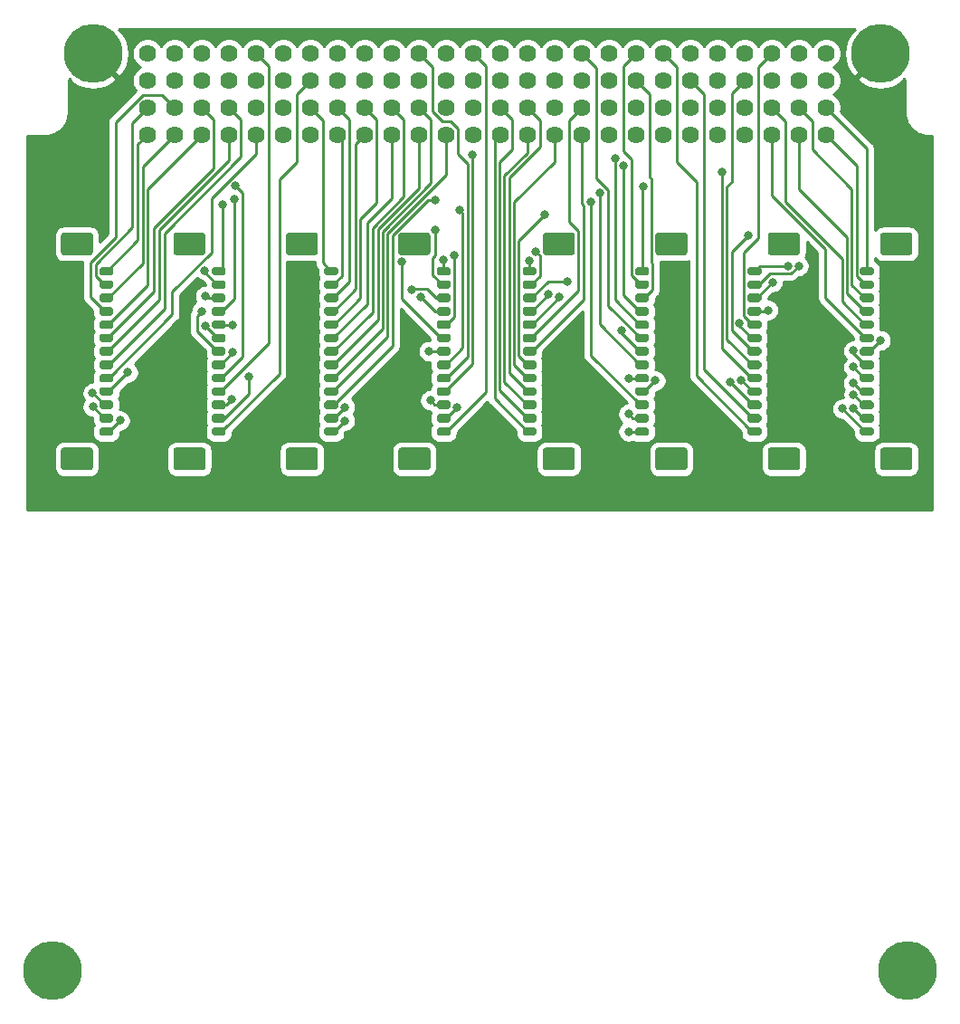
<source format=gtl>
G04 #@! TF.GenerationSoftware,KiCad,Pcbnew,5.1.6-1.fc32*
G04 #@! TF.CreationDate,2020-09-17T12:37:49-03:00*
G04 #@! TF.ProjectId,pc104-adapter-bottom,70633130-342d-4616-9461-707465722d62,v2.0*
G04 #@! TF.SameCoordinates,Original*
G04 #@! TF.FileFunction,Copper,L1,Top*
G04 #@! TF.FilePolarity,Positive*
%FSLAX46Y46*%
G04 Gerber Fmt 4.6, Leading zero omitted, Abs format (unit mm)*
G04 Created by KiCad (PCBNEW 5.1.6-1.fc32) date 2020-09-17 12:37:49*
%MOMM*%
%LPD*%
G01*
G04 APERTURE LIST*
G04 #@! TA.AperFunction,ComponentPad*
%ADD10C,5.500000*%
G04 #@! TD*
G04 #@! TA.AperFunction,ViaPad*
%ADD11C,1.620000*%
G04 #@! TD*
G04 #@! TA.AperFunction,ViaPad*
%ADD12C,0.800000*%
G04 #@! TD*
G04 #@! TA.AperFunction,Conductor*
%ADD13C,0.250000*%
G04 #@! TD*
G04 #@! TA.AperFunction,Conductor*
%ADD14C,0.254000*%
G04 #@! TD*
G04 APERTURE END LIST*
D10*
X105350000Y-140866000D03*
X185390000Y-140866000D03*
D11*
X177750000Y-55136000D03*
X177750000Y-57676000D03*
X175210000Y-55136000D03*
X175210000Y-57676000D03*
X172670000Y-55136000D03*
X172670000Y-57676000D03*
X170130000Y-55136000D03*
X170130000Y-57676000D03*
X167590000Y-55136000D03*
X167590000Y-57676000D03*
X165050000Y-55136000D03*
X165050000Y-57676000D03*
X162510000Y-55136000D03*
X162510000Y-57676000D03*
X159970000Y-55136000D03*
X159970000Y-57676000D03*
X157430000Y-55136000D03*
X157430000Y-57676000D03*
X154890000Y-55136000D03*
X154890000Y-57676000D03*
X152350000Y-55136000D03*
X152350000Y-57676000D03*
X149810000Y-55136000D03*
X149810000Y-57676000D03*
X147270000Y-55136000D03*
X147270000Y-57676000D03*
X144730000Y-55136000D03*
X144730000Y-57676000D03*
X142190000Y-55136000D03*
X142190000Y-57676000D03*
X139650000Y-55136000D03*
X139650000Y-57676000D03*
X137110000Y-55136000D03*
X137110000Y-57676000D03*
X134570000Y-55136000D03*
X134570000Y-57676000D03*
X132030000Y-55136000D03*
X132030000Y-57676000D03*
X129490000Y-55136000D03*
X129490000Y-57676000D03*
X126950000Y-55136000D03*
X126950000Y-57676000D03*
X124410000Y-55136000D03*
X124410000Y-57676000D03*
X121870000Y-55136000D03*
X121870000Y-57676000D03*
X119330000Y-55136000D03*
X119330000Y-57676000D03*
X116790000Y-55136000D03*
X116790000Y-57676000D03*
X114250000Y-55136000D03*
X114250000Y-57676000D03*
X177750000Y-60216000D03*
X177750000Y-62756000D03*
X175210000Y-60216000D03*
X175210000Y-62756000D03*
X172670000Y-60216000D03*
X172670000Y-62756000D03*
X170130000Y-60216000D03*
X170130000Y-62756000D03*
X167590000Y-60216000D03*
X167590000Y-62756000D03*
X165050000Y-60216000D03*
X165050000Y-62756000D03*
X162510000Y-60216000D03*
X162510000Y-62756000D03*
X159970000Y-60216000D03*
X159970000Y-62756000D03*
X157430000Y-60216000D03*
X157430000Y-62756000D03*
X154890000Y-60216000D03*
X154890000Y-62756000D03*
X152350000Y-60216000D03*
X152350000Y-62756000D03*
X149810000Y-60216000D03*
X149810000Y-62756000D03*
X147270000Y-60216000D03*
X147270000Y-62756000D03*
X144730000Y-60216000D03*
X144730000Y-62756000D03*
X142190000Y-60216000D03*
X142190000Y-62756000D03*
X139650000Y-60216000D03*
X139650000Y-62756000D03*
X137110000Y-60216000D03*
X137110000Y-62756000D03*
X134570000Y-60216000D03*
X134570000Y-62756000D03*
X132030000Y-60216000D03*
X132030000Y-62756000D03*
X129490000Y-60216000D03*
X129490000Y-62756000D03*
X126950000Y-60216000D03*
X126950000Y-62756000D03*
X124410000Y-60216000D03*
X124410000Y-62756000D03*
X121870000Y-60216000D03*
X121870000Y-62756000D03*
X119330000Y-60216000D03*
X119330000Y-62756000D03*
X116790000Y-60216000D03*
X116790000Y-62756000D03*
X114250000Y-60216000D03*
X114250000Y-62756000D03*
G04 #@! TA.AperFunction,SMDPad,CuDef*
G36*
G01*
X185582000Y-74000000D02*
X183082000Y-74000000D01*
G75*
G02*
X182832000Y-73750000I0J250000D01*
G01*
X182832000Y-72150000D01*
G75*
G02*
X183082000Y-71900000I250000J0D01*
G01*
X185582000Y-71900000D01*
G75*
G02*
X185832000Y-72150000I0J-250000D01*
G01*
X185832000Y-73750000D01*
G75*
G02*
X185582000Y-74000000I-250000J0D01*
G01*
G37*
G04 #@! TD.AperFunction*
G04 #@! TA.AperFunction,SMDPad,CuDef*
G36*
G01*
X185582000Y-94100000D02*
X183082000Y-94100000D01*
G75*
G02*
X182832000Y-93850000I0J250000D01*
G01*
X182832000Y-92250000D01*
G75*
G02*
X183082000Y-92000000I250000J0D01*
G01*
X185582000Y-92000000D01*
G75*
G02*
X185832000Y-92250000I0J-250000D01*
G01*
X185832000Y-93850000D01*
G75*
G02*
X185582000Y-94100000I-250000J0D01*
G01*
G37*
G04 #@! TD.AperFunction*
G04 #@! TA.AperFunction,SMDPad,CuDef*
G36*
G01*
X182032000Y-75900000D02*
X181132000Y-75900000D01*
G75*
G02*
X180932000Y-75700000I0J200000D01*
G01*
X180932000Y-75300000D01*
G75*
G02*
X181132000Y-75100000I200000J0D01*
G01*
X182032000Y-75100000D01*
G75*
G02*
X182232000Y-75300000I0J-200000D01*
G01*
X182232000Y-75700000D01*
G75*
G02*
X182032000Y-75900000I-200000J0D01*
G01*
G37*
G04 #@! TD.AperFunction*
G04 #@! TA.AperFunction,SMDPad,CuDef*
G36*
G01*
X182032000Y-77150000D02*
X181132000Y-77150000D01*
G75*
G02*
X180932000Y-76950000I0J200000D01*
G01*
X180932000Y-76550000D01*
G75*
G02*
X181132000Y-76350000I200000J0D01*
G01*
X182032000Y-76350000D01*
G75*
G02*
X182232000Y-76550000I0J-200000D01*
G01*
X182232000Y-76950000D01*
G75*
G02*
X182032000Y-77150000I-200000J0D01*
G01*
G37*
G04 #@! TD.AperFunction*
G04 #@! TA.AperFunction,SMDPad,CuDef*
G36*
G01*
X182032000Y-78400000D02*
X181132000Y-78400000D01*
G75*
G02*
X180932000Y-78200000I0J200000D01*
G01*
X180932000Y-77800000D01*
G75*
G02*
X181132000Y-77600000I200000J0D01*
G01*
X182032000Y-77600000D01*
G75*
G02*
X182232000Y-77800000I0J-200000D01*
G01*
X182232000Y-78200000D01*
G75*
G02*
X182032000Y-78400000I-200000J0D01*
G01*
G37*
G04 #@! TD.AperFunction*
G04 #@! TA.AperFunction,SMDPad,CuDef*
G36*
G01*
X182032000Y-79650000D02*
X181132000Y-79650000D01*
G75*
G02*
X180932000Y-79450000I0J200000D01*
G01*
X180932000Y-79050000D01*
G75*
G02*
X181132000Y-78850000I200000J0D01*
G01*
X182032000Y-78850000D01*
G75*
G02*
X182232000Y-79050000I0J-200000D01*
G01*
X182232000Y-79450000D01*
G75*
G02*
X182032000Y-79650000I-200000J0D01*
G01*
G37*
G04 #@! TD.AperFunction*
G04 #@! TA.AperFunction,SMDPad,CuDef*
G36*
G01*
X182032000Y-80900000D02*
X181132000Y-80900000D01*
G75*
G02*
X180932000Y-80700000I0J200000D01*
G01*
X180932000Y-80300000D01*
G75*
G02*
X181132000Y-80100000I200000J0D01*
G01*
X182032000Y-80100000D01*
G75*
G02*
X182232000Y-80300000I0J-200000D01*
G01*
X182232000Y-80700000D01*
G75*
G02*
X182032000Y-80900000I-200000J0D01*
G01*
G37*
G04 #@! TD.AperFunction*
G04 #@! TA.AperFunction,SMDPad,CuDef*
G36*
G01*
X182032000Y-82150000D02*
X181132000Y-82150000D01*
G75*
G02*
X180932000Y-81950000I0J200000D01*
G01*
X180932000Y-81550000D01*
G75*
G02*
X181132000Y-81350000I200000J0D01*
G01*
X182032000Y-81350000D01*
G75*
G02*
X182232000Y-81550000I0J-200000D01*
G01*
X182232000Y-81950000D01*
G75*
G02*
X182032000Y-82150000I-200000J0D01*
G01*
G37*
G04 #@! TD.AperFunction*
G04 #@! TA.AperFunction,SMDPad,CuDef*
G36*
G01*
X182032000Y-83400000D02*
X181132000Y-83400000D01*
G75*
G02*
X180932000Y-83200000I0J200000D01*
G01*
X180932000Y-82800000D01*
G75*
G02*
X181132000Y-82600000I200000J0D01*
G01*
X182032000Y-82600000D01*
G75*
G02*
X182232000Y-82800000I0J-200000D01*
G01*
X182232000Y-83200000D01*
G75*
G02*
X182032000Y-83400000I-200000J0D01*
G01*
G37*
G04 #@! TD.AperFunction*
G04 #@! TA.AperFunction,SMDPad,CuDef*
G36*
G01*
X182032000Y-84650000D02*
X181132000Y-84650000D01*
G75*
G02*
X180932000Y-84450000I0J200000D01*
G01*
X180932000Y-84050000D01*
G75*
G02*
X181132000Y-83850000I200000J0D01*
G01*
X182032000Y-83850000D01*
G75*
G02*
X182232000Y-84050000I0J-200000D01*
G01*
X182232000Y-84450000D01*
G75*
G02*
X182032000Y-84650000I-200000J0D01*
G01*
G37*
G04 #@! TD.AperFunction*
G04 #@! TA.AperFunction,SMDPad,CuDef*
G36*
G01*
X182032000Y-85900000D02*
X181132000Y-85900000D01*
G75*
G02*
X180932000Y-85700000I0J200000D01*
G01*
X180932000Y-85300000D01*
G75*
G02*
X181132000Y-85100000I200000J0D01*
G01*
X182032000Y-85100000D01*
G75*
G02*
X182232000Y-85300000I0J-200000D01*
G01*
X182232000Y-85700000D01*
G75*
G02*
X182032000Y-85900000I-200000J0D01*
G01*
G37*
G04 #@! TD.AperFunction*
G04 #@! TA.AperFunction,SMDPad,CuDef*
G36*
G01*
X182032000Y-87150000D02*
X181132000Y-87150000D01*
G75*
G02*
X180932000Y-86950000I0J200000D01*
G01*
X180932000Y-86550000D01*
G75*
G02*
X181132000Y-86350000I200000J0D01*
G01*
X182032000Y-86350000D01*
G75*
G02*
X182232000Y-86550000I0J-200000D01*
G01*
X182232000Y-86950000D01*
G75*
G02*
X182032000Y-87150000I-200000J0D01*
G01*
G37*
G04 #@! TD.AperFunction*
G04 #@! TA.AperFunction,SMDPad,CuDef*
G36*
G01*
X182032000Y-88400000D02*
X181132000Y-88400000D01*
G75*
G02*
X180932000Y-88200000I0J200000D01*
G01*
X180932000Y-87800000D01*
G75*
G02*
X181132000Y-87600000I200000J0D01*
G01*
X182032000Y-87600000D01*
G75*
G02*
X182232000Y-87800000I0J-200000D01*
G01*
X182232000Y-88200000D01*
G75*
G02*
X182032000Y-88400000I-200000J0D01*
G01*
G37*
G04 #@! TD.AperFunction*
G04 #@! TA.AperFunction,SMDPad,CuDef*
G36*
G01*
X182032000Y-89650000D02*
X181132000Y-89650000D01*
G75*
G02*
X180932000Y-89450000I0J200000D01*
G01*
X180932000Y-89050000D01*
G75*
G02*
X181132000Y-88850000I200000J0D01*
G01*
X182032000Y-88850000D01*
G75*
G02*
X182232000Y-89050000I0J-200000D01*
G01*
X182232000Y-89450000D01*
G75*
G02*
X182032000Y-89650000I-200000J0D01*
G01*
G37*
G04 #@! TD.AperFunction*
G04 #@! TA.AperFunction,SMDPad,CuDef*
G36*
G01*
X182032000Y-90900000D02*
X181132000Y-90900000D01*
G75*
G02*
X180932000Y-90700000I0J200000D01*
G01*
X180932000Y-90300000D01*
G75*
G02*
X181132000Y-90100000I200000J0D01*
G01*
X182032000Y-90100000D01*
G75*
G02*
X182232000Y-90300000I0J-200000D01*
G01*
X182232000Y-90700000D01*
G75*
G02*
X182032000Y-90900000I-200000J0D01*
G01*
G37*
G04 #@! TD.AperFunction*
G04 #@! TA.AperFunction,SMDPad,CuDef*
G36*
G01*
X154008000Y-74000000D02*
X151508000Y-74000000D01*
G75*
G02*
X151258000Y-73750000I0J250000D01*
G01*
X151258000Y-72150000D01*
G75*
G02*
X151508000Y-71900000I250000J0D01*
G01*
X154008000Y-71900000D01*
G75*
G02*
X154258000Y-72150000I0J-250000D01*
G01*
X154258000Y-73750000D01*
G75*
G02*
X154008000Y-74000000I-250000J0D01*
G01*
G37*
G04 #@! TD.AperFunction*
G04 #@! TA.AperFunction,SMDPad,CuDef*
G36*
G01*
X154008000Y-94100000D02*
X151508000Y-94100000D01*
G75*
G02*
X151258000Y-93850000I0J250000D01*
G01*
X151258000Y-92250000D01*
G75*
G02*
X151508000Y-92000000I250000J0D01*
G01*
X154008000Y-92000000D01*
G75*
G02*
X154258000Y-92250000I0J-250000D01*
G01*
X154258000Y-93850000D01*
G75*
G02*
X154008000Y-94100000I-250000J0D01*
G01*
G37*
G04 #@! TD.AperFunction*
G04 #@! TA.AperFunction,SMDPad,CuDef*
G36*
G01*
X150458000Y-75900000D02*
X149558000Y-75900000D01*
G75*
G02*
X149358000Y-75700000I0J200000D01*
G01*
X149358000Y-75300000D01*
G75*
G02*
X149558000Y-75100000I200000J0D01*
G01*
X150458000Y-75100000D01*
G75*
G02*
X150658000Y-75300000I0J-200000D01*
G01*
X150658000Y-75700000D01*
G75*
G02*
X150458000Y-75900000I-200000J0D01*
G01*
G37*
G04 #@! TD.AperFunction*
G04 #@! TA.AperFunction,SMDPad,CuDef*
G36*
G01*
X150458000Y-77150000D02*
X149558000Y-77150000D01*
G75*
G02*
X149358000Y-76950000I0J200000D01*
G01*
X149358000Y-76550000D01*
G75*
G02*
X149558000Y-76350000I200000J0D01*
G01*
X150458000Y-76350000D01*
G75*
G02*
X150658000Y-76550000I0J-200000D01*
G01*
X150658000Y-76950000D01*
G75*
G02*
X150458000Y-77150000I-200000J0D01*
G01*
G37*
G04 #@! TD.AperFunction*
G04 #@! TA.AperFunction,SMDPad,CuDef*
G36*
G01*
X150458000Y-78400000D02*
X149558000Y-78400000D01*
G75*
G02*
X149358000Y-78200000I0J200000D01*
G01*
X149358000Y-77800000D01*
G75*
G02*
X149558000Y-77600000I200000J0D01*
G01*
X150458000Y-77600000D01*
G75*
G02*
X150658000Y-77800000I0J-200000D01*
G01*
X150658000Y-78200000D01*
G75*
G02*
X150458000Y-78400000I-200000J0D01*
G01*
G37*
G04 #@! TD.AperFunction*
G04 #@! TA.AperFunction,SMDPad,CuDef*
G36*
G01*
X150458000Y-79650000D02*
X149558000Y-79650000D01*
G75*
G02*
X149358000Y-79450000I0J200000D01*
G01*
X149358000Y-79050000D01*
G75*
G02*
X149558000Y-78850000I200000J0D01*
G01*
X150458000Y-78850000D01*
G75*
G02*
X150658000Y-79050000I0J-200000D01*
G01*
X150658000Y-79450000D01*
G75*
G02*
X150458000Y-79650000I-200000J0D01*
G01*
G37*
G04 #@! TD.AperFunction*
G04 #@! TA.AperFunction,SMDPad,CuDef*
G36*
G01*
X150458000Y-80900000D02*
X149558000Y-80900000D01*
G75*
G02*
X149358000Y-80700000I0J200000D01*
G01*
X149358000Y-80300000D01*
G75*
G02*
X149558000Y-80100000I200000J0D01*
G01*
X150458000Y-80100000D01*
G75*
G02*
X150658000Y-80300000I0J-200000D01*
G01*
X150658000Y-80700000D01*
G75*
G02*
X150458000Y-80900000I-200000J0D01*
G01*
G37*
G04 #@! TD.AperFunction*
G04 #@! TA.AperFunction,SMDPad,CuDef*
G36*
G01*
X150458000Y-82150000D02*
X149558000Y-82150000D01*
G75*
G02*
X149358000Y-81950000I0J200000D01*
G01*
X149358000Y-81550000D01*
G75*
G02*
X149558000Y-81350000I200000J0D01*
G01*
X150458000Y-81350000D01*
G75*
G02*
X150658000Y-81550000I0J-200000D01*
G01*
X150658000Y-81950000D01*
G75*
G02*
X150458000Y-82150000I-200000J0D01*
G01*
G37*
G04 #@! TD.AperFunction*
G04 #@! TA.AperFunction,SMDPad,CuDef*
G36*
G01*
X150458000Y-83400000D02*
X149558000Y-83400000D01*
G75*
G02*
X149358000Y-83200000I0J200000D01*
G01*
X149358000Y-82800000D01*
G75*
G02*
X149558000Y-82600000I200000J0D01*
G01*
X150458000Y-82600000D01*
G75*
G02*
X150658000Y-82800000I0J-200000D01*
G01*
X150658000Y-83200000D01*
G75*
G02*
X150458000Y-83400000I-200000J0D01*
G01*
G37*
G04 #@! TD.AperFunction*
G04 #@! TA.AperFunction,SMDPad,CuDef*
G36*
G01*
X150458000Y-84650000D02*
X149558000Y-84650000D01*
G75*
G02*
X149358000Y-84450000I0J200000D01*
G01*
X149358000Y-84050000D01*
G75*
G02*
X149558000Y-83850000I200000J0D01*
G01*
X150458000Y-83850000D01*
G75*
G02*
X150658000Y-84050000I0J-200000D01*
G01*
X150658000Y-84450000D01*
G75*
G02*
X150458000Y-84650000I-200000J0D01*
G01*
G37*
G04 #@! TD.AperFunction*
G04 #@! TA.AperFunction,SMDPad,CuDef*
G36*
G01*
X150458000Y-85900000D02*
X149558000Y-85900000D01*
G75*
G02*
X149358000Y-85700000I0J200000D01*
G01*
X149358000Y-85300000D01*
G75*
G02*
X149558000Y-85100000I200000J0D01*
G01*
X150458000Y-85100000D01*
G75*
G02*
X150658000Y-85300000I0J-200000D01*
G01*
X150658000Y-85700000D01*
G75*
G02*
X150458000Y-85900000I-200000J0D01*
G01*
G37*
G04 #@! TD.AperFunction*
G04 #@! TA.AperFunction,SMDPad,CuDef*
G36*
G01*
X150458000Y-87150000D02*
X149558000Y-87150000D01*
G75*
G02*
X149358000Y-86950000I0J200000D01*
G01*
X149358000Y-86550000D01*
G75*
G02*
X149558000Y-86350000I200000J0D01*
G01*
X150458000Y-86350000D01*
G75*
G02*
X150658000Y-86550000I0J-200000D01*
G01*
X150658000Y-86950000D01*
G75*
G02*
X150458000Y-87150000I-200000J0D01*
G01*
G37*
G04 #@! TD.AperFunction*
G04 #@! TA.AperFunction,SMDPad,CuDef*
G36*
G01*
X150458000Y-88400000D02*
X149558000Y-88400000D01*
G75*
G02*
X149358000Y-88200000I0J200000D01*
G01*
X149358000Y-87800000D01*
G75*
G02*
X149558000Y-87600000I200000J0D01*
G01*
X150458000Y-87600000D01*
G75*
G02*
X150658000Y-87800000I0J-200000D01*
G01*
X150658000Y-88200000D01*
G75*
G02*
X150458000Y-88400000I-200000J0D01*
G01*
G37*
G04 #@! TD.AperFunction*
G04 #@! TA.AperFunction,SMDPad,CuDef*
G36*
G01*
X150458000Y-89650000D02*
X149558000Y-89650000D01*
G75*
G02*
X149358000Y-89450000I0J200000D01*
G01*
X149358000Y-89050000D01*
G75*
G02*
X149558000Y-88850000I200000J0D01*
G01*
X150458000Y-88850000D01*
G75*
G02*
X150658000Y-89050000I0J-200000D01*
G01*
X150658000Y-89450000D01*
G75*
G02*
X150458000Y-89650000I-200000J0D01*
G01*
G37*
G04 #@! TD.AperFunction*
G04 #@! TA.AperFunction,SMDPad,CuDef*
G36*
G01*
X150458000Y-90900000D02*
X149558000Y-90900000D01*
G75*
G02*
X149358000Y-90700000I0J200000D01*
G01*
X149358000Y-90300000D01*
G75*
G02*
X149558000Y-90100000I200000J0D01*
G01*
X150458000Y-90100000D01*
G75*
G02*
X150658000Y-90300000I0J-200000D01*
G01*
X150658000Y-90700000D01*
G75*
G02*
X150458000Y-90900000I-200000J0D01*
G01*
G37*
G04 #@! TD.AperFunction*
G04 #@! TA.AperFunction,SMDPad,CuDef*
G36*
G01*
X127459000Y-92000000D02*
X129959000Y-92000000D01*
G75*
G02*
X130209000Y-92250000I0J-250000D01*
G01*
X130209000Y-93850000D01*
G75*
G02*
X129959000Y-94100000I-250000J0D01*
G01*
X127459000Y-94100000D01*
G75*
G02*
X127209000Y-93850000I0J250000D01*
G01*
X127209000Y-92250000D01*
G75*
G02*
X127459000Y-92000000I250000J0D01*
G01*
G37*
G04 #@! TD.AperFunction*
G04 #@! TA.AperFunction,SMDPad,CuDef*
G36*
G01*
X127459000Y-71900000D02*
X129959000Y-71900000D01*
G75*
G02*
X130209000Y-72150000I0J-250000D01*
G01*
X130209000Y-73750000D01*
G75*
G02*
X129959000Y-74000000I-250000J0D01*
G01*
X127459000Y-74000000D01*
G75*
G02*
X127209000Y-73750000I0J250000D01*
G01*
X127209000Y-72150000D01*
G75*
G02*
X127459000Y-71900000I250000J0D01*
G01*
G37*
G04 #@! TD.AperFunction*
G04 #@! TA.AperFunction,SMDPad,CuDef*
G36*
G01*
X131009000Y-90100000D02*
X131909000Y-90100000D01*
G75*
G02*
X132109000Y-90300000I0J-200000D01*
G01*
X132109000Y-90700000D01*
G75*
G02*
X131909000Y-90900000I-200000J0D01*
G01*
X131009000Y-90900000D01*
G75*
G02*
X130809000Y-90700000I0J200000D01*
G01*
X130809000Y-90300000D01*
G75*
G02*
X131009000Y-90100000I200000J0D01*
G01*
G37*
G04 #@! TD.AperFunction*
G04 #@! TA.AperFunction,SMDPad,CuDef*
G36*
G01*
X131009000Y-88850000D02*
X131909000Y-88850000D01*
G75*
G02*
X132109000Y-89050000I0J-200000D01*
G01*
X132109000Y-89450000D01*
G75*
G02*
X131909000Y-89650000I-200000J0D01*
G01*
X131009000Y-89650000D01*
G75*
G02*
X130809000Y-89450000I0J200000D01*
G01*
X130809000Y-89050000D01*
G75*
G02*
X131009000Y-88850000I200000J0D01*
G01*
G37*
G04 #@! TD.AperFunction*
G04 #@! TA.AperFunction,SMDPad,CuDef*
G36*
G01*
X131009000Y-87600000D02*
X131909000Y-87600000D01*
G75*
G02*
X132109000Y-87800000I0J-200000D01*
G01*
X132109000Y-88200000D01*
G75*
G02*
X131909000Y-88400000I-200000J0D01*
G01*
X131009000Y-88400000D01*
G75*
G02*
X130809000Y-88200000I0J200000D01*
G01*
X130809000Y-87800000D01*
G75*
G02*
X131009000Y-87600000I200000J0D01*
G01*
G37*
G04 #@! TD.AperFunction*
G04 #@! TA.AperFunction,SMDPad,CuDef*
G36*
G01*
X131009000Y-86350000D02*
X131909000Y-86350000D01*
G75*
G02*
X132109000Y-86550000I0J-200000D01*
G01*
X132109000Y-86950000D01*
G75*
G02*
X131909000Y-87150000I-200000J0D01*
G01*
X131009000Y-87150000D01*
G75*
G02*
X130809000Y-86950000I0J200000D01*
G01*
X130809000Y-86550000D01*
G75*
G02*
X131009000Y-86350000I200000J0D01*
G01*
G37*
G04 #@! TD.AperFunction*
G04 #@! TA.AperFunction,SMDPad,CuDef*
G36*
G01*
X131009000Y-85100000D02*
X131909000Y-85100000D01*
G75*
G02*
X132109000Y-85300000I0J-200000D01*
G01*
X132109000Y-85700000D01*
G75*
G02*
X131909000Y-85900000I-200000J0D01*
G01*
X131009000Y-85900000D01*
G75*
G02*
X130809000Y-85700000I0J200000D01*
G01*
X130809000Y-85300000D01*
G75*
G02*
X131009000Y-85100000I200000J0D01*
G01*
G37*
G04 #@! TD.AperFunction*
G04 #@! TA.AperFunction,SMDPad,CuDef*
G36*
G01*
X131009000Y-83850000D02*
X131909000Y-83850000D01*
G75*
G02*
X132109000Y-84050000I0J-200000D01*
G01*
X132109000Y-84450000D01*
G75*
G02*
X131909000Y-84650000I-200000J0D01*
G01*
X131009000Y-84650000D01*
G75*
G02*
X130809000Y-84450000I0J200000D01*
G01*
X130809000Y-84050000D01*
G75*
G02*
X131009000Y-83850000I200000J0D01*
G01*
G37*
G04 #@! TD.AperFunction*
G04 #@! TA.AperFunction,SMDPad,CuDef*
G36*
G01*
X131009000Y-82600000D02*
X131909000Y-82600000D01*
G75*
G02*
X132109000Y-82800000I0J-200000D01*
G01*
X132109000Y-83200000D01*
G75*
G02*
X131909000Y-83400000I-200000J0D01*
G01*
X131009000Y-83400000D01*
G75*
G02*
X130809000Y-83200000I0J200000D01*
G01*
X130809000Y-82800000D01*
G75*
G02*
X131009000Y-82600000I200000J0D01*
G01*
G37*
G04 #@! TD.AperFunction*
G04 #@! TA.AperFunction,SMDPad,CuDef*
G36*
G01*
X131009000Y-81350000D02*
X131909000Y-81350000D01*
G75*
G02*
X132109000Y-81550000I0J-200000D01*
G01*
X132109000Y-81950000D01*
G75*
G02*
X131909000Y-82150000I-200000J0D01*
G01*
X131009000Y-82150000D01*
G75*
G02*
X130809000Y-81950000I0J200000D01*
G01*
X130809000Y-81550000D01*
G75*
G02*
X131009000Y-81350000I200000J0D01*
G01*
G37*
G04 #@! TD.AperFunction*
G04 #@! TA.AperFunction,SMDPad,CuDef*
G36*
G01*
X131009000Y-80100000D02*
X131909000Y-80100000D01*
G75*
G02*
X132109000Y-80300000I0J-200000D01*
G01*
X132109000Y-80700000D01*
G75*
G02*
X131909000Y-80900000I-200000J0D01*
G01*
X131009000Y-80900000D01*
G75*
G02*
X130809000Y-80700000I0J200000D01*
G01*
X130809000Y-80300000D01*
G75*
G02*
X131009000Y-80100000I200000J0D01*
G01*
G37*
G04 #@! TD.AperFunction*
G04 #@! TA.AperFunction,SMDPad,CuDef*
G36*
G01*
X131009000Y-78850000D02*
X131909000Y-78850000D01*
G75*
G02*
X132109000Y-79050000I0J-200000D01*
G01*
X132109000Y-79450000D01*
G75*
G02*
X131909000Y-79650000I-200000J0D01*
G01*
X131009000Y-79650000D01*
G75*
G02*
X130809000Y-79450000I0J200000D01*
G01*
X130809000Y-79050000D01*
G75*
G02*
X131009000Y-78850000I200000J0D01*
G01*
G37*
G04 #@! TD.AperFunction*
G04 #@! TA.AperFunction,SMDPad,CuDef*
G36*
G01*
X131009000Y-77600000D02*
X131909000Y-77600000D01*
G75*
G02*
X132109000Y-77800000I0J-200000D01*
G01*
X132109000Y-78200000D01*
G75*
G02*
X131909000Y-78400000I-200000J0D01*
G01*
X131009000Y-78400000D01*
G75*
G02*
X130809000Y-78200000I0J200000D01*
G01*
X130809000Y-77800000D01*
G75*
G02*
X131009000Y-77600000I200000J0D01*
G01*
G37*
G04 #@! TD.AperFunction*
G04 #@! TA.AperFunction,SMDPad,CuDef*
G36*
G01*
X131009000Y-76350000D02*
X131909000Y-76350000D01*
G75*
G02*
X132109000Y-76550000I0J-200000D01*
G01*
X132109000Y-76950000D01*
G75*
G02*
X131909000Y-77150000I-200000J0D01*
G01*
X131009000Y-77150000D01*
G75*
G02*
X130809000Y-76950000I0J200000D01*
G01*
X130809000Y-76550000D01*
G75*
G02*
X131009000Y-76350000I200000J0D01*
G01*
G37*
G04 #@! TD.AperFunction*
G04 #@! TA.AperFunction,SMDPad,CuDef*
G36*
G01*
X131009000Y-75100000D02*
X131909000Y-75100000D01*
G75*
G02*
X132109000Y-75300000I0J-200000D01*
G01*
X132109000Y-75700000D01*
G75*
G02*
X131909000Y-75900000I-200000J0D01*
G01*
X131009000Y-75900000D01*
G75*
G02*
X130809000Y-75700000I0J200000D01*
G01*
X130809000Y-75300000D01*
G75*
G02*
X131009000Y-75100000I200000J0D01*
G01*
G37*
G04 #@! TD.AperFunction*
G04 #@! TA.AperFunction,SMDPad,CuDef*
G36*
G01*
X106410000Y-92000000D02*
X108910000Y-92000000D01*
G75*
G02*
X109160000Y-92250000I0J-250000D01*
G01*
X109160000Y-93850000D01*
G75*
G02*
X108910000Y-94100000I-250000J0D01*
G01*
X106410000Y-94100000D01*
G75*
G02*
X106160000Y-93850000I0J250000D01*
G01*
X106160000Y-92250000D01*
G75*
G02*
X106410000Y-92000000I250000J0D01*
G01*
G37*
G04 #@! TD.AperFunction*
G04 #@! TA.AperFunction,SMDPad,CuDef*
G36*
G01*
X106410000Y-71900000D02*
X108910000Y-71900000D01*
G75*
G02*
X109160000Y-72150000I0J-250000D01*
G01*
X109160000Y-73750000D01*
G75*
G02*
X108910000Y-74000000I-250000J0D01*
G01*
X106410000Y-74000000D01*
G75*
G02*
X106160000Y-73750000I0J250000D01*
G01*
X106160000Y-72150000D01*
G75*
G02*
X106410000Y-71900000I250000J0D01*
G01*
G37*
G04 #@! TD.AperFunction*
G04 #@! TA.AperFunction,SMDPad,CuDef*
G36*
G01*
X109960000Y-90100000D02*
X110860000Y-90100000D01*
G75*
G02*
X111060000Y-90300000I0J-200000D01*
G01*
X111060000Y-90700000D01*
G75*
G02*
X110860000Y-90900000I-200000J0D01*
G01*
X109960000Y-90900000D01*
G75*
G02*
X109760000Y-90700000I0J200000D01*
G01*
X109760000Y-90300000D01*
G75*
G02*
X109960000Y-90100000I200000J0D01*
G01*
G37*
G04 #@! TD.AperFunction*
G04 #@! TA.AperFunction,SMDPad,CuDef*
G36*
G01*
X109960000Y-88850000D02*
X110860000Y-88850000D01*
G75*
G02*
X111060000Y-89050000I0J-200000D01*
G01*
X111060000Y-89450000D01*
G75*
G02*
X110860000Y-89650000I-200000J0D01*
G01*
X109960000Y-89650000D01*
G75*
G02*
X109760000Y-89450000I0J200000D01*
G01*
X109760000Y-89050000D01*
G75*
G02*
X109960000Y-88850000I200000J0D01*
G01*
G37*
G04 #@! TD.AperFunction*
G04 #@! TA.AperFunction,SMDPad,CuDef*
G36*
G01*
X109960000Y-87600000D02*
X110860000Y-87600000D01*
G75*
G02*
X111060000Y-87800000I0J-200000D01*
G01*
X111060000Y-88200000D01*
G75*
G02*
X110860000Y-88400000I-200000J0D01*
G01*
X109960000Y-88400000D01*
G75*
G02*
X109760000Y-88200000I0J200000D01*
G01*
X109760000Y-87800000D01*
G75*
G02*
X109960000Y-87600000I200000J0D01*
G01*
G37*
G04 #@! TD.AperFunction*
G04 #@! TA.AperFunction,SMDPad,CuDef*
G36*
G01*
X109960000Y-86350000D02*
X110860000Y-86350000D01*
G75*
G02*
X111060000Y-86550000I0J-200000D01*
G01*
X111060000Y-86950000D01*
G75*
G02*
X110860000Y-87150000I-200000J0D01*
G01*
X109960000Y-87150000D01*
G75*
G02*
X109760000Y-86950000I0J200000D01*
G01*
X109760000Y-86550000D01*
G75*
G02*
X109960000Y-86350000I200000J0D01*
G01*
G37*
G04 #@! TD.AperFunction*
G04 #@! TA.AperFunction,SMDPad,CuDef*
G36*
G01*
X109960000Y-85100000D02*
X110860000Y-85100000D01*
G75*
G02*
X111060000Y-85300000I0J-200000D01*
G01*
X111060000Y-85700000D01*
G75*
G02*
X110860000Y-85900000I-200000J0D01*
G01*
X109960000Y-85900000D01*
G75*
G02*
X109760000Y-85700000I0J200000D01*
G01*
X109760000Y-85300000D01*
G75*
G02*
X109960000Y-85100000I200000J0D01*
G01*
G37*
G04 #@! TD.AperFunction*
G04 #@! TA.AperFunction,SMDPad,CuDef*
G36*
G01*
X109960000Y-83850000D02*
X110860000Y-83850000D01*
G75*
G02*
X111060000Y-84050000I0J-200000D01*
G01*
X111060000Y-84450000D01*
G75*
G02*
X110860000Y-84650000I-200000J0D01*
G01*
X109960000Y-84650000D01*
G75*
G02*
X109760000Y-84450000I0J200000D01*
G01*
X109760000Y-84050000D01*
G75*
G02*
X109960000Y-83850000I200000J0D01*
G01*
G37*
G04 #@! TD.AperFunction*
G04 #@! TA.AperFunction,SMDPad,CuDef*
G36*
G01*
X109960000Y-82600000D02*
X110860000Y-82600000D01*
G75*
G02*
X111060000Y-82800000I0J-200000D01*
G01*
X111060000Y-83200000D01*
G75*
G02*
X110860000Y-83400000I-200000J0D01*
G01*
X109960000Y-83400000D01*
G75*
G02*
X109760000Y-83200000I0J200000D01*
G01*
X109760000Y-82800000D01*
G75*
G02*
X109960000Y-82600000I200000J0D01*
G01*
G37*
G04 #@! TD.AperFunction*
G04 #@! TA.AperFunction,SMDPad,CuDef*
G36*
G01*
X109960000Y-81350000D02*
X110860000Y-81350000D01*
G75*
G02*
X111060000Y-81550000I0J-200000D01*
G01*
X111060000Y-81950000D01*
G75*
G02*
X110860000Y-82150000I-200000J0D01*
G01*
X109960000Y-82150000D01*
G75*
G02*
X109760000Y-81950000I0J200000D01*
G01*
X109760000Y-81550000D01*
G75*
G02*
X109960000Y-81350000I200000J0D01*
G01*
G37*
G04 #@! TD.AperFunction*
G04 #@! TA.AperFunction,SMDPad,CuDef*
G36*
G01*
X109960000Y-80100000D02*
X110860000Y-80100000D01*
G75*
G02*
X111060000Y-80300000I0J-200000D01*
G01*
X111060000Y-80700000D01*
G75*
G02*
X110860000Y-80900000I-200000J0D01*
G01*
X109960000Y-80900000D01*
G75*
G02*
X109760000Y-80700000I0J200000D01*
G01*
X109760000Y-80300000D01*
G75*
G02*
X109960000Y-80100000I200000J0D01*
G01*
G37*
G04 #@! TD.AperFunction*
G04 #@! TA.AperFunction,SMDPad,CuDef*
G36*
G01*
X109960000Y-78850000D02*
X110860000Y-78850000D01*
G75*
G02*
X111060000Y-79050000I0J-200000D01*
G01*
X111060000Y-79450000D01*
G75*
G02*
X110860000Y-79650000I-200000J0D01*
G01*
X109960000Y-79650000D01*
G75*
G02*
X109760000Y-79450000I0J200000D01*
G01*
X109760000Y-79050000D01*
G75*
G02*
X109960000Y-78850000I200000J0D01*
G01*
G37*
G04 #@! TD.AperFunction*
G04 #@! TA.AperFunction,SMDPad,CuDef*
G36*
G01*
X109960000Y-77600000D02*
X110860000Y-77600000D01*
G75*
G02*
X111060000Y-77800000I0J-200000D01*
G01*
X111060000Y-78200000D01*
G75*
G02*
X110860000Y-78400000I-200000J0D01*
G01*
X109960000Y-78400000D01*
G75*
G02*
X109760000Y-78200000I0J200000D01*
G01*
X109760000Y-77800000D01*
G75*
G02*
X109960000Y-77600000I200000J0D01*
G01*
G37*
G04 #@! TD.AperFunction*
G04 #@! TA.AperFunction,SMDPad,CuDef*
G36*
G01*
X109960000Y-76350000D02*
X110860000Y-76350000D01*
G75*
G02*
X111060000Y-76550000I0J-200000D01*
G01*
X111060000Y-76950000D01*
G75*
G02*
X110860000Y-77150000I-200000J0D01*
G01*
X109960000Y-77150000D01*
G75*
G02*
X109760000Y-76950000I0J200000D01*
G01*
X109760000Y-76550000D01*
G75*
G02*
X109960000Y-76350000I200000J0D01*
G01*
G37*
G04 #@! TD.AperFunction*
G04 #@! TA.AperFunction,SMDPad,CuDef*
G36*
G01*
X109960000Y-75100000D02*
X110860000Y-75100000D01*
G75*
G02*
X111060000Y-75300000I0J-200000D01*
G01*
X111060000Y-75700000D01*
G75*
G02*
X110860000Y-75900000I-200000J0D01*
G01*
X109960000Y-75900000D01*
G75*
G02*
X109760000Y-75700000I0J200000D01*
G01*
X109760000Y-75300000D01*
G75*
G02*
X109960000Y-75100000I200000J0D01*
G01*
G37*
G04 #@! TD.AperFunction*
G04 #@! TA.AperFunction,SMDPad,CuDef*
G36*
G01*
X175058000Y-74000000D02*
X172558000Y-74000000D01*
G75*
G02*
X172308000Y-73750000I0J250000D01*
G01*
X172308000Y-72150000D01*
G75*
G02*
X172558000Y-71900000I250000J0D01*
G01*
X175058000Y-71900000D01*
G75*
G02*
X175308000Y-72150000I0J-250000D01*
G01*
X175308000Y-73750000D01*
G75*
G02*
X175058000Y-74000000I-250000J0D01*
G01*
G37*
G04 #@! TD.AperFunction*
G04 #@! TA.AperFunction,SMDPad,CuDef*
G36*
G01*
X175058000Y-94100000D02*
X172558000Y-94100000D01*
G75*
G02*
X172308000Y-93850000I0J250000D01*
G01*
X172308000Y-92250000D01*
G75*
G02*
X172558000Y-92000000I250000J0D01*
G01*
X175058000Y-92000000D01*
G75*
G02*
X175308000Y-92250000I0J-250000D01*
G01*
X175308000Y-93850000D01*
G75*
G02*
X175058000Y-94100000I-250000J0D01*
G01*
G37*
G04 #@! TD.AperFunction*
G04 #@! TA.AperFunction,SMDPad,CuDef*
G36*
G01*
X171508000Y-75900000D02*
X170608000Y-75900000D01*
G75*
G02*
X170408000Y-75700000I0J200000D01*
G01*
X170408000Y-75300000D01*
G75*
G02*
X170608000Y-75100000I200000J0D01*
G01*
X171508000Y-75100000D01*
G75*
G02*
X171708000Y-75300000I0J-200000D01*
G01*
X171708000Y-75700000D01*
G75*
G02*
X171508000Y-75900000I-200000J0D01*
G01*
G37*
G04 #@! TD.AperFunction*
G04 #@! TA.AperFunction,SMDPad,CuDef*
G36*
G01*
X171508000Y-77150000D02*
X170608000Y-77150000D01*
G75*
G02*
X170408000Y-76950000I0J200000D01*
G01*
X170408000Y-76550000D01*
G75*
G02*
X170608000Y-76350000I200000J0D01*
G01*
X171508000Y-76350000D01*
G75*
G02*
X171708000Y-76550000I0J-200000D01*
G01*
X171708000Y-76950000D01*
G75*
G02*
X171508000Y-77150000I-200000J0D01*
G01*
G37*
G04 #@! TD.AperFunction*
G04 #@! TA.AperFunction,SMDPad,CuDef*
G36*
G01*
X171508000Y-78400000D02*
X170608000Y-78400000D01*
G75*
G02*
X170408000Y-78200000I0J200000D01*
G01*
X170408000Y-77800000D01*
G75*
G02*
X170608000Y-77600000I200000J0D01*
G01*
X171508000Y-77600000D01*
G75*
G02*
X171708000Y-77800000I0J-200000D01*
G01*
X171708000Y-78200000D01*
G75*
G02*
X171508000Y-78400000I-200000J0D01*
G01*
G37*
G04 #@! TD.AperFunction*
G04 #@! TA.AperFunction,SMDPad,CuDef*
G36*
G01*
X171508000Y-79650000D02*
X170608000Y-79650000D01*
G75*
G02*
X170408000Y-79450000I0J200000D01*
G01*
X170408000Y-79050000D01*
G75*
G02*
X170608000Y-78850000I200000J0D01*
G01*
X171508000Y-78850000D01*
G75*
G02*
X171708000Y-79050000I0J-200000D01*
G01*
X171708000Y-79450000D01*
G75*
G02*
X171508000Y-79650000I-200000J0D01*
G01*
G37*
G04 #@! TD.AperFunction*
G04 #@! TA.AperFunction,SMDPad,CuDef*
G36*
G01*
X171508000Y-80900000D02*
X170608000Y-80900000D01*
G75*
G02*
X170408000Y-80700000I0J200000D01*
G01*
X170408000Y-80300000D01*
G75*
G02*
X170608000Y-80100000I200000J0D01*
G01*
X171508000Y-80100000D01*
G75*
G02*
X171708000Y-80300000I0J-200000D01*
G01*
X171708000Y-80700000D01*
G75*
G02*
X171508000Y-80900000I-200000J0D01*
G01*
G37*
G04 #@! TD.AperFunction*
G04 #@! TA.AperFunction,SMDPad,CuDef*
G36*
G01*
X171508000Y-82150000D02*
X170608000Y-82150000D01*
G75*
G02*
X170408000Y-81950000I0J200000D01*
G01*
X170408000Y-81550000D01*
G75*
G02*
X170608000Y-81350000I200000J0D01*
G01*
X171508000Y-81350000D01*
G75*
G02*
X171708000Y-81550000I0J-200000D01*
G01*
X171708000Y-81950000D01*
G75*
G02*
X171508000Y-82150000I-200000J0D01*
G01*
G37*
G04 #@! TD.AperFunction*
G04 #@! TA.AperFunction,SMDPad,CuDef*
G36*
G01*
X171508000Y-83400000D02*
X170608000Y-83400000D01*
G75*
G02*
X170408000Y-83200000I0J200000D01*
G01*
X170408000Y-82800000D01*
G75*
G02*
X170608000Y-82600000I200000J0D01*
G01*
X171508000Y-82600000D01*
G75*
G02*
X171708000Y-82800000I0J-200000D01*
G01*
X171708000Y-83200000D01*
G75*
G02*
X171508000Y-83400000I-200000J0D01*
G01*
G37*
G04 #@! TD.AperFunction*
G04 #@! TA.AperFunction,SMDPad,CuDef*
G36*
G01*
X171508000Y-84650000D02*
X170608000Y-84650000D01*
G75*
G02*
X170408000Y-84450000I0J200000D01*
G01*
X170408000Y-84050000D01*
G75*
G02*
X170608000Y-83850000I200000J0D01*
G01*
X171508000Y-83850000D01*
G75*
G02*
X171708000Y-84050000I0J-200000D01*
G01*
X171708000Y-84450000D01*
G75*
G02*
X171508000Y-84650000I-200000J0D01*
G01*
G37*
G04 #@! TD.AperFunction*
G04 #@! TA.AperFunction,SMDPad,CuDef*
G36*
G01*
X171508000Y-85900000D02*
X170608000Y-85900000D01*
G75*
G02*
X170408000Y-85700000I0J200000D01*
G01*
X170408000Y-85300000D01*
G75*
G02*
X170608000Y-85100000I200000J0D01*
G01*
X171508000Y-85100000D01*
G75*
G02*
X171708000Y-85300000I0J-200000D01*
G01*
X171708000Y-85700000D01*
G75*
G02*
X171508000Y-85900000I-200000J0D01*
G01*
G37*
G04 #@! TD.AperFunction*
G04 #@! TA.AperFunction,SMDPad,CuDef*
G36*
G01*
X171508000Y-87150000D02*
X170608000Y-87150000D01*
G75*
G02*
X170408000Y-86950000I0J200000D01*
G01*
X170408000Y-86550000D01*
G75*
G02*
X170608000Y-86350000I200000J0D01*
G01*
X171508000Y-86350000D01*
G75*
G02*
X171708000Y-86550000I0J-200000D01*
G01*
X171708000Y-86950000D01*
G75*
G02*
X171508000Y-87150000I-200000J0D01*
G01*
G37*
G04 #@! TD.AperFunction*
G04 #@! TA.AperFunction,SMDPad,CuDef*
G36*
G01*
X171508000Y-88400000D02*
X170608000Y-88400000D01*
G75*
G02*
X170408000Y-88200000I0J200000D01*
G01*
X170408000Y-87800000D01*
G75*
G02*
X170608000Y-87600000I200000J0D01*
G01*
X171508000Y-87600000D01*
G75*
G02*
X171708000Y-87800000I0J-200000D01*
G01*
X171708000Y-88200000D01*
G75*
G02*
X171508000Y-88400000I-200000J0D01*
G01*
G37*
G04 #@! TD.AperFunction*
G04 #@! TA.AperFunction,SMDPad,CuDef*
G36*
G01*
X171508000Y-89650000D02*
X170608000Y-89650000D01*
G75*
G02*
X170408000Y-89450000I0J200000D01*
G01*
X170408000Y-89050000D01*
G75*
G02*
X170608000Y-88850000I200000J0D01*
G01*
X171508000Y-88850000D01*
G75*
G02*
X171708000Y-89050000I0J-200000D01*
G01*
X171708000Y-89450000D01*
G75*
G02*
X171508000Y-89650000I-200000J0D01*
G01*
G37*
G04 #@! TD.AperFunction*
G04 #@! TA.AperFunction,SMDPad,CuDef*
G36*
G01*
X171508000Y-90900000D02*
X170608000Y-90900000D01*
G75*
G02*
X170408000Y-90700000I0J200000D01*
G01*
X170408000Y-90300000D01*
G75*
G02*
X170608000Y-90100000I200000J0D01*
G01*
X171508000Y-90100000D01*
G75*
G02*
X171708000Y-90300000I0J-200000D01*
G01*
X171708000Y-90700000D01*
G75*
G02*
X171508000Y-90900000I-200000J0D01*
G01*
G37*
G04 #@! TD.AperFunction*
G04 #@! TA.AperFunction,SMDPad,CuDef*
G36*
G01*
X164533000Y-74000000D02*
X162033000Y-74000000D01*
G75*
G02*
X161783000Y-73750000I0J250000D01*
G01*
X161783000Y-72150000D01*
G75*
G02*
X162033000Y-71900000I250000J0D01*
G01*
X164533000Y-71900000D01*
G75*
G02*
X164783000Y-72150000I0J-250000D01*
G01*
X164783000Y-73750000D01*
G75*
G02*
X164533000Y-74000000I-250000J0D01*
G01*
G37*
G04 #@! TD.AperFunction*
G04 #@! TA.AperFunction,SMDPad,CuDef*
G36*
G01*
X164533000Y-94100000D02*
X162033000Y-94100000D01*
G75*
G02*
X161783000Y-93850000I0J250000D01*
G01*
X161783000Y-92250000D01*
G75*
G02*
X162033000Y-92000000I250000J0D01*
G01*
X164533000Y-92000000D01*
G75*
G02*
X164783000Y-92250000I0J-250000D01*
G01*
X164783000Y-93850000D01*
G75*
G02*
X164533000Y-94100000I-250000J0D01*
G01*
G37*
G04 #@! TD.AperFunction*
G04 #@! TA.AperFunction,SMDPad,CuDef*
G36*
G01*
X160983000Y-75900000D02*
X160083000Y-75900000D01*
G75*
G02*
X159883000Y-75700000I0J200000D01*
G01*
X159883000Y-75300000D01*
G75*
G02*
X160083000Y-75100000I200000J0D01*
G01*
X160983000Y-75100000D01*
G75*
G02*
X161183000Y-75300000I0J-200000D01*
G01*
X161183000Y-75700000D01*
G75*
G02*
X160983000Y-75900000I-200000J0D01*
G01*
G37*
G04 #@! TD.AperFunction*
G04 #@! TA.AperFunction,SMDPad,CuDef*
G36*
G01*
X160983000Y-77150000D02*
X160083000Y-77150000D01*
G75*
G02*
X159883000Y-76950000I0J200000D01*
G01*
X159883000Y-76550000D01*
G75*
G02*
X160083000Y-76350000I200000J0D01*
G01*
X160983000Y-76350000D01*
G75*
G02*
X161183000Y-76550000I0J-200000D01*
G01*
X161183000Y-76950000D01*
G75*
G02*
X160983000Y-77150000I-200000J0D01*
G01*
G37*
G04 #@! TD.AperFunction*
G04 #@! TA.AperFunction,SMDPad,CuDef*
G36*
G01*
X160983000Y-78400000D02*
X160083000Y-78400000D01*
G75*
G02*
X159883000Y-78200000I0J200000D01*
G01*
X159883000Y-77800000D01*
G75*
G02*
X160083000Y-77600000I200000J0D01*
G01*
X160983000Y-77600000D01*
G75*
G02*
X161183000Y-77800000I0J-200000D01*
G01*
X161183000Y-78200000D01*
G75*
G02*
X160983000Y-78400000I-200000J0D01*
G01*
G37*
G04 #@! TD.AperFunction*
G04 #@! TA.AperFunction,SMDPad,CuDef*
G36*
G01*
X160983000Y-79650000D02*
X160083000Y-79650000D01*
G75*
G02*
X159883000Y-79450000I0J200000D01*
G01*
X159883000Y-79050000D01*
G75*
G02*
X160083000Y-78850000I200000J0D01*
G01*
X160983000Y-78850000D01*
G75*
G02*
X161183000Y-79050000I0J-200000D01*
G01*
X161183000Y-79450000D01*
G75*
G02*
X160983000Y-79650000I-200000J0D01*
G01*
G37*
G04 #@! TD.AperFunction*
G04 #@! TA.AperFunction,SMDPad,CuDef*
G36*
G01*
X160983000Y-80900000D02*
X160083000Y-80900000D01*
G75*
G02*
X159883000Y-80700000I0J200000D01*
G01*
X159883000Y-80300000D01*
G75*
G02*
X160083000Y-80100000I200000J0D01*
G01*
X160983000Y-80100000D01*
G75*
G02*
X161183000Y-80300000I0J-200000D01*
G01*
X161183000Y-80700000D01*
G75*
G02*
X160983000Y-80900000I-200000J0D01*
G01*
G37*
G04 #@! TD.AperFunction*
G04 #@! TA.AperFunction,SMDPad,CuDef*
G36*
G01*
X160983000Y-82150000D02*
X160083000Y-82150000D01*
G75*
G02*
X159883000Y-81950000I0J200000D01*
G01*
X159883000Y-81550000D01*
G75*
G02*
X160083000Y-81350000I200000J0D01*
G01*
X160983000Y-81350000D01*
G75*
G02*
X161183000Y-81550000I0J-200000D01*
G01*
X161183000Y-81950000D01*
G75*
G02*
X160983000Y-82150000I-200000J0D01*
G01*
G37*
G04 #@! TD.AperFunction*
G04 #@! TA.AperFunction,SMDPad,CuDef*
G36*
G01*
X160983000Y-83400000D02*
X160083000Y-83400000D01*
G75*
G02*
X159883000Y-83200000I0J200000D01*
G01*
X159883000Y-82800000D01*
G75*
G02*
X160083000Y-82600000I200000J0D01*
G01*
X160983000Y-82600000D01*
G75*
G02*
X161183000Y-82800000I0J-200000D01*
G01*
X161183000Y-83200000D01*
G75*
G02*
X160983000Y-83400000I-200000J0D01*
G01*
G37*
G04 #@! TD.AperFunction*
G04 #@! TA.AperFunction,SMDPad,CuDef*
G36*
G01*
X160983000Y-84650000D02*
X160083000Y-84650000D01*
G75*
G02*
X159883000Y-84450000I0J200000D01*
G01*
X159883000Y-84050000D01*
G75*
G02*
X160083000Y-83850000I200000J0D01*
G01*
X160983000Y-83850000D01*
G75*
G02*
X161183000Y-84050000I0J-200000D01*
G01*
X161183000Y-84450000D01*
G75*
G02*
X160983000Y-84650000I-200000J0D01*
G01*
G37*
G04 #@! TD.AperFunction*
G04 #@! TA.AperFunction,SMDPad,CuDef*
G36*
G01*
X160983000Y-85900000D02*
X160083000Y-85900000D01*
G75*
G02*
X159883000Y-85700000I0J200000D01*
G01*
X159883000Y-85300000D01*
G75*
G02*
X160083000Y-85100000I200000J0D01*
G01*
X160983000Y-85100000D01*
G75*
G02*
X161183000Y-85300000I0J-200000D01*
G01*
X161183000Y-85700000D01*
G75*
G02*
X160983000Y-85900000I-200000J0D01*
G01*
G37*
G04 #@! TD.AperFunction*
G04 #@! TA.AperFunction,SMDPad,CuDef*
G36*
G01*
X160983000Y-87150000D02*
X160083000Y-87150000D01*
G75*
G02*
X159883000Y-86950000I0J200000D01*
G01*
X159883000Y-86550000D01*
G75*
G02*
X160083000Y-86350000I200000J0D01*
G01*
X160983000Y-86350000D01*
G75*
G02*
X161183000Y-86550000I0J-200000D01*
G01*
X161183000Y-86950000D01*
G75*
G02*
X160983000Y-87150000I-200000J0D01*
G01*
G37*
G04 #@! TD.AperFunction*
G04 #@! TA.AperFunction,SMDPad,CuDef*
G36*
G01*
X160983000Y-88400000D02*
X160083000Y-88400000D01*
G75*
G02*
X159883000Y-88200000I0J200000D01*
G01*
X159883000Y-87800000D01*
G75*
G02*
X160083000Y-87600000I200000J0D01*
G01*
X160983000Y-87600000D01*
G75*
G02*
X161183000Y-87800000I0J-200000D01*
G01*
X161183000Y-88200000D01*
G75*
G02*
X160983000Y-88400000I-200000J0D01*
G01*
G37*
G04 #@! TD.AperFunction*
G04 #@! TA.AperFunction,SMDPad,CuDef*
G36*
G01*
X160983000Y-89650000D02*
X160083000Y-89650000D01*
G75*
G02*
X159883000Y-89450000I0J200000D01*
G01*
X159883000Y-89050000D01*
G75*
G02*
X160083000Y-88850000I200000J0D01*
G01*
X160983000Y-88850000D01*
G75*
G02*
X161183000Y-89050000I0J-200000D01*
G01*
X161183000Y-89450000D01*
G75*
G02*
X160983000Y-89650000I-200000J0D01*
G01*
G37*
G04 #@! TD.AperFunction*
G04 #@! TA.AperFunction,SMDPad,CuDef*
G36*
G01*
X160983000Y-90900000D02*
X160083000Y-90900000D01*
G75*
G02*
X159883000Y-90700000I0J200000D01*
G01*
X159883000Y-90300000D01*
G75*
G02*
X160083000Y-90100000I200000J0D01*
G01*
X160983000Y-90100000D01*
G75*
G02*
X161183000Y-90300000I0J-200000D01*
G01*
X161183000Y-90700000D01*
G75*
G02*
X160983000Y-90900000I-200000J0D01*
G01*
G37*
G04 #@! TD.AperFunction*
G04 #@! TA.AperFunction,SMDPad,CuDef*
G36*
G01*
X137984000Y-92000000D02*
X140484000Y-92000000D01*
G75*
G02*
X140734000Y-92250000I0J-250000D01*
G01*
X140734000Y-93850000D01*
G75*
G02*
X140484000Y-94100000I-250000J0D01*
G01*
X137984000Y-94100000D01*
G75*
G02*
X137734000Y-93850000I0J250000D01*
G01*
X137734000Y-92250000D01*
G75*
G02*
X137984000Y-92000000I250000J0D01*
G01*
G37*
G04 #@! TD.AperFunction*
G04 #@! TA.AperFunction,SMDPad,CuDef*
G36*
G01*
X137984000Y-71900000D02*
X140484000Y-71900000D01*
G75*
G02*
X140734000Y-72150000I0J-250000D01*
G01*
X140734000Y-73750000D01*
G75*
G02*
X140484000Y-74000000I-250000J0D01*
G01*
X137984000Y-74000000D01*
G75*
G02*
X137734000Y-73750000I0J250000D01*
G01*
X137734000Y-72150000D01*
G75*
G02*
X137984000Y-71900000I250000J0D01*
G01*
G37*
G04 #@! TD.AperFunction*
G04 #@! TA.AperFunction,SMDPad,CuDef*
G36*
G01*
X141534000Y-90100000D02*
X142434000Y-90100000D01*
G75*
G02*
X142634000Y-90300000I0J-200000D01*
G01*
X142634000Y-90700000D01*
G75*
G02*
X142434000Y-90900000I-200000J0D01*
G01*
X141534000Y-90900000D01*
G75*
G02*
X141334000Y-90700000I0J200000D01*
G01*
X141334000Y-90300000D01*
G75*
G02*
X141534000Y-90100000I200000J0D01*
G01*
G37*
G04 #@! TD.AperFunction*
G04 #@! TA.AperFunction,SMDPad,CuDef*
G36*
G01*
X141534000Y-88850000D02*
X142434000Y-88850000D01*
G75*
G02*
X142634000Y-89050000I0J-200000D01*
G01*
X142634000Y-89450000D01*
G75*
G02*
X142434000Y-89650000I-200000J0D01*
G01*
X141534000Y-89650000D01*
G75*
G02*
X141334000Y-89450000I0J200000D01*
G01*
X141334000Y-89050000D01*
G75*
G02*
X141534000Y-88850000I200000J0D01*
G01*
G37*
G04 #@! TD.AperFunction*
G04 #@! TA.AperFunction,SMDPad,CuDef*
G36*
G01*
X141534000Y-87600000D02*
X142434000Y-87600000D01*
G75*
G02*
X142634000Y-87800000I0J-200000D01*
G01*
X142634000Y-88200000D01*
G75*
G02*
X142434000Y-88400000I-200000J0D01*
G01*
X141534000Y-88400000D01*
G75*
G02*
X141334000Y-88200000I0J200000D01*
G01*
X141334000Y-87800000D01*
G75*
G02*
X141534000Y-87600000I200000J0D01*
G01*
G37*
G04 #@! TD.AperFunction*
G04 #@! TA.AperFunction,SMDPad,CuDef*
G36*
G01*
X141534000Y-86350000D02*
X142434000Y-86350000D01*
G75*
G02*
X142634000Y-86550000I0J-200000D01*
G01*
X142634000Y-86950000D01*
G75*
G02*
X142434000Y-87150000I-200000J0D01*
G01*
X141534000Y-87150000D01*
G75*
G02*
X141334000Y-86950000I0J200000D01*
G01*
X141334000Y-86550000D01*
G75*
G02*
X141534000Y-86350000I200000J0D01*
G01*
G37*
G04 #@! TD.AperFunction*
G04 #@! TA.AperFunction,SMDPad,CuDef*
G36*
G01*
X141534000Y-85100000D02*
X142434000Y-85100000D01*
G75*
G02*
X142634000Y-85300000I0J-200000D01*
G01*
X142634000Y-85700000D01*
G75*
G02*
X142434000Y-85900000I-200000J0D01*
G01*
X141534000Y-85900000D01*
G75*
G02*
X141334000Y-85700000I0J200000D01*
G01*
X141334000Y-85300000D01*
G75*
G02*
X141534000Y-85100000I200000J0D01*
G01*
G37*
G04 #@! TD.AperFunction*
G04 #@! TA.AperFunction,SMDPad,CuDef*
G36*
G01*
X141534000Y-83850000D02*
X142434000Y-83850000D01*
G75*
G02*
X142634000Y-84050000I0J-200000D01*
G01*
X142634000Y-84450000D01*
G75*
G02*
X142434000Y-84650000I-200000J0D01*
G01*
X141534000Y-84650000D01*
G75*
G02*
X141334000Y-84450000I0J200000D01*
G01*
X141334000Y-84050000D01*
G75*
G02*
X141534000Y-83850000I200000J0D01*
G01*
G37*
G04 #@! TD.AperFunction*
G04 #@! TA.AperFunction,SMDPad,CuDef*
G36*
G01*
X141534000Y-82600000D02*
X142434000Y-82600000D01*
G75*
G02*
X142634000Y-82800000I0J-200000D01*
G01*
X142634000Y-83200000D01*
G75*
G02*
X142434000Y-83400000I-200000J0D01*
G01*
X141534000Y-83400000D01*
G75*
G02*
X141334000Y-83200000I0J200000D01*
G01*
X141334000Y-82800000D01*
G75*
G02*
X141534000Y-82600000I200000J0D01*
G01*
G37*
G04 #@! TD.AperFunction*
G04 #@! TA.AperFunction,SMDPad,CuDef*
G36*
G01*
X141534000Y-81350000D02*
X142434000Y-81350000D01*
G75*
G02*
X142634000Y-81550000I0J-200000D01*
G01*
X142634000Y-81950000D01*
G75*
G02*
X142434000Y-82150000I-200000J0D01*
G01*
X141534000Y-82150000D01*
G75*
G02*
X141334000Y-81950000I0J200000D01*
G01*
X141334000Y-81550000D01*
G75*
G02*
X141534000Y-81350000I200000J0D01*
G01*
G37*
G04 #@! TD.AperFunction*
G04 #@! TA.AperFunction,SMDPad,CuDef*
G36*
G01*
X141534000Y-80100000D02*
X142434000Y-80100000D01*
G75*
G02*
X142634000Y-80300000I0J-200000D01*
G01*
X142634000Y-80700000D01*
G75*
G02*
X142434000Y-80900000I-200000J0D01*
G01*
X141534000Y-80900000D01*
G75*
G02*
X141334000Y-80700000I0J200000D01*
G01*
X141334000Y-80300000D01*
G75*
G02*
X141534000Y-80100000I200000J0D01*
G01*
G37*
G04 #@! TD.AperFunction*
G04 #@! TA.AperFunction,SMDPad,CuDef*
G36*
G01*
X141534000Y-78850000D02*
X142434000Y-78850000D01*
G75*
G02*
X142634000Y-79050000I0J-200000D01*
G01*
X142634000Y-79450000D01*
G75*
G02*
X142434000Y-79650000I-200000J0D01*
G01*
X141534000Y-79650000D01*
G75*
G02*
X141334000Y-79450000I0J200000D01*
G01*
X141334000Y-79050000D01*
G75*
G02*
X141534000Y-78850000I200000J0D01*
G01*
G37*
G04 #@! TD.AperFunction*
G04 #@! TA.AperFunction,SMDPad,CuDef*
G36*
G01*
X141534000Y-77600000D02*
X142434000Y-77600000D01*
G75*
G02*
X142634000Y-77800000I0J-200000D01*
G01*
X142634000Y-78200000D01*
G75*
G02*
X142434000Y-78400000I-200000J0D01*
G01*
X141534000Y-78400000D01*
G75*
G02*
X141334000Y-78200000I0J200000D01*
G01*
X141334000Y-77800000D01*
G75*
G02*
X141534000Y-77600000I200000J0D01*
G01*
G37*
G04 #@! TD.AperFunction*
G04 #@! TA.AperFunction,SMDPad,CuDef*
G36*
G01*
X141534000Y-76350000D02*
X142434000Y-76350000D01*
G75*
G02*
X142634000Y-76550000I0J-200000D01*
G01*
X142634000Y-76950000D01*
G75*
G02*
X142434000Y-77150000I-200000J0D01*
G01*
X141534000Y-77150000D01*
G75*
G02*
X141334000Y-76950000I0J200000D01*
G01*
X141334000Y-76550000D01*
G75*
G02*
X141534000Y-76350000I200000J0D01*
G01*
G37*
G04 #@! TD.AperFunction*
G04 #@! TA.AperFunction,SMDPad,CuDef*
G36*
G01*
X141534000Y-75100000D02*
X142434000Y-75100000D01*
G75*
G02*
X142634000Y-75300000I0J-200000D01*
G01*
X142634000Y-75700000D01*
G75*
G02*
X142434000Y-75900000I-200000J0D01*
G01*
X141534000Y-75900000D01*
G75*
G02*
X141334000Y-75700000I0J200000D01*
G01*
X141334000Y-75300000D01*
G75*
G02*
X141534000Y-75100000I200000J0D01*
G01*
G37*
G04 #@! TD.AperFunction*
G04 #@! TA.AperFunction,SMDPad,CuDef*
G36*
G01*
X116935000Y-92000000D02*
X119435000Y-92000000D01*
G75*
G02*
X119685000Y-92250000I0J-250000D01*
G01*
X119685000Y-93850000D01*
G75*
G02*
X119435000Y-94100000I-250000J0D01*
G01*
X116935000Y-94100000D01*
G75*
G02*
X116685000Y-93850000I0J250000D01*
G01*
X116685000Y-92250000D01*
G75*
G02*
X116935000Y-92000000I250000J0D01*
G01*
G37*
G04 #@! TD.AperFunction*
G04 #@! TA.AperFunction,SMDPad,CuDef*
G36*
G01*
X116935000Y-71900000D02*
X119435000Y-71900000D01*
G75*
G02*
X119685000Y-72150000I0J-250000D01*
G01*
X119685000Y-73750000D01*
G75*
G02*
X119435000Y-74000000I-250000J0D01*
G01*
X116935000Y-74000000D01*
G75*
G02*
X116685000Y-73750000I0J250000D01*
G01*
X116685000Y-72150000D01*
G75*
G02*
X116935000Y-71900000I250000J0D01*
G01*
G37*
G04 #@! TD.AperFunction*
G04 #@! TA.AperFunction,SMDPad,CuDef*
G36*
G01*
X120485000Y-90100000D02*
X121385000Y-90100000D01*
G75*
G02*
X121585000Y-90300000I0J-200000D01*
G01*
X121585000Y-90700000D01*
G75*
G02*
X121385000Y-90900000I-200000J0D01*
G01*
X120485000Y-90900000D01*
G75*
G02*
X120285000Y-90700000I0J200000D01*
G01*
X120285000Y-90300000D01*
G75*
G02*
X120485000Y-90100000I200000J0D01*
G01*
G37*
G04 #@! TD.AperFunction*
G04 #@! TA.AperFunction,SMDPad,CuDef*
G36*
G01*
X120485000Y-88850000D02*
X121385000Y-88850000D01*
G75*
G02*
X121585000Y-89050000I0J-200000D01*
G01*
X121585000Y-89450000D01*
G75*
G02*
X121385000Y-89650000I-200000J0D01*
G01*
X120485000Y-89650000D01*
G75*
G02*
X120285000Y-89450000I0J200000D01*
G01*
X120285000Y-89050000D01*
G75*
G02*
X120485000Y-88850000I200000J0D01*
G01*
G37*
G04 #@! TD.AperFunction*
G04 #@! TA.AperFunction,SMDPad,CuDef*
G36*
G01*
X120485000Y-87600000D02*
X121385000Y-87600000D01*
G75*
G02*
X121585000Y-87800000I0J-200000D01*
G01*
X121585000Y-88200000D01*
G75*
G02*
X121385000Y-88400000I-200000J0D01*
G01*
X120485000Y-88400000D01*
G75*
G02*
X120285000Y-88200000I0J200000D01*
G01*
X120285000Y-87800000D01*
G75*
G02*
X120485000Y-87600000I200000J0D01*
G01*
G37*
G04 #@! TD.AperFunction*
G04 #@! TA.AperFunction,SMDPad,CuDef*
G36*
G01*
X120485000Y-86350000D02*
X121385000Y-86350000D01*
G75*
G02*
X121585000Y-86550000I0J-200000D01*
G01*
X121585000Y-86950000D01*
G75*
G02*
X121385000Y-87150000I-200000J0D01*
G01*
X120485000Y-87150000D01*
G75*
G02*
X120285000Y-86950000I0J200000D01*
G01*
X120285000Y-86550000D01*
G75*
G02*
X120485000Y-86350000I200000J0D01*
G01*
G37*
G04 #@! TD.AperFunction*
G04 #@! TA.AperFunction,SMDPad,CuDef*
G36*
G01*
X120485000Y-85100000D02*
X121385000Y-85100000D01*
G75*
G02*
X121585000Y-85300000I0J-200000D01*
G01*
X121585000Y-85700000D01*
G75*
G02*
X121385000Y-85900000I-200000J0D01*
G01*
X120485000Y-85900000D01*
G75*
G02*
X120285000Y-85700000I0J200000D01*
G01*
X120285000Y-85300000D01*
G75*
G02*
X120485000Y-85100000I200000J0D01*
G01*
G37*
G04 #@! TD.AperFunction*
G04 #@! TA.AperFunction,SMDPad,CuDef*
G36*
G01*
X120485000Y-83850000D02*
X121385000Y-83850000D01*
G75*
G02*
X121585000Y-84050000I0J-200000D01*
G01*
X121585000Y-84450000D01*
G75*
G02*
X121385000Y-84650000I-200000J0D01*
G01*
X120485000Y-84650000D01*
G75*
G02*
X120285000Y-84450000I0J200000D01*
G01*
X120285000Y-84050000D01*
G75*
G02*
X120485000Y-83850000I200000J0D01*
G01*
G37*
G04 #@! TD.AperFunction*
G04 #@! TA.AperFunction,SMDPad,CuDef*
G36*
G01*
X120485000Y-82600000D02*
X121385000Y-82600000D01*
G75*
G02*
X121585000Y-82800000I0J-200000D01*
G01*
X121585000Y-83200000D01*
G75*
G02*
X121385000Y-83400000I-200000J0D01*
G01*
X120485000Y-83400000D01*
G75*
G02*
X120285000Y-83200000I0J200000D01*
G01*
X120285000Y-82800000D01*
G75*
G02*
X120485000Y-82600000I200000J0D01*
G01*
G37*
G04 #@! TD.AperFunction*
G04 #@! TA.AperFunction,SMDPad,CuDef*
G36*
G01*
X120485000Y-81350000D02*
X121385000Y-81350000D01*
G75*
G02*
X121585000Y-81550000I0J-200000D01*
G01*
X121585000Y-81950000D01*
G75*
G02*
X121385000Y-82150000I-200000J0D01*
G01*
X120485000Y-82150000D01*
G75*
G02*
X120285000Y-81950000I0J200000D01*
G01*
X120285000Y-81550000D01*
G75*
G02*
X120485000Y-81350000I200000J0D01*
G01*
G37*
G04 #@! TD.AperFunction*
G04 #@! TA.AperFunction,SMDPad,CuDef*
G36*
G01*
X120485000Y-80100000D02*
X121385000Y-80100000D01*
G75*
G02*
X121585000Y-80300000I0J-200000D01*
G01*
X121585000Y-80700000D01*
G75*
G02*
X121385000Y-80900000I-200000J0D01*
G01*
X120485000Y-80900000D01*
G75*
G02*
X120285000Y-80700000I0J200000D01*
G01*
X120285000Y-80300000D01*
G75*
G02*
X120485000Y-80100000I200000J0D01*
G01*
G37*
G04 #@! TD.AperFunction*
G04 #@! TA.AperFunction,SMDPad,CuDef*
G36*
G01*
X120485000Y-78850000D02*
X121385000Y-78850000D01*
G75*
G02*
X121585000Y-79050000I0J-200000D01*
G01*
X121585000Y-79450000D01*
G75*
G02*
X121385000Y-79650000I-200000J0D01*
G01*
X120485000Y-79650000D01*
G75*
G02*
X120285000Y-79450000I0J200000D01*
G01*
X120285000Y-79050000D01*
G75*
G02*
X120485000Y-78850000I200000J0D01*
G01*
G37*
G04 #@! TD.AperFunction*
G04 #@! TA.AperFunction,SMDPad,CuDef*
G36*
G01*
X120485000Y-77600000D02*
X121385000Y-77600000D01*
G75*
G02*
X121585000Y-77800000I0J-200000D01*
G01*
X121585000Y-78200000D01*
G75*
G02*
X121385000Y-78400000I-200000J0D01*
G01*
X120485000Y-78400000D01*
G75*
G02*
X120285000Y-78200000I0J200000D01*
G01*
X120285000Y-77800000D01*
G75*
G02*
X120485000Y-77600000I200000J0D01*
G01*
G37*
G04 #@! TD.AperFunction*
G04 #@! TA.AperFunction,SMDPad,CuDef*
G36*
G01*
X120485000Y-76350000D02*
X121385000Y-76350000D01*
G75*
G02*
X121585000Y-76550000I0J-200000D01*
G01*
X121585000Y-76950000D01*
G75*
G02*
X121385000Y-77150000I-200000J0D01*
G01*
X120485000Y-77150000D01*
G75*
G02*
X120285000Y-76950000I0J200000D01*
G01*
X120285000Y-76550000D01*
G75*
G02*
X120485000Y-76350000I200000J0D01*
G01*
G37*
G04 #@! TD.AperFunction*
G04 #@! TA.AperFunction,SMDPad,CuDef*
G36*
G01*
X120485000Y-75100000D02*
X121385000Y-75100000D01*
G75*
G02*
X121585000Y-75300000I0J-200000D01*
G01*
X121585000Y-75700000D01*
G75*
G02*
X121385000Y-75900000I-200000J0D01*
G01*
X120485000Y-75900000D01*
G75*
G02*
X120285000Y-75700000I0J200000D01*
G01*
X120285000Y-75300000D01*
G75*
G02*
X120485000Y-75100000I200000J0D01*
G01*
G37*
G04 #@! TD.AperFunction*
D10*
X182840000Y-55136000D03*
X109160000Y-55136000D03*
D12*
X123703500Y-85377500D03*
X122174400Y-87452800D03*
X122455300Y-67511700D03*
X122218700Y-83109300D03*
X119326900Y-79244800D03*
X119663000Y-80658000D03*
X122204600Y-80568300D03*
X122350200Y-68731500D03*
X119679100Y-77840700D03*
X119630600Y-75419500D03*
X121269500Y-69249700D03*
X143245500Y-88215600D03*
X140722400Y-87579700D03*
X144643600Y-64591300D03*
X143485100Y-69785000D03*
X140611600Y-82968800D03*
X138021400Y-74628800D03*
X142960200Y-73986100D03*
X139851600Y-77899400D03*
X138963900Y-77232500D03*
X141188600Y-71621400D03*
X141984000Y-74461300D03*
X160695400Y-67550400D03*
X158762600Y-65600800D03*
X158003100Y-64918500D03*
X158628200Y-81052200D03*
X156557400Y-68173300D03*
X159263700Y-85500000D03*
X161795400Y-85731600D03*
X155766800Y-69002100D03*
X159273100Y-88845400D03*
X159271400Y-90500000D03*
X174181100Y-74990600D03*
X175182900Y-75014600D03*
X172746900Y-76528900D03*
X172342300Y-79147000D03*
X169667300Y-80343800D03*
X170472700Y-72179200D03*
X168038800Y-66255100D03*
X169791600Y-85660400D03*
X168774600Y-85901300D03*
X111684100Y-89453000D03*
X109148200Y-88172500D03*
X109138600Y-86892800D03*
X112432200Y-84971800D03*
X132714000Y-89485500D03*
X132728900Y-88203500D03*
X141191000Y-68810800D03*
X150008000Y-74484900D03*
X150595500Y-73651100D03*
X153506900Y-76448800D03*
X151761900Y-77693600D03*
X152776900Y-77949000D03*
X151472300Y-70202800D03*
X182861500Y-81961000D03*
X180303800Y-82946600D03*
X180320500Y-84469800D03*
X180304600Y-85951800D03*
X180328100Y-87034400D03*
X180325400Y-88315500D03*
X179294200Y-88362400D03*
D13*
X120935000Y-90500000D02*
X121159700Y-90500000D01*
X121159700Y-90500000D02*
X126580800Y-85078900D01*
X126580800Y-85078900D02*
X126580800Y-66916800D01*
X126580800Y-66916800D02*
X128220000Y-65277600D01*
X128220000Y-65277600D02*
X128220000Y-58946000D01*
X128220000Y-58946000D02*
X129490000Y-57676000D01*
X120935000Y-89250000D02*
X121431500Y-89250000D01*
X121431500Y-89250000D02*
X123703500Y-86978000D01*
X123703500Y-86978000D02*
X123703500Y-85377500D01*
X120935000Y-88000000D02*
X121627200Y-88000000D01*
X121627200Y-88000000D02*
X122174400Y-87452800D01*
X120935000Y-86750000D02*
X121097400Y-86750000D01*
X121097400Y-86750000D02*
X125600600Y-82246800D01*
X125600600Y-82246800D02*
X125600600Y-56326600D01*
X125600600Y-56326600D02*
X124410000Y-55136000D01*
X120935000Y-85500000D02*
X121084800Y-85500000D01*
X121084800Y-85500000D02*
X123110300Y-83474500D01*
X123110300Y-83474500D02*
X123110300Y-68166700D01*
X123110300Y-68166700D02*
X122455300Y-67511700D01*
X120935000Y-84250000D02*
X121078000Y-84250000D01*
X121078000Y-84250000D02*
X122218700Y-83109300D01*
X120935000Y-83000000D02*
X120788100Y-83000000D01*
X120788100Y-83000000D02*
X118905200Y-81117100D01*
X118905200Y-81117100D02*
X118905200Y-79666500D01*
X118905200Y-79666500D02*
X119326900Y-79244800D01*
X120935000Y-81750000D02*
X120755000Y-81750000D01*
X120755000Y-81750000D02*
X119663000Y-80658000D01*
X120935000Y-80500000D02*
X122136300Y-80500000D01*
X122136300Y-80500000D02*
X122204600Y-80568300D01*
X120935000Y-79250000D02*
X121180600Y-79250000D01*
X121180600Y-79250000D02*
X122350200Y-78080400D01*
X122350200Y-78080400D02*
X122350200Y-68731500D01*
X120935000Y-78000000D02*
X119838400Y-78000000D01*
X119838400Y-78000000D02*
X119679100Y-77840700D01*
X120935000Y-76750000D02*
X120752700Y-76750000D01*
X120752700Y-76750000D02*
X119630600Y-75627900D01*
X119630600Y-75627900D02*
X119630600Y-75419500D01*
X120935000Y-75500000D02*
X121269500Y-75165500D01*
X121269500Y-75165500D02*
X121269500Y-69249700D01*
X141984000Y-90500000D02*
X142204000Y-90500000D01*
X142204000Y-90500000D02*
X145920600Y-86783400D01*
X145920600Y-86783400D02*
X145920600Y-56326600D01*
X145920600Y-56326600D02*
X144730000Y-55136000D01*
X141984000Y-89250000D02*
X142211100Y-89250000D01*
X142211100Y-89250000D02*
X143245500Y-88215600D01*
X141984000Y-88000000D02*
X141142700Y-88000000D01*
X141142700Y-88000000D02*
X140722400Y-87579700D01*
X141984000Y-86750000D02*
X142143900Y-86750000D01*
X142143900Y-86750000D02*
X144684000Y-84209900D01*
X144684000Y-84209900D02*
X144684000Y-64631700D01*
X144684000Y-64631700D02*
X144643600Y-64591300D01*
X141984000Y-85500000D02*
X142190200Y-85500000D01*
X142190200Y-85500000D02*
X144215800Y-83474400D01*
X144215800Y-83474400D02*
X144215800Y-65459000D01*
X144215800Y-65459000D02*
X143325400Y-64568600D01*
X143325400Y-64568600D02*
X143325400Y-62197100D01*
X143325400Y-62197100D02*
X142614300Y-61486000D01*
X142614300Y-61486000D02*
X141821200Y-61486000D01*
X141821200Y-61486000D02*
X140920000Y-60584800D01*
X140920000Y-60584800D02*
X140920000Y-56406000D01*
X140920000Y-56406000D02*
X139650000Y-55136000D01*
X141984000Y-84250000D02*
X142160600Y-84250000D01*
X142160600Y-84250000D02*
X143730800Y-82679800D01*
X143730800Y-82679800D02*
X143730800Y-70030700D01*
X143730800Y-70030700D02*
X143485100Y-69785000D01*
X141984000Y-83000000D02*
X140642800Y-83000000D01*
X140642800Y-83000000D02*
X140611600Y-82968800D01*
X141984000Y-81750000D02*
X141723800Y-81750000D01*
X141723800Y-81750000D02*
X138021400Y-78047600D01*
X138021400Y-78047600D02*
X138021400Y-74628800D01*
X141984000Y-80500000D02*
X142228200Y-80500000D01*
X142228200Y-80500000D02*
X142960200Y-79768000D01*
X142960200Y-79768000D02*
X142960200Y-73986100D01*
X141984000Y-79250000D02*
X141202200Y-79250000D01*
X141202200Y-79250000D02*
X139851600Y-77899400D01*
X141984000Y-78000000D02*
X141305000Y-78000000D01*
X141305000Y-78000000D02*
X140434900Y-77129900D01*
X140434900Y-77129900D02*
X139066500Y-77129900D01*
X139066500Y-77129900D02*
X138963900Y-77232500D01*
X141984000Y-76750000D02*
X141833200Y-76750000D01*
X141833200Y-76750000D02*
X140953800Y-75870600D01*
X140953800Y-75870600D02*
X140953800Y-74279800D01*
X140953800Y-74279800D02*
X141188600Y-74045000D01*
X141188600Y-74045000D02*
X141188600Y-71621400D01*
X141984000Y-75500000D02*
X141984000Y-74461300D01*
X160533000Y-75500000D02*
X160533000Y-67712800D01*
X160533000Y-67712800D02*
X160695400Y-67550400D01*
X160533000Y-76750000D02*
X160385900Y-76750000D01*
X160385900Y-76750000D02*
X159526500Y-75890600D01*
X159526500Y-75890600D02*
X159526500Y-65002100D01*
X159526500Y-65002100D02*
X158803100Y-64278700D01*
X158803100Y-64278700D02*
X158803100Y-56302900D01*
X158803100Y-56302900D02*
X159970000Y-55136000D01*
X160533000Y-78000000D02*
X160777200Y-78000000D01*
X160777200Y-78000000D02*
X161519500Y-77257700D01*
X161519500Y-77257700D02*
X161519500Y-74797200D01*
X161519500Y-74797200D02*
X161420900Y-74698600D01*
X161420900Y-74698600D02*
X161420900Y-66871300D01*
X161420900Y-66871300D02*
X161240000Y-66690400D01*
X161240000Y-66690400D02*
X161240000Y-58946000D01*
X161240000Y-58946000D02*
X159970000Y-57676000D01*
X160533000Y-79250000D02*
X160305900Y-79250000D01*
X160305900Y-79250000D02*
X158762600Y-77706700D01*
X158762600Y-77706700D02*
X158762600Y-65600800D01*
X160533000Y-80500000D02*
X160324500Y-80500000D01*
X160324500Y-80500000D02*
X158003100Y-78178600D01*
X158003100Y-78178600D02*
X158003100Y-64918500D01*
X154890000Y-55136000D02*
X156264300Y-56510300D01*
X156264300Y-56510300D02*
X156264300Y-66854300D01*
X156264300Y-66854300D02*
X157351900Y-67941900D01*
X157351900Y-67941900D02*
X157351900Y-78725100D01*
X157351900Y-78725100D02*
X160376800Y-81750000D01*
X160376800Y-81750000D02*
X160533000Y-81750000D01*
X160533000Y-83000000D02*
X160308600Y-83000000D01*
X160308600Y-83000000D02*
X158628200Y-81319600D01*
X158628200Y-81319600D02*
X158628200Y-81052200D01*
X160533000Y-84250000D02*
X160316700Y-84250000D01*
X160316700Y-84250000D02*
X156557400Y-80490700D01*
X156557400Y-80490700D02*
X156557400Y-68173300D01*
X160533000Y-85500000D02*
X159263700Y-85500000D01*
X160533000Y-86750000D02*
X160777000Y-86750000D01*
X160777000Y-86750000D02*
X161795400Y-85731600D01*
X160533000Y-88000000D02*
X160368200Y-88000000D01*
X160368200Y-88000000D02*
X155766800Y-83398600D01*
X155766800Y-83398600D02*
X155766800Y-69002100D01*
X160533000Y-89250000D02*
X159677700Y-89250000D01*
X159677700Y-89250000D02*
X159273100Y-88845400D01*
X160533000Y-90500000D02*
X159271400Y-90500000D01*
X171058000Y-75500000D02*
X171567400Y-74990600D01*
X171567400Y-74990600D02*
X174181100Y-74990600D01*
X171058000Y-76750000D02*
X171500200Y-76750000D01*
X171500200Y-76750000D02*
X171500200Y-76749900D01*
X171500200Y-76749900D02*
X172534200Y-75715900D01*
X172534200Y-75715900D02*
X174481600Y-75715900D01*
X174481600Y-75715900D02*
X175182900Y-75014600D01*
X171058000Y-78000000D02*
X171275800Y-78000000D01*
X171275800Y-78000000D02*
X172746900Y-76528900D01*
X171058000Y-79250000D02*
X172239300Y-79250000D01*
X172239300Y-79250000D02*
X172342300Y-79147000D01*
X172670000Y-55136000D02*
X171400000Y-56406000D01*
X171400000Y-56406000D02*
X171400000Y-72394800D01*
X171400000Y-72394800D02*
X170075600Y-73719200D01*
X170075600Y-73719200D02*
X170075600Y-79694700D01*
X170075600Y-79694700D02*
X170880900Y-80500000D01*
X170880900Y-80500000D02*
X171058000Y-80500000D01*
X171058000Y-81750000D02*
X170834300Y-81750000D01*
X170834300Y-81750000D02*
X169667300Y-80583000D01*
X169667300Y-80583000D02*
X169667300Y-80343800D01*
X171058000Y-83000000D02*
X170913900Y-83000000D01*
X170913900Y-83000000D02*
X168939400Y-81025500D01*
X168939400Y-81025500D02*
X168939400Y-73712500D01*
X168939400Y-73712500D02*
X170472700Y-72179200D01*
X170130000Y-57676000D02*
X168939600Y-58866400D01*
X168939600Y-58866400D02*
X168939600Y-67154500D01*
X168939600Y-67154500D02*
X168489100Y-67605000D01*
X168489100Y-67605000D02*
X168489100Y-81870200D01*
X168489100Y-81870200D02*
X170868900Y-84250000D01*
X170868900Y-84250000D02*
X171058000Y-84250000D01*
X168038800Y-66255100D02*
X168038800Y-82714900D01*
X168038800Y-82714900D02*
X170823900Y-85500000D01*
X170823900Y-85500000D02*
X171058000Y-85500000D01*
X169791600Y-85660400D02*
X170881200Y-86750000D01*
X170881200Y-86750000D02*
X171058000Y-86750000D01*
X171058000Y-88000000D02*
X170873300Y-88000000D01*
X170873300Y-88000000D02*
X168774600Y-85901300D01*
X171058000Y-89250000D02*
X170903800Y-89250000D01*
X170903800Y-89250000D02*
X166320000Y-84666200D01*
X166320000Y-84666200D02*
X166320000Y-58946000D01*
X166320000Y-58946000D02*
X165050000Y-57676000D01*
X171058000Y-90500000D02*
X170849000Y-90500000D01*
X170849000Y-90500000D02*
X165648800Y-85299800D01*
X165648800Y-85299800D02*
X165648800Y-67146300D01*
X165648800Y-67146300D02*
X163780000Y-65277500D01*
X163780000Y-65277500D02*
X163780000Y-56406000D01*
X163780000Y-56406000D02*
X162510000Y-55136000D01*
X110410000Y-90500000D02*
X110637100Y-90500000D01*
X110637100Y-90500000D02*
X111684100Y-89453000D01*
X110410000Y-89250000D02*
X110225700Y-89250000D01*
X110225700Y-89250000D02*
X109148200Y-88172500D01*
X110410000Y-88000000D02*
X110245800Y-88000000D01*
X110245800Y-88000000D02*
X109138600Y-86892800D01*
X110410000Y-86750000D02*
X110654000Y-86750000D01*
X110654000Y-86750000D02*
X112432200Y-84971800D01*
X110410000Y-85500000D02*
X110644000Y-85500000D01*
X110644000Y-85500000D02*
X116584000Y-79560000D01*
X116584000Y-79560000D02*
X116584000Y-77414800D01*
X116584000Y-77414800D02*
X120244700Y-73754100D01*
X120244700Y-73754100D02*
X120244700Y-68680300D01*
X120244700Y-68680300D02*
X124410000Y-64515000D01*
X124410000Y-64515000D02*
X124410000Y-62756000D01*
X121870000Y-60216000D02*
X123005400Y-61351400D01*
X123005400Y-61351400D02*
X123005400Y-64788800D01*
X123005400Y-64788800D02*
X115840500Y-71953700D01*
X115840500Y-71953700D02*
X115840500Y-79031300D01*
X115840500Y-79031300D02*
X110621800Y-84250000D01*
X110621800Y-84250000D02*
X110410000Y-84250000D01*
X121870000Y-62756000D02*
X121870000Y-65127600D01*
X121870000Y-65127600D02*
X115390200Y-71607400D01*
X115390200Y-71607400D02*
X115390200Y-78162800D01*
X115390200Y-78162800D02*
X110553000Y-83000000D01*
X110553000Y-83000000D02*
X110410000Y-83000000D01*
X119330000Y-60216000D02*
X120466100Y-61352100D01*
X120466100Y-61352100D02*
X120466100Y-65894600D01*
X120466100Y-65894600D02*
X114885400Y-71475300D01*
X114885400Y-71475300D02*
X114885400Y-77417600D01*
X114885400Y-77417600D02*
X110553000Y-81750000D01*
X110553000Y-81750000D02*
X110410000Y-81750000D01*
X119330000Y-62756000D02*
X114264500Y-67821500D01*
X114264500Y-67821500D02*
X114264500Y-76792700D01*
X114264500Y-76792700D02*
X110557200Y-80500000D01*
X110557200Y-80500000D02*
X110410000Y-80500000D01*
X110410000Y-79250000D02*
X110266200Y-79250000D01*
X110266200Y-79250000D02*
X108948100Y-77931900D01*
X108948100Y-77931900D02*
X108948100Y-74675200D01*
X108948100Y-74675200D02*
X111288200Y-72335100D01*
X111288200Y-72335100D02*
X111288200Y-61544200D01*
X111288200Y-61544200D02*
X113807000Y-59025400D01*
X113807000Y-59025400D02*
X115599400Y-59025400D01*
X115599400Y-59025400D02*
X116790000Y-60216000D01*
X116790000Y-62756000D02*
X113814100Y-65731900D01*
X113814100Y-65731900D02*
X113814100Y-74738900D01*
X113814100Y-74738900D02*
X110553000Y-78000000D01*
X110553000Y-78000000D02*
X110410000Y-78000000D01*
X110410000Y-76750000D02*
X110230100Y-76750000D01*
X110230100Y-76750000D02*
X109430900Y-75950800D01*
X109430900Y-75950800D02*
X109430900Y-74829300D01*
X109430900Y-74829300D02*
X112845400Y-71414800D01*
X112845400Y-71414800D02*
X112845400Y-61620600D01*
X112845400Y-61620600D02*
X114250000Y-60216000D01*
X114250000Y-62756000D02*
X113363800Y-63642200D01*
X113363800Y-63642200D02*
X113363800Y-72546200D01*
X113363800Y-72546200D02*
X110410000Y-75500000D01*
X131459000Y-90500000D02*
X131699500Y-90500000D01*
X131699500Y-90500000D02*
X132714000Y-89485500D01*
X131459000Y-89250000D02*
X131682400Y-89250000D01*
X131682400Y-89250000D02*
X132728900Y-88203500D01*
X131459000Y-88000000D02*
X131660800Y-88000000D01*
X131660800Y-88000000D02*
X137166300Y-82494500D01*
X137166300Y-82494500D02*
X137166300Y-72154100D01*
X137166300Y-72154100D02*
X140509600Y-68810800D01*
X140509600Y-68810800D02*
X141191000Y-68810800D01*
X131459000Y-86750000D02*
X131605400Y-86750000D01*
X131605400Y-86750000D02*
X136716000Y-81639400D01*
X136716000Y-81639400D02*
X136716000Y-71967500D01*
X136716000Y-71967500D02*
X142190000Y-66493500D01*
X142190000Y-66493500D02*
X142190000Y-62756000D01*
X131459000Y-85500000D02*
X131610100Y-85500000D01*
X131610100Y-85500000D02*
X136265700Y-80844400D01*
X136265700Y-80844400D02*
X136265700Y-71780900D01*
X136265700Y-71780900D02*
X140785400Y-67261200D01*
X140785400Y-67261200D02*
X140785400Y-61351400D01*
X140785400Y-61351400D02*
X139650000Y-60216000D01*
X131459000Y-84250000D02*
X131612000Y-84250000D01*
X131612000Y-84250000D02*
X135815400Y-80046600D01*
X135815400Y-80046600D02*
X135815400Y-71594200D01*
X135815400Y-71594200D02*
X139650000Y-67759600D01*
X139650000Y-67759600D02*
X139650000Y-62756000D01*
X131459000Y-83000000D02*
X131638300Y-83000000D01*
X131638300Y-83000000D02*
X135311400Y-79326900D01*
X135311400Y-79326900D02*
X135311400Y-71461300D01*
X135311400Y-71461300D02*
X138245300Y-68527400D01*
X138245300Y-68527400D02*
X138245300Y-61351300D01*
X138245300Y-61351300D02*
X137110000Y-60216000D01*
X131459000Y-81750000D02*
X131632200Y-81750000D01*
X131632200Y-81750000D02*
X134795100Y-78587100D01*
X134795100Y-78587100D02*
X134795100Y-70957100D01*
X134795100Y-70957100D02*
X137110000Y-68642200D01*
X137110000Y-68642200D02*
X137110000Y-62756000D01*
X134570000Y-60216000D02*
X135706100Y-61352100D01*
X135706100Y-61352100D02*
X135706100Y-69090900D01*
X135706100Y-69090900D02*
X134185800Y-70611200D01*
X134185800Y-70611200D02*
X134185800Y-77990600D01*
X134185800Y-77990600D02*
X131676400Y-80500000D01*
X131676400Y-80500000D02*
X131459000Y-80500000D01*
X134570000Y-62756000D02*
X133735500Y-63590500D01*
X133735500Y-63590500D02*
X133735500Y-77179200D01*
X133735500Y-77179200D02*
X131664700Y-79250000D01*
X131664700Y-79250000D02*
X131459000Y-79250000D01*
X132030000Y-60216000D02*
X133165400Y-61351400D01*
X133165400Y-61351400D02*
X133165400Y-76474600D01*
X133165400Y-76474600D02*
X131640000Y-78000000D01*
X131640000Y-78000000D02*
X131459000Y-78000000D01*
X132030000Y-62756000D02*
X132438000Y-63164000D01*
X132438000Y-63164000D02*
X132438000Y-75944400D01*
X132438000Y-75944400D02*
X131632400Y-76750000D01*
X131632400Y-76750000D02*
X131459000Y-76750000D01*
X131459000Y-75500000D02*
X130647500Y-74688500D01*
X130647500Y-74688500D02*
X130647500Y-61373500D01*
X130647500Y-61373500D02*
X129490000Y-60216000D01*
X150008000Y-75500000D02*
X150008000Y-74484900D01*
X150008000Y-76750000D02*
X150172100Y-76750000D01*
X150172100Y-76750000D02*
X150984200Y-75937900D01*
X150984200Y-75937900D02*
X150984200Y-74039800D01*
X150984200Y-74039800D02*
X150595500Y-73651100D01*
X150008000Y-78000000D02*
X150199600Y-78000000D01*
X150199600Y-78000000D02*
X151750800Y-76448800D01*
X151750800Y-76448800D02*
X153506900Y-76448800D01*
X150008000Y-79250000D02*
X150205500Y-79250000D01*
X150205500Y-79250000D02*
X151761900Y-77693600D01*
X150008000Y-80500000D02*
X150225900Y-80500000D01*
X150225900Y-80500000D02*
X152776900Y-77949000D01*
X150008000Y-81750000D02*
X150159700Y-81750000D01*
X150159700Y-81750000D02*
X154598700Y-77311000D01*
X154598700Y-77311000D02*
X154598700Y-71732700D01*
X154598700Y-71732700D02*
X153742300Y-70876300D01*
X153742300Y-70876300D02*
X153742300Y-61363700D01*
X153742300Y-61363700D02*
X154890000Y-60216000D01*
X150008000Y-83000000D02*
X150230100Y-83000000D01*
X150230100Y-83000000D02*
X155049100Y-78181000D01*
X155049100Y-78181000D02*
X155049100Y-69372600D01*
X155049100Y-69372600D02*
X154890000Y-69213500D01*
X154890000Y-69213500D02*
X154890000Y-62756000D01*
X150008000Y-84250000D02*
X149824100Y-84250000D01*
X149824100Y-84250000D02*
X149005900Y-83431800D01*
X149005900Y-83431800D02*
X149005900Y-72669200D01*
X149005900Y-72669200D02*
X151472300Y-70202800D01*
X152350000Y-62756000D02*
X152350000Y-65253500D01*
X152350000Y-65253500D02*
X148555600Y-69047900D01*
X148555600Y-69047900D02*
X148555600Y-84259800D01*
X148555600Y-84259800D02*
X149795800Y-85500000D01*
X149795800Y-85500000D02*
X150008000Y-85500000D01*
X149810000Y-60216000D02*
X150967400Y-61373400D01*
X150967400Y-61373400D02*
X150967400Y-63887000D01*
X150967400Y-63887000D02*
X148105300Y-66749100D01*
X148105300Y-66749100D02*
X148105300Y-85029900D01*
X148105300Y-85029900D02*
X149825400Y-86750000D01*
X149825400Y-86750000D02*
X150008000Y-86750000D01*
X149810000Y-62756000D02*
X149810000Y-64407500D01*
X149810000Y-64407500D02*
X147655000Y-66562500D01*
X147655000Y-66562500D02*
X147655000Y-85830500D01*
X147655000Y-85830500D02*
X149824500Y-88000000D01*
X149824500Y-88000000D02*
X150008000Y-88000000D01*
X147270000Y-60216000D02*
X148410200Y-61356200D01*
X148410200Y-61356200D02*
X148410200Y-64102800D01*
X148410200Y-64102800D02*
X147204700Y-65308300D01*
X147204700Y-65308300D02*
X147204700Y-86620200D01*
X147204700Y-86620200D02*
X149834500Y-89250000D01*
X149834500Y-89250000D02*
X150008000Y-89250000D01*
X147270000Y-62756000D02*
X146754400Y-63271600D01*
X146754400Y-63271600D02*
X146754400Y-87427800D01*
X146754400Y-87427800D02*
X149826600Y-90500000D01*
X149826600Y-90500000D02*
X150008000Y-90500000D01*
X181582000Y-75500000D02*
X181582000Y-64048000D01*
X181582000Y-64048000D02*
X177750000Y-60216000D01*
X181582000Y-76750000D02*
X181405500Y-76750000D01*
X181405500Y-76750000D02*
X180605900Y-75950400D01*
X180605900Y-75950400D02*
X180605900Y-65611900D01*
X180605900Y-65611900D02*
X177750000Y-62756000D01*
X181582000Y-78000000D02*
X181378700Y-78000000D01*
X181378700Y-78000000D02*
X180155500Y-76776800D01*
X180155500Y-76776800D02*
X180155500Y-67805000D01*
X180155500Y-67805000D02*
X176480000Y-64129500D01*
X176480000Y-64129500D02*
X176480000Y-61486000D01*
X176480000Y-61486000D02*
X175210000Y-60216000D01*
X181582000Y-79250000D02*
X181395800Y-79250000D01*
X181395800Y-79250000D02*
X179693600Y-77547800D01*
X179693600Y-77547800D02*
X179693600Y-72327300D01*
X179693600Y-72327300D02*
X175210000Y-67843700D01*
X175210000Y-67843700D02*
X175210000Y-62756000D01*
X181582000Y-80500000D02*
X181385300Y-80500000D01*
X181385300Y-80500000D02*
X179243200Y-78357900D01*
X179243200Y-78357900D02*
X179243200Y-74325700D01*
X179243200Y-74325700D02*
X173940000Y-69022500D01*
X173940000Y-69022500D02*
X173940000Y-61486000D01*
X173940000Y-61486000D02*
X172670000Y-60216000D01*
X172670000Y-62756000D02*
X172670000Y-68389400D01*
X172670000Y-68389400D02*
X177699500Y-73418900D01*
X177699500Y-73418900D02*
X177699500Y-78017400D01*
X177699500Y-78017400D02*
X181432100Y-81750000D01*
X181432100Y-81750000D02*
X181582000Y-81750000D01*
X181582000Y-83000000D02*
X181822500Y-83000000D01*
X181822500Y-83000000D02*
X182861500Y-81961000D01*
X181582000Y-84250000D02*
X181426000Y-84250000D01*
X181426000Y-84250000D02*
X180303800Y-83127800D01*
X180303800Y-83127800D02*
X180303800Y-82946600D01*
X180320500Y-84469800D02*
X181350700Y-85500000D01*
X181350700Y-85500000D02*
X181582000Y-85500000D01*
X181582000Y-86750000D02*
X181102800Y-86750000D01*
X181102800Y-86750000D02*
X180304600Y-85951800D01*
X181582000Y-88000000D02*
X181293700Y-88000000D01*
X181293700Y-88000000D02*
X180328100Y-87034400D01*
X181582000Y-89250000D02*
X181259900Y-89250000D01*
X181259900Y-89250000D02*
X180325400Y-88315500D01*
X179294200Y-88362400D02*
X181431800Y-90500000D01*
X181431800Y-90500000D02*
X181582000Y-90500000D01*
D14*
G36*
X180459070Y-52934678D02*
G01*
X180015497Y-53240859D01*
X179700046Y-53828306D01*
X179505260Y-54466008D01*
X179438628Y-55129457D01*
X179502708Y-55793158D01*
X179695038Y-56431605D01*
X180008228Y-57020262D01*
X180015497Y-57031141D01*
X180459072Y-57337323D01*
X182660395Y-55136000D01*
X182646253Y-55121858D01*
X182825858Y-54942253D01*
X182840000Y-54956395D01*
X182854143Y-54942253D01*
X183033748Y-55121858D01*
X183019605Y-55136000D01*
X183033748Y-55150143D01*
X182854143Y-55329748D01*
X182840000Y-55315605D01*
X180638677Y-57516928D01*
X180944859Y-57960503D01*
X181532306Y-58275954D01*
X182170008Y-58470740D01*
X182833457Y-58537372D01*
X183497158Y-58473292D01*
X184135605Y-58280962D01*
X184724262Y-57967772D01*
X184735141Y-57960503D01*
X185041322Y-57516930D01*
X185130000Y-57605608D01*
X185130000Y-60670876D01*
X185133024Y-60701575D01*
X185132959Y-60710820D01*
X185133926Y-60720686D01*
X185164526Y-61011831D01*
X185177466Y-61074868D01*
X185189524Y-61138080D01*
X185192389Y-61147570D01*
X185278957Y-61427226D01*
X185303883Y-61486521D01*
X185328001Y-61546215D01*
X185332655Y-61554967D01*
X185471894Y-61812483D01*
X185507873Y-61865825D01*
X185543114Y-61919678D01*
X185549379Y-61927360D01*
X185735984Y-62152927D01*
X185781621Y-62198246D01*
X185826669Y-62244248D01*
X185834308Y-62250566D01*
X186061172Y-62435592D01*
X186114732Y-62471177D01*
X186167868Y-62507560D01*
X186176588Y-62512275D01*
X186435069Y-62649712D01*
X186494544Y-62674225D01*
X186553711Y-62699584D01*
X186563181Y-62702516D01*
X186843435Y-62787130D01*
X186906525Y-62799622D01*
X186969506Y-62813009D01*
X186979365Y-62814045D01*
X187270717Y-62842612D01*
X187270723Y-62842612D01*
X187305123Y-62846000D01*
X187690001Y-62846000D01*
X187690001Y-97773000D01*
X103010000Y-97773000D01*
X103010000Y-92250000D01*
X105521928Y-92250000D01*
X105521928Y-93850000D01*
X105538992Y-94023254D01*
X105589528Y-94189850D01*
X105671595Y-94343386D01*
X105782038Y-94477962D01*
X105916614Y-94588405D01*
X106070150Y-94670472D01*
X106236746Y-94721008D01*
X106410000Y-94738072D01*
X108910000Y-94738072D01*
X109083254Y-94721008D01*
X109249850Y-94670472D01*
X109403386Y-94588405D01*
X109537962Y-94477962D01*
X109648405Y-94343386D01*
X109730472Y-94189850D01*
X109781008Y-94023254D01*
X109798072Y-93850000D01*
X109798072Y-92250000D01*
X116046928Y-92250000D01*
X116046928Y-93850000D01*
X116063992Y-94023254D01*
X116114528Y-94189850D01*
X116196595Y-94343386D01*
X116307038Y-94477962D01*
X116441614Y-94588405D01*
X116595150Y-94670472D01*
X116761746Y-94721008D01*
X116935000Y-94738072D01*
X119435000Y-94738072D01*
X119608254Y-94721008D01*
X119774850Y-94670472D01*
X119928386Y-94588405D01*
X120062962Y-94477962D01*
X120173405Y-94343386D01*
X120255472Y-94189850D01*
X120306008Y-94023254D01*
X120323072Y-93850000D01*
X120323072Y-92250000D01*
X126570928Y-92250000D01*
X126570928Y-93850000D01*
X126587992Y-94023254D01*
X126638528Y-94189850D01*
X126720595Y-94343386D01*
X126831038Y-94477962D01*
X126965614Y-94588405D01*
X127119150Y-94670472D01*
X127285746Y-94721008D01*
X127459000Y-94738072D01*
X129959000Y-94738072D01*
X130132254Y-94721008D01*
X130298850Y-94670472D01*
X130452386Y-94588405D01*
X130586962Y-94477962D01*
X130697405Y-94343386D01*
X130779472Y-94189850D01*
X130830008Y-94023254D01*
X130847072Y-93850000D01*
X130847072Y-92250000D01*
X137095928Y-92250000D01*
X137095928Y-93850000D01*
X137112992Y-94023254D01*
X137163528Y-94189850D01*
X137245595Y-94343386D01*
X137356038Y-94477962D01*
X137490614Y-94588405D01*
X137644150Y-94670472D01*
X137810746Y-94721008D01*
X137984000Y-94738072D01*
X140484000Y-94738072D01*
X140657254Y-94721008D01*
X140823850Y-94670472D01*
X140977386Y-94588405D01*
X141111962Y-94477962D01*
X141222405Y-94343386D01*
X141304472Y-94189850D01*
X141355008Y-94023254D01*
X141372072Y-93850000D01*
X141372072Y-92250000D01*
X150619928Y-92250000D01*
X150619928Y-93850000D01*
X150636992Y-94023254D01*
X150687528Y-94189850D01*
X150769595Y-94343386D01*
X150880038Y-94477962D01*
X151014614Y-94588405D01*
X151168150Y-94670472D01*
X151334746Y-94721008D01*
X151508000Y-94738072D01*
X154008000Y-94738072D01*
X154181254Y-94721008D01*
X154347850Y-94670472D01*
X154501386Y-94588405D01*
X154635962Y-94477962D01*
X154746405Y-94343386D01*
X154828472Y-94189850D01*
X154879008Y-94023254D01*
X154896072Y-93850000D01*
X154896072Y-92250000D01*
X161144928Y-92250000D01*
X161144928Y-93850000D01*
X161161992Y-94023254D01*
X161212528Y-94189850D01*
X161294595Y-94343386D01*
X161405038Y-94477962D01*
X161539614Y-94588405D01*
X161693150Y-94670472D01*
X161859746Y-94721008D01*
X162033000Y-94738072D01*
X164533000Y-94738072D01*
X164706254Y-94721008D01*
X164872850Y-94670472D01*
X165026386Y-94588405D01*
X165160962Y-94477962D01*
X165271405Y-94343386D01*
X165353472Y-94189850D01*
X165404008Y-94023254D01*
X165421072Y-93850000D01*
X165421072Y-92250000D01*
X171669928Y-92250000D01*
X171669928Y-93850000D01*
X171686992Y-94023254D01*
X171737528Y-94189850D01*
X171819595Y-94343386D01*
X171930038Y-94477962D01*
X172064614Y-94588405D01*
X172218150Y-94670472D01*
X172384746Y-94721008D01*
X172558000Y-94738072D01*
X175058000Y-94738072D01*
X175231254Y-94721008D01*
X175397850Y-94670472D01*
X175551386Y-94588405D01*
X175685962Y-94477962D01*
X175796405Y-94343386D01*
X175878472Y-94189850D01*
X175929008Y-94023254D01*
X175946072Y-93850000D01*
X175946072Y-92250000D01*
X182193928Y-92250000D01*
X182193928Y-93850000D01*
X182210992Y-94023254D01*
X182261528Y-94189850D01*
X182343595Y-94343386D01*
X182454038Y-94477962D01*
X182588614Y-94588405D01*
X182742150Y-94670472D01*
X182908746Y-94721008D01*
X183082000Y-94738072D01*
X185582000Y-94738072D01*
X185755254Y-94721008D01*
X185921850Y-94670472D01*
X186075386Y-94588405D01*
X186209962Y-94477962D01*
X186320405Y-94343386D01*
X186402472Y-94189850D01*
X186453008Y-94023254D01*
X186470072Y-93850000D01*
X186470072Y-92250000D01*
X186453008Y-92076746D01*
X186402472Y-91910150D01*
X186320405Y-91756614D01*
X186209962Y-91622038D01*
X186075386Y-91511595D01*
X185921850Y-91429528D01*
X185755254Y-91378992D01*
X185582000Y-91361928D01*
X183082000Y-91361928D01*
X182908746Y-91378992D01*
X182742150Y-91429528D01*
X182588614Y-91511595D01*
X182454038Y-91622038D01*
X182343595Y-91756614D01*
X182261528Y-91910150D01*
X182210992Y-92076746D01*
X182193928Y-92250000D01*
X175946072Y-92250000D01*
X175929008Y-92076746D01*
X175878472Y-91910150D01*
X175796405Y-91756614D01*
X175685962Y-91622038D01*
X175551386Y-91511595D01*
X175397850Y-91429528D01*
X175231254Y-91378992D01*
X175058000Y-91361928D01*
X172558000Y-91361928D01*
X172384746Y-91378992D01*
X172218150Y-91429528D01*
X172064614Y-91511595D01*
X171930038Y-91622038D01*
X171819595Y-91756614D01*
X171737528Y-91910150D01*
X171686992Y-92076746D01*
X171669928Y-92250000D01*
X165421072Y-92250000D01*
X165404008Y-92076746D01*
X165353472Y-91910150D01*
X165271405Y-91756614D01*
X165160962Y-91622038D01*
X165026386Y-91511595D01*
X164872850Y-91429528D01*
X164706254Y-91378992D01*
X164533000Y-91361928D01*
X162033000Y-91361928D01*
X161859746Y-91378992D01*
X161693150Y-91429528D01*
X161539614Y-91511595D01*
X161405038Y-91622038D01*
X161294595Y-91756614D01*
X161212528Y-91910150D01*
X161161992Y-92076746D01*
X161144928Y-92250000D01*
X154896072Y-92250000D01*
X154879008Y-92076746D01*
X154828472Y-91910150D01*
X154746405Y-91756614D01*
X154635962Y-91622038D01*
X154501386Y-91511595D01*
X154347850Y-91429528D01*
X154181254Y-91378992D01*
X154008000Y-91361928D01*
X151508000Y-91361928D01*
X151334746Y-91378992D01*
X151168150Y-91429528D01*
X151014614Y-91511595D01*
X150880038Y-91622038D01*
X150769595Y-91756614D01*
X150687528Y-91910150D01*
X150636992Y-92076746D01*
X150619928Y-92250000D01*
X141372072Y-92250000D01*
X141355008Y-92076746D01*
X141304472Y-91910150D01*
X141222405Y-91756614D01*
X141111962Y-91622038D01*
X140977386Y-91511595D01*
X140823850Y-91429528D01*
X140657254Y-91378992D01*
X140484000Y-91361928D01*
X137984000Y-91361928D01*
X137810746Y-91378992D01*
X137644150Y-91429528D01*
X137490614Y-91511595D01*
X137356038Y-91622038D01*
X137245595Y-91756614D01*
X137163528Y-91910150D01*
X137112992Y-92076746D01*
X137095928Y-92250000D01*
X130847072Y-92250000D01*
X130830008Y-92076746D01*
X130779472Y-91910150D01*
X130697405Y-91756614D01*
X130586962Y-91622038D01*
X130452386Y-91511595D01*
X130298850Y-91429528D01*
X130132254Y-91378992D01*
X129959000Y-91361928D01*
X127459000Y-91361928D01*
X127285746Y-91378992D01*
X127119150Y-91429528D01*
X126965614Y-91511595D01*
X126831038Y-91622038D01*
X126720595Y-91756614D01*
X126638528Y-91910150D01*
X126587992Y-92076746D01*
X126570928Y-92250000D01*
X120323072Y-92250000D01*
X120306008Y-92076746D01*
X120255472Y-91910150D01*
X120173405Y-91756614D01*
X120062962Y-91622038D01*
X119928386Y-91511595D01*
X119774850Y-91429528D01*
X119608254Y-91378992D01*
X119435000Y-91361928D01*
X116935000Y-91361928D01*
X116761746Y-91378992D01*
X116595150Y-91429528D01*
X116441614Y-91511595D01*
X116307038Y-91622038D01*
X116196595Y-91756614D01*
X116114528Y-91910150D01*
X116063992Y-92076746D01*
X116046928Y-92250000D01*
X109798072Y-92250000D01*
X109781008Y-92076746D01*
X109730472Y-91910150D01*
X109648405Y-91756614D01*
X109537962Y-91622038D01*
X109403386Y-91511595D01*
X109249850Y-91429528D01*
X109083254Y-91378992D01*
X108910000Y-91361928D01*
X106410000Y-91361928D01*
X106236746Y-91378992D01*
X106070150Y-91429528D01*
X105916614Y-91511595D01*
X105782038Y-91622038D01*
X105671595Y-91756614D01*
X105589528Y-91910150D01*
X105538992Y-92076746D01*
X105521928Y-92250000D01*
X103010000Y-92250000D01*
X103010000Y-72150000D01*
X105521928Y-72150000D01*
X105521928Y-73750000D01*
X105538992Y-73923254D01*
X105589528Y-74089850D01*
X105671595Y-74243386D01*
X105782038Y-74377962D01*
X105916614Y-74488405D01*
X106070150Y-74570472D01*
X106236746Y-74621008D01*
X106410000Y-74638072D01*
X108188081Y-74638072D01*
X108184424Y-74675200D01*
X108188101Y-74712532D01*
X108188100Y-77894577D01*
X108184424Y-77931900D01*
X108188100Y-77969222D01*
X108188100Y-77969232D01*
X108199097Y-78080885D01*
X108234194Y-78196585D01*
X108242554Y-78224146D01*
X108313126Y-78356176D01*
X108347449Y-78397998D01*
X108408099Y-78471901D01*
X108437103Y-78495704D01*
X109121928Y-79180530D01*
X109121928Y-79450000D01*
X109138031Y-79613500D01*
X109185722Y-79770716D01*
X109241463Y-79875000D01*
X109185722Y-79979284D01*
X109138031Y-80136500D01*
X109121928Y-80300000D01*
X109121928Y-80700000D01*
X109138031Y-80863500D01*
X109185722Y-81020716D01*
X109241463Y-81125000D01*
X109185722Y-81229284D01*
X109138031Y-81386500D01*
X109121928Y-81550000D01*
X109121928Y-81950000D01*
X109138031Y-82113500D01*
X109185722Y-82270716D01*
X109241463Y-82375000D01*
X109185722Y-82479284D01*
X109138031Y-82636500D01*
X109121928Y-82800000D01*
X109121928Y-83200000D01*
X109138031Y-83363500D01*
X109185722Y-83520716D01*
X109241463Y-83625000D01*
X109185722Y-83729284D01*
X109138031Y-83886500D01*
X109121928Y-84050000D01*
X109121928Y-84450000D01*
X109138031Y-84613500D01*
X109185722Y-84770716D01*
X109241463Y-84875000D01*
X109185722Y-84979284D01*
X109138031Y-85136500D01*
X109121928Y-85300000D01*
X109121928Y-85700000D01*
X109137470Y-85857800D01*
X109036661Y-85857800D01*
X108836702Y-85897574D01*
X108648344Y-85975595D01*
X108478826Y-86088863D01*
X108334663Y-86233026D01*
X108221395Y-86402544D01*
X108143374Y-86590902D01*
X108103600Y-86790861D01*
X108103600Y-86994739D01*
X108143374Y-87194698D01*
X108221395Y-87383056D01*
X108326150Y-87539834D01*
X108230995Y-87682244D01*
X108152974Y-87870602D01*
X108113200Y-88070561D01*
X108113200Y-88274439D01*
X108152974Y-88474398D01*
X108230995Y-88662756D01*
X108344263Y-88832274D01*
X108488426Y-88976437D01*
X108657944Y-89089705D01*
X108846302Y-89167726D01*
X109046261Y-89207500D01*
X109108399Y-89207500D01*
X109121928Y-89221029D01*
X109121928Y-89450000D01*
X109138031Y-89613500D01*
X109185722Y-89770716D01*
X109241463Y-89875000D01*
X109185722Y-89979284D01*
X109138031Y-90136500D01*
X109121928Y-90300000D01*
X109121928Y-90700000D01*
X109138031Y-90863500D01*
X109185722Y-91020716D01*
X109263169Y-91165608D01*
X109367394Y-91292606D01*
X109494392Y-91396831D01*
X109639284Y-91474278D01*
X109796500Y-91521969D01*
X109960000Y-91538072D01*
X110860000Y-91538072D01*
X111023500Y-91521969D01*
X111180716Y-91474278D01*
X111325608Y-91396831D01*
X111452606Y-91292606D01*
X111556831Y-91165608D01*
X111634278Y-91020716D01*
X111681969Y-90863500D01*
X111698072Y-90700000D01*
X111698072Y-90513830D01*
X111723902Y-90488000D01*
X111786039Y-90488000D01*
X111985998Y-90448226D01*
X112174356Y-90370205D01*
X112343874Y-90256937D01*
X112488037Y-90112774D01*
X112601305Y-89943256D01*
X112679326Y-89754898D01*
X112719100Y-89554939D01*
X112719100Y-89351061D01*
X112679326Y-89151102D01*
X112601305Y-88962744D01*
X112488037Y-88793226D01*
X112343874Y-88649063D01*
X112174356Y-88535795D01*
X111985998Y-88457774D01*
X111786039Y-88418000D01*
X111665437Y-88418000D01*
X111681969Y-88363500D01*
X111698072Y-88200000D01*
X111698072Y-87800000D01*
X111681969Y-87636500D01*
X111634278Y-87479284D01*
X111578537Y-87375000D01*
X111634278Y-87270716D01*
X111681969Y-87113500D01*
X111698072Y-86950000D01*
X111698072Y-86780729D01*
X112472002Y-86006800D01*
X112534139Y-86006800D01*
X112734098Y-85967026D01*
X112922456Y-85889005D01*
X113091974Y-85775737D01*
X113236137Y-85631574D01*
X113349405Y-85462056D01*
X113427426Y-85273698D01*
X113467200Y-85073739D01*
X113467200Y-84869861D01*
X113427426Y-84669902D01*
X113349405Y-84481544D01*
X113236137Y-84312026D01*
X113091974Y-84167863D01*
X113067375Y-84151426D01*
X117095004Y-80123798D01*
X117124001Y-80100001D01*
X117218974Y-79984276D01*
X117289546Y-79852247D01*
X117333003Y-79708986D01*
X117344000Y-79597333D01*
X117344000Y-79597332D01*
X117347677Y-79560000D01*
X117344000Y-79522667D01*
X117344000Y-77729601D01*
X118910495Y-76163106D01*
X118970826Y-76223437D01*
X119140344Y-76336705D01*
X119328702Y-76414726D01*
X119346082Y-76418183D01*
X119646928Y-76719029D01*
X119646928Y-76805700D01*
X119577161Y-76805700D01*
X119377202Y-76845474D01*
X119188844Y-76923495D01*
X119019326Y-77036763D01*
X118875163Y-77180926D01*
X118761895Y-77350444D01*
X118683874Y-77538802D01*
X118644100Y-77738761D01*
X118644100Y-77942639D01*
X118683874Y-78142598D01*
X118761895Y-78330956D01*
X118783414Y-78363162D01*
X118667126Y-78440863D01*
X118522963Y-78585026D01*
X118409695Y-78754544D01*
X118331674Y-78942902D01*
X118291900Y-79142861D01*
X118291900Y-79215814D01*
X118270226Y-79242224D01*
X118199654Y-79374254D01*
X118169380Y-79474058D01*
X118156198Y-79517514D01*
X118148586Y-79594797D01*
X118141524Y-79666500D01*
X118145201Y-79703832D01*
X118145200Y-81079777D01*
X118141524Y-81117100D01*
X118145200Y-81154422D01*
X118145200Y-81154432D01*
X118156197Y-81266085D01*
X118190388Y-81378800D01*
X118199654Y-81409346D01*
X118270226Y-81541376D01*
X118297989Y-81575205D01*
X118365199Y-81657101D01*
X118394203Y-81680904D01*
X119646928Y-82933630D01*
X119646928Y-83200000D01*
X119663031Y-83363500D01*
X119710722Y-83520716D01*
X119766463Y-83625000D01*
X119710722Y-83729284D01*
X119663031Y-83886500D01*
X119646928Y-84050000D01*
X119646928Y-84450000D01*
X119663031Y-84613500D01*
X119710722Y-84770716D01*
X119766463Y-84875000D01*
X119710722Y-84979284D01*
X119663031Y-85136500D01*
X119646928Y-85300000D01*
X119646928Y-85700000D01*
X119663031Y-85863500D01*
X119710722Y-86020716D01*
X119766463Y-86125000D01*
X119710722Y-86229284D01*
X119663031Y-86386500D01*
X119646928Y-86550000D01*
X119646928Y-86950000D01*
X119663031Y-87113500D01*
X119710722Y-87270716D01*
X119766463Y-87375000D01*
X119710722Y-87479284D01*
X119663031Y-87636500D01*
X119646928Y-87800000D01*
X119646928Y-88200000D01*
X119663031Y-88363500D01*
X119710722Y-88520716D01*
X119766463Y-88625000D01*
X119710722Y-88729284D01*
X119663031Y-88886500D01*
X119646928Y-89050000D01*
X119646928Y-89450000D01*
X119663031Y-89613500D01*
X119710722Y-89770716D01*
X119766463Y-89875000D01*
X119710722Y-89979284D01*
X119663031Y-90136500D01*
X119646928Y-90300000D01*
X119646928Y-90700000D01*
X119663031Y-90863500D01*
X119710722Y-91020716D01*
X119788169Y-91165608D01*
X119892394Y-91292606D01*
X120019392Y-91396831D01*
X120164284Y-91474278D01*
X120321500Y-91521969D01*
X120485000Y-91538072D01*
X121385000Y-91538072D01*
X121548500Y-91521969D01*
X121705716Y-91474278D01*
X121850608Y-91396831D01*
X121977606Y-91292606D01*
X122081831Y-91165608D01*
X122159278Y-91020716D01*
X122206969Y-90863500D01*
X122223072Y-90700000D01*
X122223072Y-90511429D01*
X127091804Y-85642698D01*
X127120801Y-85618901D01*
X127170403Y-85558461D01*
X127215774Y-85503177D01*
X127286346Y-85371147D01*
X127292453Y-85351013D01*
X127329803Y-85227886D01*
X127340800Y-85116233D01*
X127340800Y-85116224D01*
X127344476Y-85078901D01*
X127340800Y-85041578D01*
X127340800Y-74626430D01*
X127459000Y-74638072D01*
X129887500Y-74638072D01*
X129887500Y-74651178D01*
X129883824Y-74688500D01*
X129887500Y-74725822D01*
X129887500Y-74725832D01*
X129898497Y-74837485D01*
X129933302Y-74952224D01*
X129941954Y-74980746D01*
X130012526Y-75112776D01*
X130044800Y-75152101D01*
X130107499Y-75228501D01*
X130136502Y-75252303D01*
X130172118Y-75287919D01*
X130170928Y-75300000D01*
X130170928Y-75700000D01*
X130187031Y-75863500D01*
X130234722Y-76020716D01*
X130290463Y-76125000D01*
X130234722Y-76229284D01*
X130187031Y-76386500D01*
X130170928Y-76550000D01*
X130170928Y-76950000D01*
X130187031Y-77113500D01*
X130234722Y-77270716D01*
X130290463Y-77375000D01*
X130234722Y-77479284D01*
X130187031Y-77636500D01*
X130170928Y-77800000D01*
X130170928Y-78200000D01*
X130187031Y-78363500D01*
X130234722Y-78520716D01*
X130290463Y-78625000D01*
X130234722Y-78729284D01*
X130187031Y-78886500D01*
X130170928Y-79050000D01*
X130170928Y-79450000D01*
X130187031Y-79613500D01*
X130234722Y-79770716D01*
X130290463Y-79875000D01*
X130234722Y-79979284D01*
X130187031Y-80136500D01*
X130170928Y-80300000D01*
X130170928Y-80700000D01*
X130187031Y-80863500D01*
X130234722Y-81020716D01*
X130290463Y-81125000D01*
X130234722Y-81229284D01*
X130187031Y-81386500D01*
X130170928Y-81550000D01*
X130170928Y-81950000D01*
X130187031Y-82113500D01*
X130234722Y-82270716D01*
X130290463Y-82375000D01*
X130234722Y-82479284D01*
X130187031Y-82636500D01*
X130170928Y-82800000D01*
X130170928Y-83200000D01*
X130187031Y-83363500D01*
X130234722Y-83520716D01*
X130290463Y-83625000D01*
X130234722Y-83729284D01*
X130187031Y-83886500D01*
X130170928Y-84050000D01*
X130170928Y-84450000D01*
X130187031Y-84613500D01*
X130234722Y-84770716D01*
X130290463Y-84875000D01*
X130234722Y-84979284D01*
X130187031Y-85136500D01*
X130170928Y-85300000D01*
X130170928Y-85700000D01*
X130187031Y-85863500D01*
X130234722Y-86020716D01*
X130290463Y-86125000D01*
X130234722Y-86229284D01*
X130187031Y-86386500D01*
X130170928Y-86550000D01*
X130170928Y-86950000D01*
X130187031Y-87113500D01*
X130234722Y-87270716D01*
X130290463Y-87375000D01*
X130234722Y-87479284D01*
X130187031Y-87636500D01*
X130170928Y-87800000D01*
X130170928Y-88200000D01*
X130187031Y-88363500D01*
X130234722Y-88520716D01*
X130290463Y-88625000D01*
X130234722Y-88729284D01*
X130187031Y-88886500D01*
X130170928Y-89050000D01*
X130170928Y-89450000D01*
X130187031Y-89613500D01*
X130234722Y-89770716D01*
X130290463Y-89875000D01*
X130234722Y-89979284D01*
X130187031Y-90136500D01*
X130170928Y-90300000D01*
X130170928Y-90700000D01*
X130187031Y-90863500D01*
X130234722Y-91020716D01*
X130312169Y-91165608D01*
X130416394Y-91292606D01*
X130543392Y-91396831D01*
X130688284Y-91474278D01*
X130845500Y-91521969D01*
X131009000Y-91538072D01*
X131909000Y-91538072D01*
X132072500Y-91521969D01*
X132229716Y-91474278D01*
X132374608Y-91396831D01*
X132501606Y-91292606D01*
X132605831Y-91165608D01*
X132683278Y-91020716D01*
X132730969Y-90863500D01*
X132747072Y-90700000D01*
X132747072Y-90527230D01*
X132753802Y-90520500D01*
X132815939Y-90520500D01*
X133015898Y-90480726D01*
X133204256Y-90402705D01*
X133373774Y-90289437D01*
X133517937Y-90145274D01*
X133631205Y-89975756D01*
X133709226Y-89787398D01*
X133749000Y-89587439D01*
X133749000Y-89383561D01*
X133709226Y-89183602D01*
X133631205Y-88995244D01*
X133537931Y-88855650D01*
X133646105Y-88693756D01*
X133724126Y-88505398D01*
X133763900Y-88305439D01*
X133763900Y-88101561D01*
X133724126Y-87901602D01*
X133646105Y-87713244D01*
X133532837Y-87543726D01*
X133388674Y-87399563D01*
X133357121Y-87378480D01*
X137677304Y-83058298D01*
X137706301Y-83034501D01*
X137801274Y-82918776D01*
X137871846Y-82786747D01*
X137915303Y-82643486D01*
X137926300Y-82531833D01*
X137926300Y-82531825D01*
X137929976Y-82494500D01*
X137926300Y-82457175D01*
X137926300Y-79027301D01*
X140695928Y-81796930D01*
X140695928Y-81933800D01*
X140509661Y-81933800D01*
X140309702Y-81973574D01*
X140121344Y-82051595D01*
X139951826Y-82164863D01*
X139807663Y-82309026D01*
X139694395Y-82478544D01*
X139616374Y-82666902D01*
X139576600Y-82866861D01*
X139576600Y-83070739D01*
X139616374Y-83270698D01*
X139694395Y-83459056D01*
X139807663Y-83628574D01*
X139951826Y-83772737D01*
X140121344Y-83886005D01*
X140309702Y-83964026D01*
X140509661Y-84003800D01*
X140700478Y-84003800D01*
X140695928Y-84050000D01*
X140695928Y-84450000D01*
X140712031Y-84613500D01*
X140759722Y-84770716D01*
X140815463Y-84875000D01*
X140759722Y-84979284D01*
X140712031Y-85136500D01*
X140695928Y-85300000D01*
X140695928Y-85700000D01*
X140712031Y-85863500D01*
X140759722Y-86020716D01*
X140815463Y-86125000D01*
X140759722Y-86229284D01*
X140712031Y-86386500D01*
X140696450Y-86544700D01*
X140620461Y-86544700D01*
X140420502Y-86584474D01*
X140232144Y-86662495D01*
X140062626Y-86775763D01*
X139918463Y-86919926D01*
X139805195Y-87089444D01*
X139727174Y-87277802D01*
X139687400Y-87477761D01*
X139687400Y-87681639D01*
X139727174Y-87881598D01*
X139805195Y-88069956D01*
X139918463Y-88239474D01*
X140062626Y-88383637D01*
X140232144Y-88496905D01*
X140420502Y-88574926D01*
X140620461Y-88614700D01*
X140693720Y-88614700D01*
X140718424Y-88634974D01*
X140789753Y-88673101D01*
X140759722Y-88729284D01*
X140712031Y-88886500D01*
X140695928Y-89050000D01*
X140695928Y-89450000D01*
X140712031Y-89613500D01*
X140759722Y-89770716D01*
X140815463Y-89875000D01*
X140759722Y-89979284D01*
X140712031Y-90136500D01*
X140695928Y-90300000D01*
X140695928Y-90700000D01*
X140712031Y-90863500D01*
X140759722Y-91020716D01*
X140837169Y-91165608D01*
X140941394Y-91292606D01*
X141068392Y-91396831D01*
X141213284Y-91474278D01*
X141370500Y-91521969D01*
X141534000Y-91538072D01*
X142434000Y-91538072D01*
X142597500Y-91521969D01*
X142754716Y-91474278D01*
X142899608Y-91396831D01*
X143026606Y-91292606D01*
X143130831Y-91165608D01*
X143208278Y-91020716D01*
X143255969Y-90863500D01*
X143272072Y-90700000D01*
X143272072Y-90506729D01*
X146052303Y-87726499D01*
X146119426Y-87852076D01*
X146167993Y-87911254D01*
X146214400Y-87967801D01*
X146243398Y-87991599D01*
X148719928Y-90468130D01*
X148719928Y-90700000D01*
X148736031Y-90863500D01*
X148783722Y-91020716D01*
X148861169Y-91165608D01*
X148965394Y-91292606D01*
X149092392Y-91396831D01*
X149237284Y-91474278D01*
X149394500Y-91521969D01*
X149558000Y-91538072D01*
X150458000Y-91538072D01*
X150621500Y-91521969D01*
X150778716Y-91474278D01*
X150923608Y-91396831D01*
X151050606Y-91292606D01*
X151154831Y-91165608D01*
X151232278Y-91020716D01*
X151279969Y-90863500D01*
X151296072Y-90700000D01*
X151296072Y-90300000D01*
X151279969Y-90136500D01*
X151232278Y-89979284D01*
X151176537Y-89875000D01*
X151232278Y-89770716D01*
X151279969Y-89613500D01*
X151296072Y-89450000D01*
X151296072Y-89050000D01*
X151279969Y-88886500D01*
X151232278Y-88729284D01*
X151176537Y-88625000D01*
X151232278Y-88520716D01*
X151279969Y-88363500D01*
X151296072Y-88200000D01*
X151296072Y-87800000D01*
X151279969Y-87636500D01*
X151232278Y-87479284D01*
X151176537Y-87375000D01*
X151232278Y-87270716D01*
X151279969Y-87113500D01*
X151296072Y-86950000D01*
X151296072Y-86550000D01*
X151279969Y-86386500D01*
X151232278Y-86229284D01*
X151176537Y-86125000D01*
X151232278Y-86020716D01*
X151279969Y-85863500D01*
X151296072Y-85700000D01*
X151296072Y-85300000D01*
X151279969Y-85136500D01*
X151232278Y-84979284D01*
X151176537Y-84875000D01*
X151232278Y-84770716D01*
X151279969Y-84613500D01*
X151296072Y-84450000D01*
X151296072Y-84050000D01*
X151279969Y-83886500D01*
X151232278Y-83729284D01*
X151176537Y-83625000D01*
X151232278Y-83520716D01*
X151279969Y-83363500D01*
X151296072Y-83200000D01*
X151296072Y-83008829D01*
X155006800Y-79298102D01*
X155006800Y-83361278D01*
X155003124Y-83398600D01*
X155006800Y-83435922D01*
X155006800Y-83435932D01*
X155017797Y-83547585D01*
X155054900Y-83669899D01*
X155061254Y-83690846D01*
X155131826Y-83822876D01*
X155159072Y-83856075D01*
X155226799Y-83938601D01*
X155255803Y-83962404D01*
X159114974Y-87821576D01*
X158971202Y-87850174D01*
X158782844Y-87928195D01*
X158613326Y-88041463D01*
X158469163Y-88185626D01*
X158355895Y-88355144D01*
X158277874Y-88543502D01*
X158238100Y-88743461D01*
X158238100Y-88947339D01*
X158277874Y-89147298D01*
X158355895Y-89335656D01*
X158469163Y-89505174D01*
X158613326Y-89649337D01*
X158647441Y-89672132D01*
X158611626Y-89696063D01*
X158467463Y-89840226D01*
X158354195Y-90009744D01*
X158276174Y-90198102D01*
X158236400Y-90398061D01*
X158236400Y-90601939D01*
X158276174Y-90801898D01*
X158354195Y-90990256D01*
X158467463Y-91159774D01*
X158611626Y-91303937D01*
X158781144Y-91417205D01*
X158969502Y-91495226D01*
X159169461Y-91535000D01*
X159373339Y-91535000D01*
X159573298Y-91495226D01*
X159701853Y-91441977D01*
X159762284Y-91474278D01*
X159919500Y-91521969D01*
X160083000Y-91538072D01*
X160983000Y-91538072D01*
X161146500Y-91521969D01*
X161303716Y-91474278D01*
X161448608Y-91396831D01*
X161575606Y-91292606D01*
X161679831Y-91165608D01*
X161757278Y-91020716D01*
X161804969Y-90863500D01*
X161821072Y-90700000D01*
X161821072Y-90300000D01*
X161804969Y-90136500D01*
X161757278Y-89979284D01*
X161701537Y-89875000D01*
X161757278Y-89770716D01*
X161804969Y-89613500D01*
X161821072Y-89450000D01*
X161821072Y-89050000D01*
X161804969Y-88886500D01*
X161757278Y-88729284D01*
X161701537Y-88625000D01*
X161757278Y-88520716D01*
X161804969Y-88363500D01*
X161821072Y-88200000D01*
X161821072Y-87800000D01*
X161804969Y-87636500D01*
X161757278Y-87479284D01*
X161701537Y-87375000D01*
X161757278Y-87270716D01*
X161804969Y-87113500D01*
X161821072Y-86950000D01*
X161821072Y-86780729D01*
X161835202Y-86766600D01*
X161897339Y-86766600D01*
X162097298Y-86726826D01*
X162285656Y-86648805D01*
X162455174Y-86535537D01*
X162599337Y-86391374D01*
X162712605Y-86221856D01*
X162790626Y-86033498D01*
X162830400Y-85833539D01*
X162830400Y-85629661D01*
X162790626Y-85429702D01*
X162712605Y-85241344D01*
X162599337Y-85071826D01*
X162455174Y-84927663D01*
X162285656Y-84814395D01*
X162097298Y-84736374D01*
X161897339Y-84696600D01*
X161779761Y-84696600D01*
X161804969Y-84613500D01*
X161821072Y-84450000D01*
X161821072Y-84050000D01*
X161804969Y-83886500D01*
X161757278Y-83729284D01*
X161701537Y-83625000D01*
X161757278Y-83520716D01*
X161804969Y-83363500D01*
X161821072Y-83200000D01*
X161821072Y-82800000D01*
X161804969Y-82636500D01*
X161757278Y-82479284D01*
X161701537Y-82375000D01*
X161757278Y-82270716D01*
X161804969Y-82113500D01*
X161821072Y-81950000D01*
X161821072Y-81550000D01*
X161804969Y-81386500D01*
X161757278Y-81229284D01*
X161701537Y-81125000D01*
X161757278Y-81020716D01*
X161804969Y-80863500D01*
X161821072Y-80700000D01*
X161821072Y-80300000D01*
X161804969Y-80136500D01*
X161757278Y-79979284D01*
X161701537Y-79875000D01*
X161757278Y-79770716D01*
X161804969Y-79613500D01*
X161821072Y-79450000D01*
X161821072Y-79050000D01*
X161804969Y-78886500D01*
X161757278Y-78729284D01*
X161701537Y-78625000D01*
X161757278Y-78520716D01*
X161804969Y-78363500D01*
X161821072Y-78200000D01*
X161821072Y-78030930D01*
X162030504Y-77821498D01*
X162059501Y-77797701D01*
X162154474Y-77681976D01*
X162225046Y-77549947D01*
X162268503Y-77406686D01*
X162279500Y-77295033D01*
X162279500Y-77295025D01*
X162283176Y-77257700D01*
X162279500Y-77220375D01*
X162279500Y-74834522D01*
X162283176Y-74797199D01*
X162279500Y-74759877D01*
X162279500Y-74759867D01*
X162268503Y-74648214D01*
X162265427Y-74638072D01*
X164533000Y-74638072D01*
X164706254Y-74621008D01*
X164872850Y-74570472D01*
X164888801Y-74561946D01*
X164888800Y-85262478D01*
X164885124Y-85299800D01*
X164888800Y-85337122D01*
X164888800Y-85337132D01*
X164899797Y-85448785D01*
X164936537Y-85569901D01*
X164943254Y-85592046D01*
X165013826Y-85724076D01*
X165045228Y-85762339D01*
X165108799Y-85839801D01*
X165137803Y-85863604D01*
X169769928Y-90495730D01*
X169769928Y-90700000D01*
X169786031Y-90863500D01*
X169833722Y-91020716D01*
X169911169Y-91165608D01*
X170015394Y-91292606D01*
X170142392Y-91396831D01*
X170287284Y-91474278D01*
X170444500Y-91521969D01*
X170608000Y-91538072D01*
X171508000Y-91538072D01*
X171671500Y-91521969D01*
X171828716Y-91474278D01*
X171973608Y-91396831D01*
X172100606Y-91292606D01*
X172204831Y-91165608D01*
X172282278Y-91020716D01*
X172329969Y-90863500D01*
X172346072Y-90700000D01*
X172346072Y-90300000D01*
X172329969Y-90136500D01*
X172282278Y-89979284D01*
X172226537Y-89875000D01*
X172282278Y-89770716D01*
X172329969Y-89613500D01*
X172346072Y-89450000D01*
X172346072Y-89050000D01*
X172329969Y-88886500D01*
X172282278Y-88729284D01*
X172226537Y-88625000D01*
X172282278Y-88520716D01*
X172329969Y-88363500D01*
X172346072Y-88200000D01*
X172346072Y-87800000D01*
X172329969Y-87636500D01*
X172282278Y-87479284D01*
X172226537Y-87375000D01*
X172282278Y-87270716D01*
X172329969Y-87113500D01*
X172346072Y-86950000D01*
X172346072Y-86550000D01*
X172329969Y-86386500D01*
X172282278Y-86229284D01*
X172226537Y-86125000D01*
X172282278Y-86020716D01*
X172329969Y-85863500D01*
X172346072Y-85700000D01*
X172346072Y-85300000D01*
X172329969Y-85136500D01*
X172282278Y-84979284D01*
X172226537Y-84875000D01*
X172282278Y-84770716D01*
X172329969Y-84613500D01*
X172346072Y-84450000D01*
X172346072Y-84050000D01*
X172329969Y-83886500D01*
X172282278Y-83729284D01*
X172226537Y-83625000D01*
X172282278Y-83520716D01*
X172329969Y-83363500D01*
X172346072Y-83200000D01*
X172346072Y-82800000D01*
X172329969Y-82636500D01*
X172282278Y-82479284D01*
X172226537Y-82375000D01*
X172282278Y-82270716D01*
X172329969Y-82113500D01*
X172346072Y-81950000D01*
X172346072Y-81550000D01*
X172329969Y-81386500D01*
X172282278Y-81229284D01*
X172226537Y-81125000D01*
X172282278Y-81020716D01*
X172329969Y-80863500D01*
X172346072Y-80700000D01*
X172346072Y-80300000D01*
X172334450Y-80182000D01*
X172444239Y-80182000D01*
X172644198Y-80142226D01*
X172832556Y-80064205D01*
X173002074Y-79950937D01*
X173146237Y-79806774D01*
X173259505Y-79637256D01*
X173337526Y-79448898D01*
X173377300Y-79248939D01*
X173377300Y-79045061D01*
X173337526Y-78845102D01*
X173259505Y-78656744D01*
X173146237Y-78487226D01*
X173002074Y-78343063D01*
X172832556Y-78229795D01*
X172644198Y-78151774D01*
X172444239Y-78112000D01*
X172346072Y-78112000D01*
X172346072Y-78004529D01*
X172786702Y-77563900D01*
X172848839Y-77563900D01*
X173048798Y-77524126D01*
X173237156Y-77446105D01*
X173406674Y-77332837D01*
X173550837Y-77188674D01*
X173664105Y-77019156D01*
X173742126Y-76830798D01*
X173781900Y-76630839D01*
X173781900Y-76475900D01*
X174444278Y-76475900D01*
X174481600Y-76479576D01*
X174518922Y-76475900D01*
X174518933Y-76475900D01*
X174630586Y-76464903D01*
X174773847Y-76421446D01*
X174905876Y-76350874D01*
X175021601Y-76255901D01*
X175045403Y-76226898D01*
X175222701Y-76049600D01*
X175284839Y-76049600D01*
X175484798Y-76009826D01*
X175673156Y-75931805D01*
X175842674Y-75818537D01*
X175986837Y-75674374D01*
X176100105Y-75504856D01*
X176178126Y-75316498D01*
X176217900Y-75116539D01*
X176217900Y-74912661D01*
X176178126Y-74712702D01*
X176100105Y-74524344D01*
X175986837Y-74354826D01*
X175842674Y-74210663D01*
X175821469Y-74196494D01*
X175878472Y-74089850D01*
X175929008Y-73923254D01*
X175946072Y-73750000D01*
X175946072Y-72740274D01*
X176939500Y-73733702D01*
X176939501Y-77980068D01*
X176935824Y-78017400D01*
X176939501Y-78054733D01*
X176950498Y-78166386D01*
X176959659Y-78196585D01*
X176993954Y-78309646D01*
X177064526Y-78441676D01*
X177129393Y-78520716D01*
X177159500Y-78557401D01*
X177188498Y-78581199D01*
X180293928Y-81686630D01*
X180293928Y-81911600D01*
X180201861Y-81911600D01*
X180001902Y-81951374D01*
X179813544Y-82029395D01*
X179644026Y-82142663D01*
X179499863Y-82286826D01*
X179386595Y-82456344D01*
X179308574Y-82644702D01*
X179268800Y-82844661D01*
X179268800Y-83048539D01*
X179308574Y-83248498D01*
X179386595Y-83436856D01*
X179499863Y-83606374D01*
X179610039Y-83716550D01*
X179516563Y-83810026D01*
X179403295Y-83979544D01*
X179325274Y-84167902D01*
X179285500Y-84367861D01*
X179285500Y-84571739D01*
X179325274Y-84771698D01*
X179403295Y-84960056D01*
X179516563Y-85129574D01*
X179589839Y-85202850D01*
X179500663Y-85292026D01*
X179387395Y-85461544D01*
X179309374Y-85649902D01*
X179269600Y-85849861D01*
X179269600Y-86053739D01*
X179309374Y-86253698D01*
X179387395Y-86442056D01*
X179433251Y-86510685D01*
X179410895Y-86544144D01*
X179332874Y-86732502D01*
X179293100Y-86932461D01*
X179293100Y-87136339D01*
X179331104Y-87327400D01*
X179192261Y-87327400D01*
X178992302Y-87367174D01*
X178803944Y-87445195D01*
X178634426Y-87558463D01*
X178490263Y-87702626D01*
X178376995Y-87872144D01*
X178298974Y-88060502D01*
X178259200Y-88260461D01*
X178259200Y-88464339D01*
X178298974Y-88664298D01*
X178376995Y-88852656D01*
X178490263Y-89022174D01*
X178634426Y-89166337D01*
X178803944Y-89279605D01*
X178992302Y-89357626D01*
X179192261Y-89397400D01*
X179254399Y-89397400D01*
X180293928Y-90436930D01*
X180293928Y-90700000D01*
X180310031Y-90863500D01*
X180357722Y-91020716D01*
X180435169Y-91165608D01*
X180539394Y-91292606D01*
X180666392Y-91396831D01*
X180811284Y-91474278D01*
X180968500Y-91521969D01*
X181132000Y-91538072D01*
X182032000Y-91538072D01*
X182195500Y-91521969D01*
X182352716Y-91474278D01*
X182497608Y-91396831D01*
X182624606Y-91292606D01*
X182728831Y-91165608D01*
X182806278Y-91020716D01*
X182853969Y-90863500D01*
X182870072Y-90700000D01*
X182870072Y-90300000D01*
X182853969Y-90136500D01*
X182806278Y-89979284D01*
X182750537Y-89875000D01*
X182806278Y-89770716D01*
X182853969Y-89613500D01*
X182870072Y-89450000D01*
X182870072Y-89050000D01*
X182853969Y-88886500D01*
X182806278Y-88729284D01*
X182750537Y-88625000D01*
X182806278Y-88520716D01*
X182853969Y-88363500D01*
X182870072Y-88200000D01*
X182870072Y-87800000D01*
X182853969Y-87636500D01*
X182806278Y-87479284D01*
X182750537Y-87375000D01*
X182806278Y-87270716D01*
X182853969Y-87113500D01*
X182870072Y-86950000D01*
X182870072Y-86550000D01*
X182853969Y-86386500D01*
X182806278Y-86229284D01*
X182750537Y-86125000D01*
X182806278Y-86020716D01*
X182853969Y-85863500D01*
X182870072Y-85700000D01*
X182870072Y-85300000D01*
X182853969Y-85136500D01*
X182806278Y-84979284D01*
X182750537Y-84875000D01*
X182806278Y-84770716D01*
X182853969Y-84613500D01*
X182870072Y-84450000D01*
X182870072Y-84050000D01*
X182853969Y-83886500D01*
X182806278Y-83729284D01*
X182750537Y-83625000D01*
X182806278Y-83520716D01*
X182853969Y-83363500D01*
X182870072Y-83200000D01*
X182870072Y-83027229D01*
X182901302Y-82996000D01*
X182963439Y-82996000D01*
X183163398Y-82956226D01*
X183351756Y-82878205D01*
X183521274Y-82764937D01*
X183665437Y-82620774D01*
X183778705Y-82451256D01*
X183856726Y-82262898D01*
X183896500Y-82062939D01*
X183896500Y-81859061D01*
X183856726Y-81659102D01*
X183778705Y-81470744D01*
X183665437Y-81301226D01*
X183521274Y-81157063D01*
X183351756Y-81043795D01*
X183163398Y-80965774D01*
X182963439Y-80926000D01*
X182835010Y-80926000D01*
X182853969Y-80863500D01*
X182870072Y-80700000D01*
X182870072Y-80300000D01*
X182853969Y-80136500D01*
X182806278Y-79979284D01*
X182750537Y-79875000D01*
X182806278Y-79770716D01*
X182853969Y-79613500D01*
X182870072Y-79450000D01*
X182870072Y-79050000D01*
X182853969Y-78886500D01*
X182806278Y-78729284D01*
X182750537Y-78625000D01*
X182806278Y-78520716D01*
X182853969Y-78363500D01*
X182870072Y-78200000D01*
X182870072Y-77800000D01*
X182853969Y-77636500D01*
X182806278Y-77479284D01*
X182750537Y-77375000D01*
X182806278Y-77270716D01*
X182853969Y-77113500D01*
X182870072Y-76950000D01*
X182870072Y-76550000D01*
X182853969Y-76386500D01*
X182806278Y-76229284D01*
X182750537Y-76125000D01*
X182806278Y-76020716D01*
X182853969Y-75863500D01*
X182870072Y-75700000D01*
X182870072Y-75300000D01*
X182853969Y-75136500D01*
X182806278Y-74979284D01*
X182728831Y-74834392D01*
X182624606Y-74707394D01*
X182497608Y-74603169D01*
X182352716Y-74525722D01*
X182342000Y-74522471D01*
X182342000Y-74240402D01*
X182343595Y-74243386D01*
X182454038Y-74377962D01*
X182588614Y-74488405D01*
X182742150Y-74570472D01*
X182908746Y-74621008D01*
X183082000Y-74638072D01*
X185582000Y-74638072D01*
X185755254Y-74621008D01*
X185921850Y-74570472D01*
X186075386Y-74488405D01*
X186209962Y-74377962D01*
X186320405Y-74243386D01*
X186402472Y-74089850D01*
X186453008Y-73923254D01*
X186470072Y-73750000D01*
X186470072Y-72150000D01*
X186453008Y-71976746D01*
X186402472Y-71810150D01*
X186320405Y-71656614D01*
X186209962Y-71522038D01*
X186075386Y-71411595D01*
X185921850Y-71329528D01*
X185755254Y-71278992D01*
X185582000Y-71261928D01*
X183082000Y-71261928D01*
X182908746Y-71278992D01*
X182742150Y-71329528D01*
X182588614Y-71411595D01*
X182454038Y-71522038D01*
X182343595Y-71656614D01*
X182342000Y-71659598D01*
X182342000Y-64085322D01*
X182345676Y-64047999D01*
X182342000Y-64010676D01*
X182342000Y-64010667D01*
X182331003Y-63899014D01*
X182287546Y-63755753D01*
X182216974Y-63623724D01*
X182122001Y-63507999D01*
X182093003Y-63484201D01*
X179157193Y-60548392D01*
X179195000Y-60358320D01*
X179195000Y-60073680D01*
X179139470Y-59794509D01*
X179030543Y-59531536D01*
X178872405Y-59294866D01*
X178671134Y-59093595D01*
X178450243Y-58946000D01*
X178671134Y-58798405D01*
X178872405Y-58597134D01*
X179030543Y-58360464D01*
X179139470Y-58097491D01*
X179195000Y-57818320D01*
X179195000Y-57533680D01*
X179139470Y-57254509D01*
X179030543Y-56991536D01*
X178872405Y-56754866D01*
X178671134Y-56553595D01*
X178450243Y-56406000D01*
X178671134Y-56258405D01*
X178872405Y-56057134D01*
X179030543Y-55820464D01*
X179139470Y-55557491D01*
X179195000Y-55278320D01*
X179195000Y-54993680D01*
X179139470Y-54714509D01*
X179030543Y-54451536D01*
X178872405Y-54214866D01*
X178671134Y-54013595D01*
X178434464Y-53855457D01*
X178171491Y-53746530D01*
X177892320Y-53691000D01*
X177607680Y-53691000D01*
X177328509Y-53746530D01*
X177065536Y-53855457D01*
X176828866Y-54013595D01*
X176627595Y-54214866D01*
X176480000Y-54435757D01*
X176332405Y-54214866D01*
X176131134Y-54013595D01*
X175894464Y-53855457D01*
X175631491Y-53746530D01*
X175352320Y-53691000D01*
X175067680Y-53691000D01*
X174788509Y-53746530D01*
X174525536Y-53855457D01*
X174288866Y-54013595D01*
X174087595Y-54214866D01*
X173940000Y-54435757D01*
X173792405Y-54214866D01*
X173591134Y-54013595D01*
X173354464Y-53855457D01*
X173091491Y-53746530D01*
X172812320Y-53691000D01*
X172527680Y-53691000D01*
X172248509Y-53746530D01*
X171985536Y-53855457D01*
X171748866Y-54013595D01*
X171547595Y-54214866D01*
X171400000Y-54435757D01*
X171252405Y-54214866D01*
X171051134Y-54013595D01*
X170814464Y-53855457D01*
X170551491Y-53746530D01*
X170272320Y-53691000D01*
X169987680Y-53691000D01*
X169708509Y-53746530D01*
X169445536Y-53855457D01*
X169208866Y-54013595D01*
X169007595Y-54214866D01*
X168860000Y-54435757D01*
X168712405Y-54214866D01*
X168511134Y-54013595D01*
X168274464Y-53855457D01*
X168011491Y-53746530D01*
X167732320Y-53691000D01*
X167447680Y-53691000D01*
X167168509Y-53746530D01*
X166905536Y-53855457D01*
X166668866Y-54013595D01*
X166467595Y-54214866D01*
X166320000Y-54435757D01*
X166172405Y-54214866D01*
X165971134Y-54013595D01*
X165734464Y-53855457D01*
X165471491Y-53746530D01*
X165192320Y-53691000D01*
X164907680Y-53691000D01*
X164628509Y-53746530D01*
X164365536Y-53855457D01*
X164128866Y-54013595D01*
X163927595Y-54214866D01*
X163780000Y-54435757D01*
X163632405Y-54214866D01*
X163431134Y-54013595D01*
X163194464Y-53855457D01*
X162931491Y-53746530D01*
X162652320Y-53691000D01*
X162367680Y-53691000D01*
X162088509Y-53746530D01*
X161825536Y-53855457D01*
X161588866Y-54013595D01*
X161387595Y-54214866D01*
X161240000Y-54435757D01*
X161092405Y-54214866D01*
X160891134Y-54013595D01*
X160654464Y-53855457D01*
X160391491Y-53746530D01*
X160112320Y-53691000D01*
X159827680Y-53691000D01*
X159548509Y-53746530D01*
X159285536Y-53855457D01*
X159048866Y-54013595D01*
X158847595Y-54214866D01*
X158700000Y-54435757D01*
X158552405Y-54214866D01*
X158351134Y-54013595D01*
X158114464Y-53855457D01*
X157851491Y-53746530D01*
X157572320Y-53691000D01*
X157287680Y-53691000D01*
X157008509Y-53746530D01*
X156745536Y-53855457D01*
X156508866Y-54013595D01*
X156307595Y-54214866D01*
X156160000Y-54435757D01*
X156012405Y-54214866D01*
X155811134Y-54013595D01*
X155574464Y-53855457D01*
X155311491Y-53746530D01*
X155032320Y-53691000D01*
X154747680Y-53691000D01*
X154468509Y-53746530D01*
X154205536Y-53855457D01*
X153968866Y-54013595D01*
X153767595Y-54214866D01*
X153620000Y-54435757D01*
X153472405Y-54214866D01*
X153271134Y-54013595D01*
X153034464Y-53855457D01*
X152771491Y-53746530D01*
X152492320Y-53691000D01*
X152207680Y-53691000D01*
X151928509Y-53746530D01*
X151665536Y-53855457D01*
X151428866Y-54013595D01*
X151227595Y-54214866D01*
X151080000Y-54435757D01*
X150932405Y-54214866D01*
X150731134Y-54013595D01*
X150494464Y-53855457D01*
X150231491Y-53746530D01*
X149952320Y-53691000D01*
X149667680Y-53691000D01*
X149388509Y-53746530D01*
X149125536Y-53855457D01*
X148888866Y-54013595D01*
X148687595Y-54214866D01*
X148540000Y-54435757D01*
X148392405Y-54214866D01*
X148191134Y-54013595D01*
X147954464Y-53855457D01*
X147691491Y-53746530D01*
X147412320Y-53691000D01*
X147127680Y-53691000D01*
X146848509Y-53746530D01*
X146585536Y-53855457D01*
X146348866Y-54013595D01*
X146147595Y-54214866D01*
X146000000Y-54435757D01*
X145852405Y-54214866D01*
X145651134Y-54013595D01*
X145414464Y-53855457D01*
X145151491Y-53746530D01*
X144872320Y-53691000D01*
X144587680Y-53691000D01*
X144308509Y-53746530D01*
X144045536Y-53855457D01*
X143808866Y-54013595D01*
X143607595Y-54214866D01*
X143460000Y-54435757D01*
X143312405Y-54214866D01*
X143111134Y-54013595D01*
X142874464Y-53855457D01*
X142611491Y-53746530D01*
X142332320Y-53691000D01*
X142047680Y-53691000D01*
X141768509Y-53746530D01*
X141505536Y-53855457D01*
X141268866Y-54013595D01*
X141067595Y-54214866D01*
X140920000Y-54435757D01*
X140772405Y-54214866D01*
X140571134Y-54013595D01*
X140334464Y-53855457D01*
X140071491Y-53746530D01*
X139792320Y-53691000D01*
X139507680Y-53691000D01*
X139228509Y-53746530D01*
X138965536Y-53855457D01*
X138728866Y-54013595D01*
X138527595Y-54214866D01*
X138380000Y-54435757D01*
X138232405Y-54214866D01*
X138031134Y-54013595D01*
X137794464Y-53855457D01*
X137531491Y-53746530D01*
X137252320Y-53691000D01*
X136967680Y-53691000D01*
X136688509Y-53746530D01*
X136425536Y-53855457D01*
X136188866Y-54013595D01*
X135987595Y-54214866D01*
X135840000Y-54435757D01*
X135692405Y-54214866D01*
X135491134Y-54013595D01*
X135254464Y-53855457D01*
X134991491Y-53746530D01*
X134712320Y-53691000D01*
X134427680Y-53691000D01*
X134148509Y-53746530D01*
X133885536Y-53855457D01*
X133648866Y-54013595D01*
X133447595Y-54214866D01*
X133300000Y-54435757D01*
X133152405Y-54214866D01*
X132951134Y-54013595D01*
X132714464Y-53855457D01*
X132451491Y-53746530D01*
X132172320Y-53691000D01*
X131887680Y-53691000D01*
X131608509Y-53746530D01*
X131345536Y-53855457D01*
X131108866Y-54013595D01*
X130907595Y-54214866D01*
X130760000Y-54435757D01*
X130612405Y-54214866D01*
X130411134Y-54013595D01*
X130174464Y-53855457D01*
X129911491Y-53746530D01*
X129632320Y-53691000D01*
X129347680Y-53691000D01*
X129068509Y-53746530D01*
X128805536Y-53855457D01*
X128568866Y-54013595D01*
X128367595Y-54214866D01*
X128220000Y-54435757D01*
X128072405Y-54214866D01*
X127871134Y-54013595D01*
X127634464Y-53855457D01*
X127371491Y-53746530D01*
X127092320Y-53691000D01*
X126807680Y-53691000D01*
X126528509Y-53746530D01*
X126265536Y-53855457D01*
X126028866Y-54013595D01*
X125827595Y-54214866D01*
X125680000Y-54435757D01*
X125532405Y-54214866D01*
X125331134Y-54013595D01*
X125094464Y-53855457D01*
X124831491Y-53746530D01*
X124552320Y-53691000D01*
X124267680Y-53691000D01*
X123988509Y-53746530D01*
X123725536Y-53855457D01*
X123488866Y-54013595D01*
X123287595Y-54214866D01*
X123140000Y-54435757D01*
X122992405Y-54214866D01*
X122791134Y-54013595D01*
X122554464Y-53855457D01*
X122291491Y-53746530D01*
X122012320Y-53691000D01*
X121727680Y-53691000D01*
X121448509Y-53746530D01*
X121185536Y-53855457D01*
X120948866Y-54013595D01*
X120747595Y-54214866D01*
X120600000Y-54435757D01*
X120452405Y-54214866D01*
X120251134Y-54013595D01*
X120014464Y-53855457D01*
X119751491Y-53746530D01*
X119472320Y-53691000D01*
X119187680Y-53691000D01*
X118908509Y-53746530D01*
X118645536Y-53855457D01*
X118408866Y-54013595D01*
X118207595Y-54214866D01*
X118060000Y-54435757D01*
X117912405Y-54214866D01*
X117711134Y-54013595D01*
X117474464Y-53855457D01*
X117211491Y-53746530D01*
X116932320Y-53691000D01*
X116647680Y-53691000D01*
X116368509Y-53746530D01*
X116105536Y-53855457D01*
X115868866Y-54013595D01*
X115667595Y-54214866D01*
X115520000Y-54435757D01*
X115372405Y-54214866D01*
X115171134Y-54013595D01*
X114934464Y-53855457D01*
X114671491Y-53746530D01*
X114392320Y-53691000D01*
X114107680Y-53691000D01*
X113828509Y-53746530D01*
X113565536Y-53855457D01*
X113328866Y-54013595D01*
X113127595Y-54214866D01*
X112969457Y-54451536D01*
X112860530Y-54714509D01*
X112805000Y-54993680D01*
X112805000Y-55278320D01*
X112860530Y-55557491D01*
X112969457Y-55820464D01*
X113127595Y-56057134D01*
X113328866Y-56258405D01*
X113549757Y-56406000D01*
X113328866Y-56553595D01*
X113127595Y-56754866D01*
X112969457Y-56991536D01*
X112860530Y-57254509D01*
X112805000Y-57533680D01*
X112805000Y-57818320D01*
X112860530Y-58097491D01*
X112969457Y-58360464D01*
X113127595Y-58597134D01*
X113144030Y-58613569D01*
X110777198Y-60980401D01*
X110748200Y-61004199D01*
X110724402Y-61033197D01*
X110724401Y-61033198D01*
X110653226Y-61119924D01*
X110582654Y-61251954D01*
X110555781Y-61340547D01*
X110539198Y-61395214D01*
X110528367Y-61505185D01*
X110524524Y-61544200D01*
X110528201Y-61581532D01*
X110528200Y-72020298D01*
X109798072Y-72750426D01*
X109798072Y-72150000D01*
X109781008Y-71976746D01*
X109730472Y-71810150D01*
X109648405Y-71656614D01*
X109537962Y-71522038D01*
X109403386Y-71411595D01*
X109249850Y-71329528D01*
X109083254Y-71278992D01*
X108910000Y-71261928D01*
X106410000Y-71261928D01*
X106236746Y-71278992D01*
X106070150Y-71329528D01*
X105916614Y-71411595D01*
X105782038Y-71522038D01*
X105671595Y-71656614D01*
X105589528Y-71810150D01*
X105538992Y-71976746D01*
X105521928Y-72150000D01*
X103010000Y-72150000D01*
X103010000Y-62846000D01*
X104694877Y-62846000D01*
X104725576Y-62842976D01*
X104734820Y-62843041D01*
X104744686Y-62842074D01*
X105035831Y-62811474D01*
X105098868Y-62798534D01*
X105162080Y-62786476D01*
X105171570Y-62783611D01*
X105451226Y-62697043D01*
X105510521Y-62672117D01*
X105570215Y-62647999D01*
X105578967Y-62643345D01*
X105836483Y-62504106D01*
X105889825Y-62468127D01*
X105943678Y-62432886D01*
X105951360Y-62426621D01*
X106176927Y-62240016D01*
X106222246Y-62194379D01*
X106268248Y-62149331D01*
X106274566Y-62141692D01*
X106459592Y-61914828D01*
X106495177Y-61861268D01*
X106531560Y-61808132D01*
X106536275Y-61799412D01*
X106673712Y-61540931D01*
X106698225Y-61481456D01*
X106723584Y-61422289D01*
X106726516Y-61412819D01*
X106811130Y-61132565D01*
X106823622Y-61069475D01*
X106837009Y-61006494D01*
X106838045Y-60996635D01*
X106866612Y-60705283D01*
X106866612Y-60705277D01*
X106870000Y-60670877D01*
X106870000Y-57605608D01*
X106958678Y-57516930D01*
X107264859Y-57960503D01*
X107852306Y-58275954D01*
X108490008Y-58470740D01*
X109153457Y-58537372D01*
X109817158Y-58473292D01*
X110455605Y-58280962D01*
X111044262Y-57967772D01*
X111055141Y-57960503D01*
X111361323Y-57516928D01*
X109160000Y-55315605D01*
X109145858Y-55329748D01*
X108966253Y-55150143D01*
X108980395Y-55136000D01*
X108966253Y-55121858D01*
X109145858Y-54942253D01*
X109160000Y-54956395D01*
X109174143Y-54942253D01*
X109353748Y-55121858D01*
X109339605Y-55136000D01*
X111540928Y-57337323D01*
X111984503Y-57031141D01*
X112299954Y-56443694D01*
X112494740Y-55805992D01*
X112561372Y-55142543D01*
X112497292Y-54478842D01*
X112304962Y-53840395D01*
X111991772Y-53251738D01*
X111984503Y-53240859D01*
X111540930Y-52934678D01*
X111629608Y-52846000D01*
X180370392Y-52846000D01*
X180459070Y-52934678D01*
G37*
X180459070Y-52934678D02*
X180015497Y-53240859D01*
X179700046Y-53828306D01*
X179505260Y-54466008D01*
X179438628Y-55129457D01*
X179502708Y-55793158D01*
X179695038Y-56431605D01*
X180008228Y-57020262D01*
X180015497Y-57031141D01*
X180459072Y-57337323D01*
X182660395Y-55136000D01*
X182646253Y-55121858D01*
X182825858Y-54942253D01*
X182840000Y-54956395D01*
X182854143Y-54942253D01*
X183033748Y-55121858D01*
X183019605Y-55136000D01*
X183033748Y-55150143D01*
X182854143Y-55329748D01*
X182840000Y-55315605D01*
X180638677Y-57516928D01*
X180944859Y-57960503D01*
X181532306Y-58275954D01*
X182170008Y-58470740D01*
X182833457Y-58537372D01*
X183497158Y-58473292D01*
X184135605Y-58280962D01*
X184724262Y-57967772D01*
X184735141Y-57960503D01*
X185041322Y-57516930D01*
X185130000Y-57605608D01*
X185130000Y-60670876D01*
X185133024Y-60701575D01*
X185132959Y-60710820D01*
X185133926Y-60720686D01*
X185164526Y-61011831D01*
X185177466Y-61074868D01*
X185189524Y-61138080D01*
X185192389Y-61147570D01*
X185278957Y-61427226D01*
X185303883Y-61486521D01*
X185328001Y-61546215D01*
X185332655Y-61554967D01*
X185471894Y-61812483D01*
X185507873Y-61865825D01*
X185543114Y-61919678D01*
X185549379Y-61927360D01*
X185735984Y-62152927D01*
X185781621Y-62198246D01*
X185826669Y-62244248D01*
X185834308Y-62250566D01*
X186061172Y-62435592D01*
X186114732Y-62471177D01*
X186167868Y-62507560D01*
X186176588Y-62512275D01*
X186435069Y-62649712D01*
X186494544Y-62674225D01*
X186553711Y-62699584D01*
X186563181Y-62702516D01*
X186843435Y-62787130D01*
X186906525Y-62799622D01*
X186969506Y-62813009D01*
X186979365Y-62814045D01*
X187270717Y-62842612D01*
X187270723Y-62842612D01*
X187305123Y-62846000D01*
X187690001Y-62846000D01*
X187690001Y-97773000D01*
X103010000Y-97773000D01*
X103010000Y-92250000D01*
X105521928Y-92250000D01*
X105521928Y-93850000D01*
X105538992Y-94023254D01*
X105589528Y-94189850D01*
X105671595Y-94343386D01*
X105782038Y-94477962D01*
X105916614Y-94588405D01*
X106070150Y-94670472D01*
X106236746Y-94721008D01*
X106410000Y-94738072D01*
X108910000Y-94738072D01*
X109083254Y-94721008D01*
X109249850Y-94670472D01*
X109403386Y-94588405D01*
X109537962Y-94477962D01*
X109648405Y-94343386D01*
X109730472Y-94189850D01*
X109781008Y-94023254D01*
X109798072Y-93850000D01*
X109798072Y-92250000D01*
X116046928Y-92250000D01*
X116046928Y-93850000D01*
X116063992Y-94023254D01*
X116114528Y-94189850D01*
X116196595Y-94343386D01*
X116307038Y-94477962D01*
X116441614Y-94588405D01*
X116595150Y-94670472D01*
X116761746Y-94721008D01*
X116935000Y-94738072D01*
X119435000Y-94738072D01*
X119608254Y-94721008D01*
X119774850Y-94670472D01*
X119928386Y-94588405D01*
X120062962Y-94477962D01*
X120173405Y-94343386D01*
X120255472Y-94189850D01*
X120306008Y-94023254D01*
X120323072Y-93850000D01*
X120323072Y-92250000D01*
X126570928Y-92250000D01*
X126570928Y-93850000D01*
X126587992Y-94023254D01*
X126638528Y-94189850D01*
X126720595Y-94343386D01*
X126831038Y-94477962D01*
X126965614Y-94588405D01*
X127119150Y-94670472D01*
X127285746Y-94721008D01*
X127459000Y-94738072D01*
X129959000Y-94738072D01*
X130132254Y-94721008D01*
X130298850Y-94670472D01*
X130452386Y-94588405D01*
X130586962Y-94477962D01*
X130697405Y-94343386D01*
X130779472Y-94189850D01*
X130830008Y-94023254D01*
X130847072Y-93850000D01*
X130847072Y-92250000D01*
X137095928Y-92250000D01*
X137095928Y-93850000D01*
X137112992Y-94023254D01*
X137163528Y-94189850D01*
X137245595Y-94343386D01*
X137356038Y-94477962D01*
X137490614Y-94588405D01*
X137644150Y-94670472D01*
X137810746Y-94721008D01*
X137984000Y-94738072D01*
X140484000Y-94738072D01*
X140657254Y-94721008D01*
X140823850Y-94670472D01*
X140977386Y-94588405D01*
X141111962Y-94477962D01*
X141222405Y-94343386D01*
X141304472Y-94189850D01*
X141355008Y-94023254D01*
X141372072Y-93850000D01*
X141372072Y-92250000D01*
X150619928Y-92250000D01*
X150619928Y-93850000D01*
X150636992Y-94023254D01*
X150687528Y-94189850D01*
X150769595Y-94343386D01*
X150880038Y-94477962D01*
X151014614Y-94588405D01*
X151168150Y-94670472D01*
X151334746Y-94721008D01*
X151508000Y-94738072D01*
X154008000Y-94738072D01*
X154181254Y-94721008D01*
X154347850Y-94670472D01*
X154501386Y-94588405D01*
X154635962Y-94477962D01*
X154746405Y-94343386D01*
X154828472Y-94189850D01*
X154879008Y-94023254D01*
X154896072Y-93850000D01*
X154896072Y-92250000D01*
X161144928Y-92250000D01*
X161144928Y-93850000D01*
X161161992Y-94023254D01*
X161212528Y-94189850D01*
X161294595Y-94343386D01*
X161405038Y-94477962D01*
X161539614Y-94588405D01*
X161693150Y-94670472D01*
X161859746Y-94721008D01*
X162033000Y-94738072D01*
X164533000Y-94738072D01*
X164706254Y-94721008D01*
X164872850Y-94670472D01*
X165026386Y-94588405D01*
X165160962Y-94477962D01*
X165271405Y-94343386D01*
X165353472Y-94189850D01*
X165404008Y-94023254D01*
X165421072Y-93850000D01*
X165421072Y-92250000D01*
X171669928Y-92250000D01*
X171669928Y-93850000D01*
X171686992Y-94023254D01*
X171737528Y-94189850D01*
X171819595Y-94343386D01*
X171930038Y-94477962D01*
X172064614Y-94588405D01*
X172218150Y-94670472D01*
X172384746Y-94721008D01*
X172558000Y-94738072D01*
X175058000Y-94738072D01*
X175231254Y-94721008D01*
X175397850Y-94670472D01*
X175551386Y-94588405D01*
X175685962Y-94477962D01*
X175796405Y-94343386D01*
X175878472Y-94189850D01*
X175929008Y-94023254D01*
X175946072Y-93850000D01*
X175946072Y-92250000D01*
X182193928Y-92250000D01*
X182193928Y-93850000D01*
X182210992Y-94023254D01*
X182261528Y-94189850D01*
X182343595Y-94343386D01*
X182454038Y-94477962D01*
X182588614Y-94588405D01*
X182742150Y-94670472D01*
X182908746Y-94721008D01*
X183082000Y-94738072D01*
X185582000Y-94738072D01*
X185755254Y-94721008D01*
X185921850Y-94670472D01*
X186075386Y-94588405D01*
X186209962Y-94477962D01*
X186320405Y-94343386D01*
X186402472Y-94189850D01*
X186453008Y-94023254D01*
X186470072Y-93850000D01*
X186470072Y-92250000D01*
X186453008Y-92076746D01*
X186402472Y-91910150D01*
X186320405Y-91756614D01*
X186209962Y-91622038D01*
X186075386Y-91511595D01*
X185921850Y-91429528D01*
X185755254Y-91378992D01*
X185582000Y-91361928D01*
X183082000Y-91361928D01*
X182908746Y-91378992D01*
X182742150Y-91429528D01*
X182588614Y-91511595D01*
X182454038Y-91622038D01*
X182343595Y-91756614D01*
X182261528Y-91910150D01*
X182210992Y-92076746D01*
X182193928Y-92250000D01*
X175946072Y-92250000D01*
X175929008Y-92076746D01*
X175878472Y-91910150D01*
X175796405Y-91756614D01*
X175685962Y-91622038D01*
X175551386Y-91511595D01*
X175397850Y-91429528D01*
X175231254Y-91378992D01*
X175058000Y-91361928D01*
X172558000Y-91361928D01*
X172384746Y-91378992D01*
X172218150Y-91429528D01*
X172064614Y-91511595D01*
X171930038Y-91622038D01*
X171819595Y-91756614D01*
X171737528Y-91910150D01*
X171686992Y-92076746D01*
X171669928Y-92250000D01*
X165421072Y-92250000D01*
X165404008Y-92076746D01*
X165353472Y-91910150D01*
X165271405Y-91756614D01*
X165160962Y-91622038D01*
X165026386Y-91511595D01*
X164872850Y-91429528D01*
X164706254Y-91378992D01*
X164533000Y-91361928D01*
X162033000Y-91361928D01*
X161859746Y-91378992D01*
X161693150Y-91429528D01*
X161539614Y-91511595D01*
X161405038Y-91622038D01*
X161294595Y-91756614D01*
X161212528Y-91910150D01*
X161161992Y-92076746D01*
X161144928Y-92250000D01*
X154896072Y-92250000D01*
X154879008Y-92076746D01*
X154828472Y-91910150D01*
X154746405Y-91756614D01*
X154635962Y-91622038D01*
X154501386Y-91511595D01*
X154347850Y-91429528D01*
X154181254Y-91378992D01*
X154008000Y-91361928D01*
X151508000Y-91361928D01*
X151334746Y-91378992D01*
X151168150Y-91429528D01*
X151014614Y-91511595D01*
X150880038Y-91622038D01*
X150769595Y-91756614D01*
X150687528Y-91910150D01*
X150636992Y-92076746D01*
X150619928Y-92250000D01*
X141372072Y-92250000D01*
X141355008Y-92076746D01*
X141304472Y-91910150D01*
X141222405Y-91756614D01*
X141111962Y-91622038D01*
X140977386Y-91511595D01*
X140823850Y-91429528D01*
X140657254Y-91378992D01*
X140484000Y-91361928D01*
X137984000Y-91361928D01*
X137810746Y-91378992D01*
X137644150Y-91429528D01*
X137490614Y-91511595D01*
X137356038Y-91622038D01*
X137245595Y-91756614D01*
X137163528Y-91910150D01*
X137112992Y-92076746D01*
X137095928Y-92250000D01*
X130847072Y-92250000D01*
X130830008Y-92076746D01*
X130779472Y-91910150D01*
X130697405Y-91756614D01*
X130586962Y-91622038D01*
X130452386Y-91511595D01*
X130298850Y-91429528D01*
X130132254Y-91378992D01*
X129959000Y-91361928D01*
X127459000Y-91361928D01*
X127285746Y-91378992D01*
X127119150Y-91429528D01*
X126965614Y-91511595D01*
X126831038Y-91622038D01*
X126720595Y-91756614D01*
X126638528Y-91910150D01*
X126587992Y-92076746D01*
X126570928Y-92250000D01*
X120323072Y-92250000D01*
X120306008Y-92076746D01*
X120255472Y-91910150D01*
X120173405Y-91756614D01*
X120062962Y-91622038D01*
X119928386Y-91511595D01*
X119774850Y-91429528D01*
X119608254Y-91378992D01*
X119435000Y-91361928D01*
X116935000Y-91361928D01*
X116761746Y-91378992D01*
X116595150Y-91429528D01*
X116441614Y-91511595D01*
X116307038Y-91622038D01*
X116196595Y-91756614D01*
X116114528Y-91910150D01*
X116063992Y-92076746D01*
X116046928Y-92250000D01*
X109798072Y-92250000D01*
X109781008Y-92076746D01*
X109730472Y-91910150D01*
X109648405Y-91756614D01*
X109537962Y-91622038D01*
X109403386Y-91511595D01*
X109249850Y-91429528D01*
X109083254Y-91378992D01*
X108910000Y-91361928D01*
X106410000Y-91361928D01*
X106236746Y-91378992D01*
X106070150Y-91429528D01*
X105916614Y-91511595D01*
X105782038Y-91622038D01*
X105671595Y-91756614D01*
X105589528Y-91910150D01*
X105538992Y-92076746D01*
X105521928Y-92250000D01*
X103010000Y-92250000D01*
X103010000Y-72150000D01*
X105521928Y-72150000D01*
X105521928Y-73750000D01*
X105538992Y-73923254D01*
X105589528Y-74089850D01*
X105671595Y-74243386D01*
X105782038Y-74377962D01*
X105916614Y-74488405D01*
X106070150Y-74570472D01*
X106236746Y-74621008D01*
X106410000Y-74638072D01*
X108188081Y-74638072D01*
X108184424Y-74675200D01*
X108188101Y-74712532D01*
X108188100Y-77894577D01*
X108184424Y-77931900D01*
X108188100Y-77969222D01*
X108188100Y-77969232D01*
X108199097Y-78080885D01*
X108234194Y-78196585D01*
X108242554Y-78224146D01*
X108313126Y-78356176D01*
X108347449Y-78397998D01*
X108408099Y-78471901D01*
X108437103Y-78495704D01*
X109121928Y-79180530D01*
X109121928Y-79450000D01*
X109138031Y-79613500D01*
X109185722Y-79770716D01*
X109241463Y-79875000D01*
X109185722Y-79979284D01*
X109138031Y-80136500D01*
X109121928Y-80300000D01*
X109121928Y-80700000D01*
X109138031Y-80863500D01*
X109185722Y-81020716D01*
X109241463Y-81125000D01*
X109185722Y-81229284D01*
X109138031Y-81386500D01*
X109121928Y-81550000D01*
X109121928Y-81950000D01*
X109138031Y-82113500D01*
X109185722Y-82270716D01*
X109241463Y-82375000D01*
X109185722Y-82479284D01*
X109138031Y-82636500D01*
X109121928Y-82800000D01*
X109121928Y-83200000D01*
X109138031Y-83363500D01*
X109185722Y-83520716D01*
X109241463Y-83625000D01*
X109185722Y-83729284D01*
X109138031Y-83886500D01*
X109121928Y-84050000D01*
X109121928Y-84450000D01*
X109138031Y-84613500D01*
X109185722Y-84770716D01*
X109241463Y-84875000D01*
X109185722Y-84979284D01*
X109138031Y-85136500D01*
X109121928Y-85300000D01*
X109121928Y-85700000D01*
X109137470Y-85857800D01*
X109036661Y-85857800D01*
X108836702Y-85897574D01*
X108648344Y-85975595D01*
X108478826Y-86088863D01*
X108334663Y-86233026D01*
X108221395Y-86402544D01*
X108143374Y-86590902D01*
X108103600Y-86790861D01*
X108103600Y-86994739D01*
X108143374Y-87194698D01*
X108221395Y-87383056D01*
X108326150Y-87539834D01*
X108230995Y-87682244D01*
X108152974Y-87870602D01*
X108113200Y-88070561D01*
X108113200Y-88274439D01*
X108152974Y-88474398D01*
X108230995Y-88662756D01*
X108344263Y-88832274D01*
X108488426Y-88976437D01*
X108657944Y-89089705D01*
X108846302Y-89167726D01*
X109046261Y-89207500D01*
X109108399Y-89207500D01*
X109121928Y-89221029D01*
X109121928Y-89450000D01*
X109138031Y-89613500D01*
X109185722Y-89770716D01*
X109241463Y-89875000D01*
X109185722Y-89979284D01*
X109138031Y-90136500D01*
X109121928Y-90300000D01*
X109121928Y-90700000D01*
X109138031Y-90863500D01*
X109185722Y-91020716D01*
X109263169Y-91165608D01*
X109367394Y-91292606D01*
X109494392Y-91396831D01*
X109639284Y-91474278D01*
X109796500Y-91521969D01*
X109960000Y-91538072D01*
X110860000Y-91538072D01*
X111023500Y-91521969D01*
X111180716Y-91474278D01*
X111325608Y-91396831D01*
X111452606Y-91292606D01*
X111556831Y-91165608D01*
X111634278Y-91020716D01*
X111681969Y-90863500D01*
X111698072Y-90700000D01*
X111698072Y-90513830D01*
X111723902Y-90488000D01*
X111786039Y-90488000D01*
X111985998Y-90448226D01*
X112174356Y-90370205D01*
X112343874Y-90256937D01*
X112488037Y-90112774D01*
X112601305Y-89943256D01*
X112679326Y-89754898D01*
X112719100Y-89554939D01*
X112719100Y-89351061D01*
X112679326Y-89151102D01*
X112601305Y-88962744D01*
X112488037Y-88793226D01*
X112343874Y-88649063D01*
X112174356Y-88535795D01*
X111985998Y-88457774D01*
X111786039Y-88418000D01*
X111665437Y-88418000D01*
X111681969Y-88363500D01*
X111698072Y-88200000D01*
X111698072Y-87800000D01*
X111681969Y-87636500D01*
X111634278Y-87479284D01*
X111578537Y-87375000D01*
X111634278Y-87270716D01*
X111681969Y-87113500D01*
X111698072Y-86950000D01*
X111698072Y-86780729D01*
X112472002Y-86006800D01*
X112534139Y-86006800D01*
X112734098Y-85967026D01*
X112922456Y-85889005D01*
X113091974Y-85775737D01*
X113236137Y-85631574D01*
X113349405Y-85462056D01*
X113427426Y-85273698D01*
X113467200Y-85073739D01*
X113467200Y-84869861D01*
X113427426Y-84669902D01*
X113349405Y-84481544D01*
X113236137Y-84312026D01*
X113091974Y-84167863D01*
X113067375Y-84151426D01*
X117095004Y-80123798D01*
X117124001Y-80100001D01*
X117218974Y-79984276D01*
X117289546Y-79852247D01*
X117333003Y-79708986D01*
X117344000Y-79597333D01*
X117344000Y-79597332D01*
X117347677Y-79560000D01*
X117344000Y-79522667D01*
X117344000Y-77729601D01*
X118910495Y-76163106D01*
X118970826Y-76223437D01*
X119140344Y-76336705D01*
X119328702Y-76414726D01*
X119346082Y-76418183D01*
X119646928Y-76719029D01*
X119646928Y-76805700D01*
X119577161Y-76805700D01*
X119377202Y-76845474D01*
X119188844Y-76923495D01*
X119019326Y-77036763D01*
X118875163Y-77180926D01*
X118761895Y-77350444D01*
X118683874Y-77538802D01*
X118644100Y-77738761D01*
X118644100Y-77942639D01*
X118683874Y-78142598D01*
X118761895Y-78330956D01*
X118783414Y-78363162D01*
X118667126Y-78440863D01*
X118522963Y-78585026D01*
X118409695Y-78754544D01*
X118331674Y-78942902D01*
X118291900Y-79142861D01*
X118291900Y-79215814D01*
X118270226Y-79242224D01*
X118199654Y-79374254D01*
X118169380Y-79474058D01*
X118156198Y-79517514D01*
X118148586Y-79594797D01*
X118141524Y-79666500D01*
X118145201Y-79703832D01*
X118145200Y-81079777D01*
X118141524Y-81117100D01*
X118145200Y-81154422D01*
X118145200Y-81154432D01*
X118156197Y-81266085D01*
X118190388Y-81378800D01*
X118199654Y-81409346D01*
X118270226Y-81541376D01*
X118297989Y-81575205D01*
X118365199Y-81657101D01*
X118394203Y-81680904D01*
X119646928Y-82933630D01*
X119646928Y-83200000D01*
X119663031Y-83363500D01*
X119710722Y-83520716D01*
X119766463Y-83625000D01*
X119710722Y-83729284D01*
X119663031Y-83886500D01*
X119646928Y-84050000D01*
X119646928Y-84450000D01*
X119663031Y-84613500D01*
X119710722Y-84770716D01*
X119766463Y-84875000D01*
X119710722Y-84979284D01*
X119663031Y-85136500D01*
X119646928Y-85300000D01*
X119646928Y-85700000D01*
X119663031Y-85863500D01*
X119710722Y-86020716D01*
X119766463Y-86125000D01*
X119710722Y-86229284D01*
X119663031Y-86386500D01*
X119646928Y-86550000D01*
X119646928Y-86950000D01*
X119663031Y-87113500D01*
X119710722Y-87270716D01*
X119766463Y-87375000D01*
X119710722Y-87479284D01*
X119663031Y-87636500D01*
X119646928Y-87800000D01*
X119646928Y-88200000D01*
X119663031Y-88363500D01*
X119710722Y-88520716D01*
X119766463Y-88625000D01*
X119710722Y-88729284D01*
X119663031Y-88886500D01*
X119646928Y-89050000D01*
X119646928Y-89450000D01*
X119663031Y-89613500D01*
X119710722Y-89770716D01*
X119766463Y-89875000D01*
X119710722Y-89979284D01*
X119663031Y-90136500D01*
X119646928Y-90300000D01*
X119646928Y-90700000D01*
X119663031Y-90863500D01*
X119710722Y-91020716D01*
X119788169Y-91165608D01*
X119892394Y-91292606D01*
X120019392Y-91396831D01*
X120164284Y-91474278D01*
X120321500Y-91521969D01*
X120485000Y-91538072D01*
X121385000Y-91538072D01*
X121548500Y-91521969D01*
X121705716Y-91474278D01*
X121850608Y-91396831D01*
X121977606Y-91292606D01*
X122081831Y-91165608D01*
X122159278Y-91020716D01*
X122206969Y-90863500D01*
X122223072Y-90700000D01*
X122223072Y-90511429D01*
X127091804Y-85642698D01*
X127120801Y-85618901D01*
X127170403Y-85558461D01*
X127215774Y-85503177D01*
X127286346Y-85371147D01*
X127292453Y-85351013D01*
X127329803Y-85227886D01*
X127340800Y-85116233D01*
X127340800Y-85116224D01*
X127344476Y-85078901D01*
X127340800Y-85041578D01*
X127340800Y-74626430D01*
X127459000Y-74638072D01*
X129887500Y-74638072D01*
X129887500Y-74651178D01*
X129883824Y-74688500D01*
X129887500Y-74725822D01*
X129887500Y-74725832D01*
X129898497Y-74837485D01*
X129933302Y-74952224D01*
X129941954Y-74980746D01*
X130012526Y-75112776D01*
X130044800Y-75152101D01*
X130107499Y-75228501D01*
X130136502Y-75252303D01*
X130172118Y-75287919D01*
X130170928Y-75300000D01*
X130170928Y-75700000D01*
X130187031Y-75863500D01*
X130234722Y-76020716D01*
X130290463Y-76125000D01*
X130234722Y-76229284D01*
X130187031Y-76386500D01*
X130170928Y-76550000D01*
X130170928Y-76950000D01*
X130187031Y-77113500D01*
X130234722Y-77270716D01*
X130290463Y-77375000D01*
X130234722Y-77479284D01*
X130187031Y-77636500D01*
X130170928Y-77800000D01*
X130170928Y-78200000D01*
X130187031Y-78363500D01*
X130234722Y-78520716D01*
X130290463Y-78625000D01*
X130234722Y-78729284D01*
X130187031Y-78886500D01*
X130170928Y-79050000D01*
X130170928Y-79450000D01*
X130187031Y-79613500D01*
X130234722Y-79770716D01*
X130290463Y-79875000D01*
X130234722Y-79979284D01*
X130187031Y-80136500D01*
X130170928Y-80300000D01*
X130170928Y-80700000D01*
X130187031Y-80863500D01*
X130234722Y-81020716D01*
X130290463Y-81125000D01*
X130234722Y-81229284D01*
X130187031Y-81386500D01*
X130170928Y-81550000D01*
X130170928Y-81950000D01*
X130187031Y-82113500D01*
X130234722Y-82270716D01*
X130290463Y-82375000D01*
X130234722Y-82479284D01*
X130187031Y-82636500D01*
X130170928Y-82800000D01*
X130170928Y-83200000D01*
X130187031Y-83363500D01*
X130234722Y-83520716D01*
X130290463Y-83625000D01*
X130234722Y-83729284D01*
X130187031Y-83886500D01*
X130170928Y-84050000D01*
X130170928Y-84450000D01*
X130187031Y-84613500D01*
X130234722Y-84770716D01*
X130290463Y-84875000D01*
X130234722Y-84979284D01*
X130187031Y-85136500D01*
X130170928Y-85300000D01*
X130170928Y-85700000D01*
X130187031Y-85863500D01*
X130234722Y-86020716D01*
X130290463Y-86125000D01*
X130234722Y-86229284D01*
X130187031Y-86386500D01*
X130170928Y-86550000D01*
X130170928Y-86950000D01*
X130187031Y-87113500D01*
X130234722Y-87270716D01*
X130290463Y-87375000D01*
X130234722Y-87479284D01*
X130187031Y-87636500D01*
X130170928Y-87800000D01*
X130170928Y-88200000D01*
X130187031Y-88363500D01*
X130234722Y-88520716D01*
X130290463Y-88625000D01*
X130234722Y-88729284D01*
X130187031Y-88886500D01*
X130170928Y-89050000D01*
X130170928Y-89450000D01*
X130187031Y-89613500D01*
X130234722Y-89770716D01*
X130290463Y-89875000D01*
X130234722Y-89979284D01*
X130187031Y-90136500D01*
X130170928Y-90300000D01*
X130170928Y-90700000D01*
X130187031Y-90863500D01*
X130234722Y-91020716D01*
X130312169Y-91165608D01*
X130416394Y-91292606D01*
X130543392Y-91396831D01*
X130688284Y-91474278D01*
X130845500Y-91521969D01*
X131009000Y-91538072D01*
X131909000Y-91538072D01*
X132072500Y-91521969D01*
X132229716Y-91474278D01*
X132374608Y-91396831D01*
X132501606Y-91292606D01*
X132605831Y-91165608D01*
X132683278Y-91020716D01*
X132730969Y-90863500D01*
X132747072Y-90700000D01*
X132747072Y-90527230D01*
X132753802Y-90520500D01*
X132815939Y-90520500D01*
X133015898Y-90480726D01*
X133204256Y-90402705D01*
X133373774Y-90289437D01*
X133517937Y-90145274D01*
X133631205Y-89975756D01*
X133709226Y-89787398D01*
X133749000Y-89587439D01*
X133749000Y-89383561D01*
X133709226Y-89183602D01*
X133631205Y-88995244D01*
X133537931Y-88855650D01*
X133646105Y-88693756D01*
X133724126Y-88505398D01*
X133763900Y-88305439D01*
X133763900Y-88101561D01*
X133724126Y-87901602D01*
X133646105Y-87713244D01*
X133532837Y-87543726D01*
X133388674Y-87399563D01*
X133357121Y-87378480D01*
X137677304Y-83058298D01*
X137706301Y-83034501D01*
X137801274Y-82918776D01*
X137871846Y-82786747D01*
X137915303Y-82643486D01*
X137926300Y-82531833D01*
X137926300Y-82531825D01*
X137929976Y-82494500D01*
X137926300Y-82457175D01*
X137926300Y-79027301D01*
X140695928Y-81796930D01*
X140695928Y-81933800D01*
X140509661Y-81933800D01*
X140309702Y-81973574D01*
X140121344Y-82051595D01*
X139951826Y-82164863D01*
X139807663Y-82309026D01*
X139694395Y-82478544D01*
X139616374Y-82666902D01*
X139576600Y-82866861D01*
X139576600Y-83070739D01*
X139616374Y-83270698D01*
X139694395Y-83459056D01*
X139807663Y-83628574D01*
X139951826Y-83772737D01*
X140121344Y-83886005D01*
X140309702Y-83964026D01*
X140509661Y-84003800D01*
X140700478Y-84003800D01*
X140695928Y-84050000D01*
X140695928Y-84450000D01*
X140712031Y-84613500D01*
X140759722Y-84770716D01*
X140815463Y-84875000D01*
X140759722Y-84979284D01*
X140712031Y-85136500D01*
X140695928Y-85300000D01*
X140695928Y-85700000D01*
X140712031Y-85863500D01*
X140759722Y-86020716D01*
X140815463Y-86125000D01*
X140759722Y-86229284D01*
X140712031Y-86386500D01*
X140696450Y-86544700D01*
X140620461Y-86544700D01*
X140420502Y-86584474D01*
X140232144Y-86662495D01*
X140062626Y-86775763D01*
X139918463Y-86919926D01*
X139805195Y-87089444D01*
X139727174Y-87277802D01*
X139687400Y-87477761D01*
X139687400Y-87681639D01*
X139727174Y-87881598D01*
X139805195Y-88069956D01*
X139918463Y-88239474D01*
X140062626Y-88383637D01*
X140232144Y-88496905D01*
X140420502Y-88574926D01*
X140620461Y-88614700D01*
X140693720Y-88614700D01*
X140718424Y-88634974D01*
X140789753Y-88673101D01*
X140759722Y-88729284D01*
X140712031Y-88886500D01*
X140695928Y-89050000D01*
X140695928Y-89450000D01*
X140712031Y-89613500D01*
X140759722Y-89770716D01*
X140815463Y-89875000D01*
X140759722Y-89979284D01*
X140712031Y-90136500D01*
X140695928Y-90300000D01*
X140695928Y-90700000D01*
X140712031Y-90863500D01*
X140759722Y-91020716D01*
X140837169Y-91165608D01*
X140941394Y-91292606D01*
X141068392Y-91396831D01*
X141213284Y-91474278D01*
X141370500Y-91521969D01*
X141534000Y-91538072D01*
X142434000Y-91538072D01*
X142597500Y-91521969D01*
X142754716Y-91474278D01*
X142899608Y-91396831D01*
X143026606Y-91292606D01*
X143130831Y-91165608D01*
X143208278Y-91020716D01*
X143255969Y-90863500D01*
X143272072Y-90700000D01*
X143272072Y-90506729D01*
X146052303Y-87726499D01*
X146119426Y-87852076D01*
X146167993Y-87911254D01*
X146214400Y-87967801D01*
X146243398Y-87991599D01*
X148719928Y-90468130D01*
X148719928Y-90700000D01*
X148736031Y-90863500D01*
X148783722Y-91020716D01*
X148861169Y-91165608D01*
X148965394Y-91292606D01*
X149092392Y-91396831D01*
X149237284Y-91474278D01*
X149394500Y-91521969D01*
X149558000Y-91538072D01*
X150458000Y-91538072D01*
X150621500Y-91521969D01*
X150778716Y-91474278D01*
X150923608Y-91396831D01*
X151050606Y-91292606D01*
X151154831Y-91165608D01*
X151232278Y-91020716D01*
X151279969Y-90863500D01*
X151296072Y-90700000D01*
X151296072Y-90300000D01*
X151279969Y-90136500D01*
X151232278Y-89979284D01*
X151176537Y-89875000D01*
X151232278Y-89770716D01*
X151279969Y-89613500D01*
X151296072Y-89450000D01*
X151296072Y-89050000D01*
X151279969Y-88886500D01*
X151232278Y-88729284D01*
X151176537Y-88625000D01*
X151232278Y-88520716D01*
X151279969Y-88363500D01*
X151296072Y-88200000D01*
X151296072Y-87800000D01*
X151279969Y-87636500D01*
X151232278Y-87479284D01*
X151176537Y-87375000D01*
X151232278Y-87270716D01*
X151279969Y-87113500D01*
X151296072Y-86950000D01*
X151296072Y-86550000D01*
X151279969Y-86386500D01*
X151232278Y-86229284D01*
X151176537Y-86125000D01*
X151232278Y-86020716D01*
X151279969Y-85863500D01*
X151296072Y-85700000D01*
X151296072Y-85300000D01*
X151279969Y-85136500D01*
X151232278Y-84979284D01*
X151176537Y-84875000D01*
X151232278Y-84770716D01*
X151279969Y-84613500D01*
X151296072Y-84450000D01*
X151296072Y-84050000D01*
X151279969Y-83886500D01*
X151232278Y-83729284D01*
X151176537Y-83625000D01*
X151232278Y-83520716D01*
X151279969Y-83363500D01*
X151296072Y-83200000D01*
X151296072Y-83008829D01*
X155006800Y-79298102D01*
X155006800Y-83361278D01*
X155003124Y-83398600D01*
X155006800Y-83435922D01*
X155006800Y-83435932D01*
X155017797Y-83547585D01*
X155054900Y-83669899D01*
X155061254Y-83690846D01*
X155131826Y-83822876D01*
X155159072Y-83856075D01*
X155226799Y-83938601D01*
X155255803Y-83962404D01*
X159114974Y-87821576D01*
X158971202Y-87850174D01*
X158782844Y-87928195D01*
X158613326Y-88041463D01*
X158469163Y-88185626D01*
X158355895Y-88355144D01*
X158277874Y-88543502D01*
X158238100Y-88743461D01*
X158238100Y-88947339D01*
X158277874Y-89147298D01*
X158355895Y-89335656D01*
X158469163Y-89505174D01*
X158613326Y-89649337D01*
X158647441Y-89672132D01*
X158611626Y-89696063D01*
X158467463Y-89840226D01*
X158354195Y-90009744D01*
X158276174Y-90198102D01*
X158236400Y-90398061D01*
X158236400Y-90601939D01*
X158276174Y-90801898D01*
X158354195Y-90990256D01*
X158467463Y-91159774D01*
X158611626Y-91303937D01*
X158781144Y-91417205D01*
X158969502Y-91495226D01*
X159169461Y-91535000D01*
X159373339Y-91535000D01*
X159573298Y-91495226D01*
X159701853Y-91441977D01*
X159762284Y-91474278D01*
X159919500Y-91521969D01*
X160083000Y-91538072D01*
X160983000Y-91538072D01*
X161146500Y-91521969D01*
X161303716Y-91474278D01*
X161448608Y-91396831D01*
X161575606Y-91292606D01*
X161679831Y-91165608D01*
X161757278Y-91020716D01*
X161804969Y-90863500D01*
X161821072Y-90700000D01*
X161821072Y-90300000D01*
X161804969Y-90136500D01*
X161757278Y-89979284D01*
X161701537Y-89875000D01*
X161757278Y-89770716D01*
X161804969Y-89613500D01*
X161821072Y-89450000D01*
X161821072Y-89050000D01*
X161804969Y-88886500D01*
X161757278Y-88729284D01*
X161701537Y-88625000D01*
X161757278Y-88520716D01*
X161804969Y-88363500D01*
X161821072Y-88200000D01*
X161821072Y-87800000D01*
X161804969Y-87636500D01*
X161757278Y-87479284D01*
X161701537Y-87375000D01*
X161757278Y-87270716D01*
X161804969Y-87113500D01*
X161821072Y-86950000D01*
X161821072Y-86780729D01*
X161835202Y-86766600D01*
X161897339Y-86766600D01*
X162097298Y-86726826D01*
X162285656Y-86648805D01*
X162455174Y-86535537D01*
X162599337Y-86391374D01*
X162712605Y-86221856D01*
X162790626Y-86033498D01*
X162830400Y-85833539D01*
X162830400Y-85629661D01*
X162790626Y-85429702D01*
X162712605Y-85241344D01*
X162599337Y-85071826D01*
X162455174Y-84927663D01*
X162285656Y-84814395D01*
X162097298Y-84736374D01*
X161897339Y-84696600D01*
X161779761Y-84696600D01*
X161804969Y-84613500D01*
X161821072Y-84450000D01*
X161821072Y-84050000D01*
X161804969Y-83886500D01*
X161757278Y-83729284D01*
X161701537Y-83625000D01*
X161757278Y-83520716D01*
X161804969Y-83363500D01*
X161821072Y-83200000D01*
X161821072Y-82800000D01*
X161804969Y-82636500D01*
X161757278Y-82479284D01*
X161701537Y-82375000D01*
X161757278Y-82270716D01*
X161804969Y-82113500D01*
X161821072Y-81950000D01*
X161821072Y-81550000D01*
X161804969Y-81386500D01*
X161757278Y-81229284D01*
X161701537Y-81125000D01*
X161757278Y-81020716D01*
X161804969Y-80863500D01*
X161821072Y-80700000D01*
X161821072Y-80300000D01*
X161804969Y-80136500D01*
X161757278Y-79979284D01*
X161701537Y-79875000D01*
X161757278Y-79770716D01*
X161804969Y-79613500D01*
X161821072Y-79450000D01*
X161821072Y-79050000D01*
X161804969Y-78886500D01*
X161757278Y-78729284D01*
X161701537Y-78625000D01*
X161757278Y-78520716D01*
X161804969Y-78363500D01*
X161821072Y-78200000D01*
X161821072Y-78030930D01*
X162030504Y-77821498D01*
X162059501Y-77797701D01*
X162154474Y-77681976D01*
X162225046Y-77549947D01*
X162268503Y-77406686D01*
X162279500Y-77295033D01*
X162279500Y-77295025D01*
X162283176Y-77257700D01*
X162279500Y-77220375D01*
X162279500Y-74834522D01*
X162283176Y-74797199D01*
X162279500Y-74759877D01*
X162279500Y-74759867D01*
X162268503Y-74648214D01*
X162265427Y-74638072D01*
X164533000Y-74638072D01*
X164706254Y-74621008D01*
X164872850Y-74570472D01*
X164888801Y-74561946D01*
X164888800Y-85262478D01*
X164885124Y-85299800D01*
X164888800Y-85337122D01*
X164888800Y-85337132D01*
X164899797Y-85448785D01*
X164936537Y-85569901D01*
X164943254Y-85592046D01*
X165013826Y-85724076D01*
X165045228Y-85762339D01*
X165108799Y-85839801D01*
X165137803Y-85863604D01*
X169769928Y-90495730D01*
X169769928Y-90700000D01*
X169786031Y-90863500D01*
X169833722Y-91020716D01*
X169911169Y-91165608D01*
X170015394Y-91292606D01*
X170142392Y-91396831D01*
X170287284Y-91474278D01*
X170444500Y-91521969D01*
X170608000Y-91538072D01*
X171508000Y-91538072D01*
X171671500Y-91521969D01*
X171828716Y-91474278D01*
X171973608Y-91396831D01*
X172100606Y-91292606D01*
X172204831Y-91165608D01*
X172282278Y-91020716D01*
X172329969Y-90863500D01*
X172346072Y-90700000D01*
X172346072Y-90300000D01*
X172329969Y-90136500D01*
X172282278Y-89979284D01*
X172226537Y-89875000D01*
X172282278Y-89770716D01*
X172329969Y-89613500D01*
X172346072Y-89450000D01*
X172346072Y-89050000D01*
X172329969Y-88886500D01*
X172282278Y-88729284D01*
X172226537Y-88625000D01*
X172282278Y-88520716D01*
X172329969Y-88363500D01*
X172346072Y-88200000D01*
X172346072Y-87800000D01*
X172329969Y-87636500D01*
X172282278Y-87479284D01*
X172226537Y-87375000D01*
X172282278Y-87270716D01*
X172329969Y-87113500D01*
X172346072Y-86950000D01*
X172346072Y-86550000D01*
X172329969Y-86386500D01*
X172282278Y-86229284D01*
X172226537Y-86125000D01*
X172282278Y-86020716D01*
X172329969Y-85863500D01*
X172346072Y-85700000D01*
X172346072Y-85300000D01*
X172329969Y-85136500D01*
X172282278Y-84979284D01*
X172226537Y-84875000D01*
X172282278Y-84770716D01*
X172329969Y-84613500D01*
X172346072Y-84450000D01*
X172346072Y-84050000D01*
X172329969Y-83886500D01*
X172282278Y-83729284D01*
X172226537Y-83625000D01*
X172282278Y-83520716D01*
X172329969Y-83363500D01*
X172346072Y-83200000D01*
X172346072Y-82800000D01*
X172329969Y-82636500D01*
X172282278Y-82479284D01*
X172226537Y-82375000D01*
X172282278Y-82270716D01*
X172329969Y-82113500D01*
X172346072Y-81950000D01*
X172346072Y-81550000D01*
X172329969Y-81386500D01*
X172282278Y-81229284D01*
X172226537Y-81125000D01*
X172282278Y-81020716D01*
X172329969Y-80863500D01*
X172346072Y-80700000D01*
X172346072Y-80300000D01*
X172334450Y-80182000D01*
X172444239Y-80182000D01*
X172644198Y-80142226D01*
X172832556Y-80064205D01*
X173002074Y-79950937D01*
X173146237Y-79806774D01*
X173259505Y-79637256D01*
X173337526Y-79448898D01*
X173377300Y-79248939D01*
X173377300Y-79045061D01*
X173337526Y-78845102D01*
X173259505Y-78656744D01*
X173146237Y-78487226D01*
X173002074Y-78343063D01*
X172832556Y-78229795D01*
X172644198Y-78151774D01*
X172444239Y-78112000D01*
X172346072Y-78112000D01*
X172346072Y-78004529D01*
X172786702Y-77563900D01*
X172848839Y-77563900D01*
X173048798Y-77524126D01*
X173237156Y-77446105D01*
X173406674Y-77332837D01*
X173550837Y-77188674D01*
X173664105Y-77019156D01*
X173742126Y-76830798D01*
X173781900Y-76630839D01*
X173781900Y-76475900D01*
X174444278Y-76475900D01*
X174481600Y-76479576D01*
X174518922Y-76475900D01*
X174518933Y-76475900D01*
X174630586Y-76464903D01*
X174773847Y-76421446D01*
X174905876Y-76350874D01*
X175021601Y-76255901D01*
X175045403Y-76226898D01*
X175222701Y-76049600D01*
X175284839Y-76049600D01*
X175484798Y-76009826D01*
X175673156Y-75931805D01*
X175842674Y-75818537D01*
X175986837Y-75674374D01*
X176100105Y-75504856D01*
X176178126Y-75316498D01*
X176217900Y-75116539D01*
X176217900Y-74912661D01*
X176178126Y-74712702D01*
X176100105Y-74524344D01*
X175986837Y-74354826D01*
X175842674Y-74210663D01*
X175821469Y-74196494D01*
X175878472Y-74089850D01*
X175929008Y-73923254D01*
X175946072Y-73750000D01*
X175946072Y-72740274D01*
X176939500Y-73733702D01*
X176939501Y-77980068D01*
X176935824Y-78017400D01*
X176939501Y-78054733D01*
X176950498Y-78166386D01*
X176959659Y-78196585D01*
X176993954Y-78309646D01*
X177064526Y-78441676D01*
X177129393Y-78520716D01*
X177159500Y-78557401D01*
X177188498Y-78581199D01*
X180293928Y-81686630D01*
X180293928Y-81911600D01*
X180201861Y-81911600D01*
X180001902Y-81951374D01*
X179813544Y-82029395D01*
X179644026Y-82142663D01*
X179499863Y-82286826D01*
X179386595Y-82456344D01*
X179308574Y-82644702D01*
X179268800Y-82844661D01*
X179268800Y-83048539D01*
X179308574Y-83248498D01*
X179386595Y-83436856D01*
X179499863Y-83606374D01*
X179610039Y-83716550D01*
X179516563Y-83810026D01*
X179403295Y-83979544D01*
X179325274Y-84167902D01*
X179285500Y-84367861D01*
X179285500Y-84571739D01*
X179325274Y-84771698D01*
X179403295Y-84960056D01*
X179516563Y-85129574D01*
X179589839Y-85202850D01*
X179500663Y-85292026D01*
X179387395Y-85461544D01*
X179309374Y-85649902D01*
X179269600Y-85849861D01*
X179269600Y-86053739D01*
X179309374Y-86253698D01*
X179387395Y-86442056D01*
X179433251Y-86510685D01*
X179410895Y-86544144D01*
X179332874Y-86732502D01*
X179293100Y-86932461D01*
X179293100Y-87136339D01*
X179331104Y-87327400D01*
X179192261Y-87327400D01*
X178992302Y-87367174D01*
X178803944Y-87445195D01*
X178634426Y-87558463D01*
X178490263Y-87702626D01*
X178376995Y-87872144D01*
X178298974Y-88060502D01*
X178259200Y-88260461D01*
X178259200Y-88464339D01*
X178298974Y-88664298D01*
X178376995Y-88852656D01*
X178490263Y-89022174D01*
X178634426Y-89166337D01*
X178803944Y-89279605D01*
X178992302Y-89357626D01*
X179192261Y-89397400D01*
X179254399Y-89397400D01*
X180293928Y-90436930D01*
X180293928Y-90700000D01*
X180310031Y-90863500D01*
X180357722Y-91020716D01*
X180435169Y-91165608D01*
X180539394Y-91292606D01*
X180666392Y-91396831D01*
X180811284Y-91474278D01*
X180968500Y-91521969D01*
X181132000Y-91538072D01*
X182032000Y-91538072D01*
X182195500Y-91521969D01*
X182352716Y-91474278D01*
X182497608Y-91396831D01*
X182624606Y-91292606D01*
X182728831Y-91165608D01*
X182806278Y-91020716D01*
X182853969Y-90863500D01*
X182870072Y-90700000D01*
X182870072Y-90300000D01*
X182853969Y-90136500D01*
X182806278Y-89979284D01*
X182750537Y-89875000D01*
X182806278Y-89770716D01*
X182853969Y-89613500D01*
X182870072Y-89450000D01*
X182870072Y-89050000D01*
X182853969Y-88886500D01*
X182806278Y-88729284D01*
X182750537Y-88625000D01*
X182806278Y-88520716D01*
X182853969Y-88363500D01*
X182870072Y-88200000D01*
X182870072Y-87800000D01*
X182853969Y-87636500D01*
X182806278Y-87479284D01*
X182750537Y-87375000D01*
X182806278Y-87270716D01*
X182853969Y-87113500D01*
X182870072Y-86950000D01*
X182870072Y-86550000D01*
X182853969Y-86386500D01*
X182806278Y-86229284D01*
X182750537Y-86125000D01*
X182806278Y-86020716D01*
X182853969Y-85863500D01*
X182870072Y-85700000D01*
X182870072Y-85300000D01*
X182853969Y-85136500D01*
X182806278Y-84979284D01*
X182750537Y-84875000D01*
X182806278Y-84770716D01*
X182853969Y-84613500D01*
X182870072Y-84450000D01*
X182870072Y-84050000D01*
X182853969Y-83886500D01*
X182806278Y-83729284D01*
X182750537Y-83625000D01*
X182806278Y-83520716D01*
X182853969Y-83363500D01*
X182870072Y-83200000D01*
X182870072Y-83027229D01*
X182901302Y-82996000D01*
X182963439Y-82996000D01*
X183163398Y-82956226D01*
X183351756Y-82878205D01*
X183521274Y-82764937D01*
X183665437Y-82620774D01*
X183778705Y-82451256D01*
X183856726Y-82262898D01*
X183896500Y-82062939D01*
X183896500Y-81859061D01*
X183856726Y-81659102D01*
X183778705Y-81470744D01*
X183665437Y-81301226D01*
X183521274Y-81157063D01*
X183351756Y-81043795D01*
X183163398Y-80965774D01*
X182963439Y-80926000D01*
X182835010Y-80926000D01*
X182853969Y-80863500D01*
X182870072Y-80700000D01*
X182870072Y-80300000D01*
X182853969Y-80136500D01*
X182806278Y-79979284D01*
X182750537Y-79875000D01*
X182806278Y-79770716D01*
X182853969Y-79613500D01*
X182870072Y-79450000D01*
X182870072Y-79050000D01*
X182853969Y-78886500D01*
X182806278Y-78729284D01*
X182750537Y-78625000D01*
X182806278Y-78520716D01*
X182853969Y-78363500D01*
X182870072Y-78200000D01*
X182870072Y-77800000D01*
X182853969Y-77636500D01*
X182806278Y-77479284D01*
X182750537Y-77375000D01*
X182806278Y-77270716D01*
X182853969Y-77113500D01*
X182870072Y-76950000D01*
X182870072Y-76550000D01*
X182853969Y-76386500D01*
X182806278Y-76229284D01*
X182750537Y-76125000D01*
X182806278Y-76020716D01*
X182853969Y-75863500D01*
X182870072Y-75700000D01*
X182870072Y-75300000D01*
X182853969Y-75136500D01*
X182806278Y-74979284D01*
X182728831Y-74834392D01*
X182624606Y-74707394D01*
X182497608Y-74603169D01*
X182352716Y-74525722D01*
X182342000Y-74522471D01*
X182342000Y-74240402D01*
X182343595Y-74243386D01*
X182454038Y-74377962D01*
X182588614Y-74488405D01*
X182742150Y-74570472D01*
X182908746Y-74621008D01*
X183082000Y-74638072D01*
X185582000Y-74638072D01*
X185755254Y-74621008D01*
X185921850Y-74570472D01*
X186075386Y-74488405D01*
X186209962Y-74377962D01*
X186320405Y-74243386D01*
X186402472Y-74089850D01*
X186453008Y-73923254D01*
X186470072Y-73750000D01*
X186470072Y-72150000D01*
X186453008Y-71976746D01*
X186402472Y-71810150D01*
X186320405Y-71656614D01*
X186209962Y-71522038D01*
X186075386Y-71411595D01*
X185921850Y-71329528D01*
X185755254Y-71278992D01*
X185582000Y-71261928D01*
X183082000Y-71261928D01*
X182908746Y-71278992D01*
X182742150Y-71329528D01*
X182588614Y-71411595D01*
X182454038Y-71522038D01*
X182343595Y-71656614D01*
X182342000Y-71659598D01*
X182342000Y-64085322D01*
X182345676Y-64047999D01*
X182342000Y-64010676D01*
X182342000Y-64010667D01*
X182331003Y-63899014D01*
X182287546Y-63755753D01*
X182216974Y-63623724D01*
X182122001Y-63507999D01*
X182093003Y-63484201D01*
X179157193Y-60548392D01*
X179195000Y-60358320D01*
X179195000Y-60073680D01*
X179139470Y-59794509D01*
X179030543Y-59531536D01*
X178872405Y-59294866D01*
X178671134Y-59093595D01*
X178450243Y-58946000D01*
X178671134Y-58798405D01*
X178872405Y-58597134D01*
X179030543Y-58360464D01*
X179139470Y-58097491D01*
X179195000Y-57818320D01*
X179195000Y-57533680D01*
X179139470Y-57254509D01*
X179030543Y-56991536D01*
X178872405Y-56754866D01*
X178671134Y-56553595D01*
X178450243Y-56406000D01*
X178671134Y-56258405D01*
X178872405Y-56057134D01*
X179030543Y-55820464D01*
X179139470Y-55557491D01*
X179195000Y-55278320D01*
X179195000Y-54993680D01*
X179139470Y-54714509D01*
X179030543Y-54451536D01*
X178872405Y-54214866D01*
X178671134Y-54013595D01*
X178434464Y-53855457D01*
X178171491Y-53746530D01*
X177892320Y-53691000D01*
X177607680Y-53691000D01*
X177328509Y-53746530D01*
X177065536Y-53855457D01*
X176828866Y-54013595D01*
X176627595Y-54214866D01*
X176480000Y-54435757D01*
X176332405Y-54214866D01*
X176131134Y-54013595D01*
X175894464Y-53855457D01*
X175631491Y-53746530D01*
X175352320Y-53691000D01*
X175067680Y-53691000D01*
X174788509Y-53746530D01*
X174525536Y-53855457D01*
X174288866Y-54013595D01*
X174087595Y-54214866D01*
X173940000Y-54435757D01*
X173792405Y-54214866D01*
X173591134Y-54013595D01*
X173354464Y-53855457D01*
X173091491Y-53746530D01*
X172812320Y-53691000D01*
X172527680Y-53691000D01*
X172248509Y-53746530D01*
X171985536Y-53855457D01*
X171748866Y-54013595D01*
X171547595Y-54214866D01*
X171400000Y-54435757D01*
X171252405Y-54214866D01*
X171051134Y-54013595D01*
X170814464Y-53855457D01*
X170551491Y-53746530D01*
X170272320Y-53691000D01*
X169987680Y-53691000D01*
X169708509Y-53746530D01*
X169445536Y-53855457D01*
X169208866Y-54013595D01*
X169007595Y-54214866D01*
X168860000Y-54435757D01*
X168712405Y-54214866D01*
X168511134Y-54013595D01*
X168274464Y-53855457D01*
X168011491Y-53746530D01*
X167732320Y-53691000D01*
X167447680Y-53691000D01*
X167168509Y-53746530D01*
X166905536Y-53855457D01*
X166668866Y-54013595D01*
X166467595Y-54214866D01*
X166320000Y-54435757D01*
X166172405Y-54214866D01*
X165971134Y-54013595D01*
X165734464Y-53855457D01*
X165471491Y-53746530D01*
X165192320Y-53691000D01*
X164907680Y-53691000D01*
X164628509Y-53746530D01*
X164365536Y-53855457D01*
X164128866Y-54013595D01*
X163927595Y-54214866D01*
X163780000Y-54435757D01*
X163632405Y-54214866D01*
X163431134Y-54013595D01*
X163194464Y-53855457D01*
X162931491Y-53746530D01*
X162652320Y-53691000D01*
X162367680Y-53691000D01*
X162088509Y-53746530D01*
X161825536Y-53855457D01*
X161588866Y-54013595D01*
X161387595Y-54214866D01*
X161240000Y-54435757D01*
X161092405Y-54214866D01*
X160891134Y-54013595D01*
X160654464Y-53855457D01*
X160391491Y-53746530D01*
X160112320Y-53691000D01*
X159827680Y-53691000D01*
X159548509Y-53746530D01*
X159285536Y-53855457D01*
X159048866Y-54013595D01*
X158847595Y-54214866D01*
X158700000Y-54435757D01*
X158552405Y-54214866D01*
X158351134Y-54013595D01*
X158114464Y-53855457D01*
X157851491Y-53746530D01*
X157572320Y-53691000D01*
X157287680Y-53691000D01*
X157008509Y-53746530D01*
X156745536Y-53855457D01*
X156508866Y-54013595D01*
X156307595Y-54214866D01*
X156160000Y-54435757D01*
X156012405Y-54214866D01*
X155811134Y-54013595D01*
X155574464Y-53855457D01*
X155311491Y-53746530D01*
X155032320Y-53691000D01*
X154747680Y-53691000D01*
X154468509Y-53746530D01*
X154205536Y-53855457D01*
X153968866Y-54013595D01*
X153767595Y-54214866D01*
X153620000Y-54435757D01*
X153472405Y-54214866D01*
X153271134Y-54013595D01*
X153034464Y-53855457D01*
X152771491Y-53746530D01*
X152492320Y-53691000D01*
X152207680Y-53691000D01*
X151928509Y-53746530D01*
X151665536Y-53855457D01*
X151428866Y-54013595D01*
X151227595Y-54214866D01*
X151080000Y-54435757D01*
X150932405Y-54214866D01*
X150731134Y-54013595D01*
X150494464Y-53855457D01*
X150231491Y-53746530D01*
X149952320Y-53691000D01*
X149667680Y-53691000D01*
X149388509Y-53746530D01*
X149125536Y-53855457D01*
X148888866Y-54013595D01*
X148687595Y-54214866D01*
X148540000Y-54435757D01*
X148392405Y-54214866D01*
X148191134Y-54013595D01*
X147954464Y-53855457D01*
X147691491Y-53746530D01*
X147412320Y-53691000D01*
X147127680Y-53691000D01*
X146848509Y-53746530D01*
X146585536Y-53855457D01*
X146348866Y-54013595D01*
X146147595Y-54214866D01*
X146000000Y-54435757D01*
X145852405Y-54214866D01*
X145651134Y-54013595D01*
X145414464Y-53855457D01*
X145151491Y-53746530D01*
X144872320Y-53691000D01*
X144587680Y-53691000D01*
X144308509Y-53746530D01*
X144045536Y-53855457D01*
X143808866Y-54013595D01*
X143607595Y-54214866D01*
X143460000Y-54435757D01*
X143312405Y-54214866D01*
X143111134Y-54013595D01*
X142874464Y-53855457D01*
X142611491Y-53746530D01*
X142332320Y-53691000D01*
X142047680Y-53691000D01*
X141768509Y-53746530D01*
X141505536Y-53855457D01*
X141268866Y-54013595D01*
X141067595Y-54214866D01*
X140920000Y-54435757D01*
X140772405Y-54214866D01*
X140571134Y-54013595D01*
X140334464Y-53855457D01*
X140071491Y-53746530D01*
X139792320Y-53691000D01*
X139507680Y-53691000D01*
X139228509Y-53746530D01*
X138965536Y-53855457D01*
X138728866Y-54013595D01*
X138527595Y-54214866D01*
X138380000Y-54435757D01*
X138232405Y-54214866D01*
X138031134Y-54013595D01*
X137794464Y-53855457D01*
X137531491Y-53746530D01*
X137252320Y-53691000D01*
X136967680Y-53691000D01*
X136688509Y-53746530D01*
X136425536Y-53855457D01*
X136188866Y-54013595D01*
X135987595Y-54214866D01*
X135840000Y-54435757D01*
X135692405Y-54214866D01*
X135491134Y-54013595D01*
X135254464Y-53855457D01*
X134991491Y-53746530D01*
X134712320Y-53691000D01*
X134427680Y-53691000D01*
X134148509Y-53746530D01*
X133885536Y-53855457D01*
X133648866Y-54013595D01*
X133447595Y-54214866D01*
X133300000Y-54435757D01*
X133152405Y-54214866D01*
X132951134Y-54013595D01*
X132714464Y-53855457D01*
X132451491Y-53746530D01*
X132172320Y-53691000D01*
X131887680Y-53691000D01*
X131608509Y-53746530D01*
X131345536Y-53855457D01*
X131108866Y-54013595D01*
X130907595Y-54214866D01*
X130760000Y-54435757D01*
X130612405Y-54214866D01*
X130411134Y-54013595D01*
X130174464Y-53855457D01*
X129911491Y-53746530D01*
X129632320Y-53691000D01*
X129347680Y-53691000D01*
X129068509Y-53746530D01*
X128805536Y-53855457D01*
X128568866Y-54013595D01*
X128367595Y-54214866D01*
X128220000Y-54435757D01*
X128072405Y-54214866D01*
X127871134Y-54013595D01*
X127634464Y-53855457D01*
X127371491Y-53746530D01*
X127092320Y-53691000D01*
X126807680Y-53691000D01*
X126528509Y-53746530D01*
X126265536Y-53855457D01*
X126028866Y-54013595D01*
X125827595Y-54214866D01*
X125680000Y-54435757D01*
X125532405Y-54214866D01*
X125331134Y-54013595D01*
X125094464Y-53855457D01*
X124831491Y-53746530D01*
X124552320Y-53691000D01*
X124267680Y-53691000D01*
X123988509Y-53746530D01*
X123725536Y-53855457D01*
X123488866Y-54013595D01*
X123287595Y-54214866D01*
X123140000Y-54435757D01*
X122992405Y-54214866D01*
X122791134Y-54013595D01*
X122554464Y-53855457D01*
X122291491Y-53746530D01*
X122012320Y-53691000D01*
X121727680Y-53691000D01*
X121448509Y-53746530D01*
X121185536Y-53855457D01*
X120948866Y-54013595D01*
X120747595Y-54214866D01*
X120600000Y-54435757D01*
X120452405Y-54214866D01*
X120251134Y-54013595D01*
X120014464Y-53855457D01*
X119751491Y-53746530D01*
X119472320Y-53691000D01*
X119187680Y-53691000D01*
X118908509Y-53746530D01*
X118645536Y-53855457D01*
X118408866Y-54013595D01*
X118207595Y-54214866D01*
X118060000Y-54435757D01*
X117912405Y-54214866D01*
X117711134Y-54013595D01*
X117474464Y-53855457D01*
X117211491Y-53746530D01*
X116932320Y-53691000D01*
X116647680Y-53691000D01*
X116368509Y-53746530D01*
X116105536Y-53855457D01*
X115868866Y-54013595D01*
X115667595Y-54214866D01*
X115520000Y-54435757D01*
X115372405Y-54214866D01*
X115171134Y-54013595D01*
X114934464Y-53855457D01*
X114671491Y-53746530D01*
X114392320Y-53691000D01*
X114107680Y-53691000D01*
X113828509Y-53746530D01*
X113565536Y-53855457D01*
X113328866Y-54013595D01*
X113127595Y-54214866D01*
X112969457Y-54451536D01*
X112860530Y-54714509D01*
X112805000Y-54993680D01*
X112805000Y-55278320D01*
X112860530Y-55557491D01*
X112969457Y-55820464D01*
X113127595Y-56057134D01*
X113328866Y-56258405D01*
X113549757Y-56406000D01*
X113328866Y-56553595D01*
X113127595Y-56754866D01*
X112969457Y-56991536D01*
X112860530Y-57254509D01*
X112805000Y-57533680D01*
X112805000Y-57818320D01*
X112860530Y-58097491D01*
X112969457Y-58360464D01*
X113127595Y-58597134D01*
X113144030Y-58613569D01*
X110777198Y-60980401D01*
X110748200Y-61004199D01*
X110724402Y-61033197D01*
X110724401Y-61033198D01*
X110653226Y-61119924D01*
X110582654Y-61251954D01*
X110555781Y-61340547D01*
X110539198Y-61395214D01*
X110528367Y-61505185D01*
X110524524Y-61544200D01*
X110528201Y-61581532D01*
X110528200Y-72020298D01*
X109798072Y-72750426D01*
X109798072Y-72150000D01*
X109781008Y-71976746D01*
X109730472Y-71810150D01*
X109648405Y-71656614D01*
X109537962Y-71522038D01*
X109403386Y-71411595D01*
X109249850Y-71329528D01*
X109083254Y-71278992D01*
X108910000Y-71261928D01*
X106410000Y-71261928D01*
X106236746Y-71278992D01*
X106070150Y-71329528D01*
X105916614Y-71411595D01*
X105782038Y-71522038D01*
X105671595Y-71656614D01*
X105589528Y-71810150D01*
X105538992Y-71976746D01*
X105521928Y-72150000D01*
X103010000Y-72150000D01*
X103010000Y-62846000D01*
X104694877Y-62846000D01*
X104725576Y-62842976D01*
X104734820Y-62843041D01*
X104744686Y-62842074D01*
X105035831Y-62811474D01*
X105098868Y-62798534D01*
X105162080Y-62786476D01*
X105171570Y-62783611D01*
X105451226Y-62697043D01*
X105510521Y-62672117D01*
X105570215Y-62647999D01*
X105578967Y-62643345D01*
X105836483Y-62504106D01*
X105889825Y-62468127D01*
X105943678Y-62432886D01*
X105951360Y-62426621D01*
X106176927Y-62240016D01*
X106222246Y-62194379D01*
X106268248Y-62149331D01*
X106274566Y-62141692D01*
X106459592Y-61914828D01*
X106495177Y-61861268D01*
X106531560Y-61808132D01*
X106536275Y-61799412D01*
X106673712Y-61540931D01*
X106698225Y-61481456D01*
X106723584Y-61422289D01*
X106726516Y-61412819D01*
X106811130Y-61132565D01*
X106823622Y-61069475D01*
X106837009Y-61006494D01*
X106838045Y-60996635D01*
X106866612Y-60705283D01*
X106866612Y-60705277D01*
X106870000Y-60670877D01*
X106870000Y-57605608D01*
X106958678Y-57516930D01*
X107264859Y-57960503D01*
X107852306Y-58275954D01*
X108490008Y-58470740D01*
X109153457Y-58537372D01*
X109817158Y-58473292D01*
X110455605Y-58280962D01*
X111044262Y-57967772D01*
X111055141Y-57960503D01*
X111361323Y-57516928D01*
X109160000Y-55315605D01*
X109145858Y-55329748D01*
X108966253Y-55150143D01*
X108980395Y-55136000D01*
X108966253Y-55121858D01*
X109145858Y-54942253D01*
X109160000Y-54956395D01*
X109174143Y-54942253D01*
X109353748Y-55121858D01*
X109339605Y-55136000D01*
X111540928Y-57337323D01*
X111984503Y-57031141D01*
X112299954Y-56443694D01*
X112494740Y-55805992D01*
X112561372Y-55142543D01*
X112497292Y-54478842D01*
X112304962Y-53840395D01*
X111991772Y-53251738D01*
X111984503Y-53240859D01*
X111540930Y-52934678D01*
X111629608Y-52846000D01*
X180370392Y-52846000D01*
X180459070Y-52934678D01*
M02*

</source>
